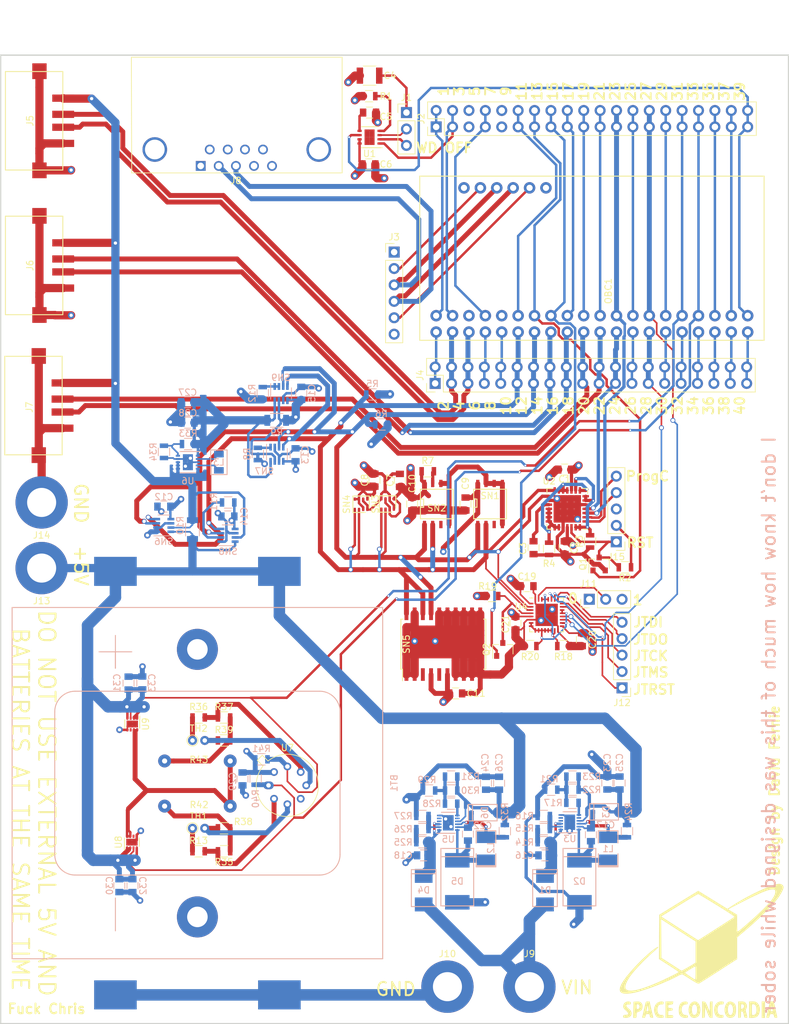
<source format=kicad_pcb>
(kicad_pcb (version 4) (host pcbnew 4.0.6)
  (layers (0 Front signal) (1 GND mixed) (2 3V3 mixed) (31 Back signal) (34 B.Paste user hide) (35 F.Paste user hide) (36 B.SilkS user) (37 F.SilkS user) (38 B.Mask user hide) (39 F.Mask user hide) (44 Edge.Cuts user))
  (net 0 "")
  (net 1 +BATT)
  (net 2 GND)
  (net 3 +3V3)
  (net 4 "Net-(C3-Pad1)")
  (net 5 "Net-(C4-Pad1)")
  (net 6 "Net-(C5-Pad1)")
  (net 7 "Net-(C16-Pad1)")
  (net 8 "Net-(C17-Pad1)")
  (net 9 "Net-(C17-Pad2)")
  (net 10 "Net-(C18-Pad1)")
  (net 11 "Net-(C22-Pad1)")
  (net 12 "Net-(C22-Pad2)")
  (net 13 VDD)
  (net 14 /Power/VCCP)
  (net 15 "Net-(J1-Pad2)")
  (net 16 "Net-(J2-Pad1)")
  (net 17 /~RESET)
  (net 18 "Net-(J2-Pad7)")
  (net 19 "Net-(J2-Pad11)")
  (net 20 /~MCU_Reset)
  (net 21 "Net-(J2-Pad17)")
  (net 22 "Net-(J2-Pad19)")
  (net 23 "Net-(J2-Pad21)")
  (net 24 /Serial0_MOSI)
  (net 25 "Net-(J2-Pad25)")
  (net 26 /Serial1_MISO)
  (net 27 "Net-(J2-Pad29)")
  (net 28 Heater2)
  (net 29 Heater1)
  (net 30 "Net-(J2-Pad35)")
  (net 31 "Net-(J2-Pad37)")
  (net 32 /Watchdog_pet)
  (net 33 "Net-(J3-Pad2)")
  (net 34 "Net-(J3-Pad5)")
  (net 35 "Net-(J4-Pad1)")
  (net 36 "Net-(J4-Pad7)")
  (net 37 "Net-(J4-Pad10)")
  (net 38 SCL0)
  (net 39 SDA0)
  (net 40 /Serial0_MISO)
  (net 41 "Net-(J4-Pad25)")
  (net 42 /Serial1_MOSI)
  (net 43 "Net-(J4-Pad29)")
  (net 44 "Net-(J4-Pad31)")
  (net 45 "Net-(J4-Pad33)")
  (net 46 "Net-(J4-Pad35)")
  (net 47 "Net-(J4-Pad37)")
  (net 48 "Net-(J4-Pad39)")
  (net 49 "Net-(J8-Pad1)")
  (net 50 "Net-(J8-Pad4)")
  (net 51 "Net-(J8-Pad5)")
  (net 52 "Net-(J8-Pad6)")
  (net 53 "Net-(J8-Pad7)")
  (net 54 "Net-(J8-Pad8)")
  (net 55 "Net-(J8-Pad9)")
  (net 56 /M4_BOOT)
  (net 57 /JTRST)
  (net 58 /JTMS)
  (net 59 /JTCK)
  (net 60 /JTDO)
  (net 61 /JTDI)
  (net 62 "Net-(L1-Pad2)")
  (net 63 "Net-(L2-Pad2)")
  (net 64 "Net-(L3-Pad1)")
  (net 65 "Net-(L3-Pad2)")
  (net 66 /ProgD)
  (net 67 /ProgC)
  (net 68 "Net-(Q2-Pad3)")
  (net 69 "Net-(R1-Pad2)")
  (net 70 "Net-(R3-Pad2)")
  (net 71 "Net-(R4-Pad1)")
  (net 72 "Net-(R7-Pad2)")
  (net 73 "Net-(R8-Pad1)")
  (net 74 VCC)
  (net 75 "Net-(R11-Pad1)")
  (net 76 "Net-(R12-Pad1)")
  (net 77 "Net-(R13-Pad2)")
  (net 78 "Net-(R14-Pad2)")
  (net 79 "Net-(R15-Pad2)")
  (net 80 "Net-(R17-Pad1)")
  (net 81 "Net-(R17-Pad2)")
  (net 82 "Net-(R18-Pad1)")
  (net 83 "Net-(R20-Pad1)")
  (net 84 "Net-(R25-Pad2)")
  (net 85 "Net-(R26-Pad2)")
  (net 86 "Net-(R28-Pad1)")
  (net 87 "Net-(R28-Pad2)")
  (net 88 "Net-(R33-Pad2)")
  (net 89 "Net-(R36-Pad2)")
  (net 90 "Net-(R38-Pad1)")
  (net 91 "Net-(R39-Pad1)")
  (net 92 "Net-(R42-Pad1)")
  (net 93 "Net-(SN1-Pad3)")
  (net 94 "Net-(SN2-Pad3)")
  (net 95 "Net-(SN5-Pad3)")
  (net 96 "Net-(SN5-Pad5)")
  (net 97 "Net-(U3-Pad4)")
  (net 98 "Net-(U3-Pad5)")
  (net 99 "Net-(U3-Pad8)")
  (net 100 "Net-(U5-Pad4)")
  (net 101 "Net-(U5-Pad5)")
  (net 102 "Net-(U5-Pad8)")
  (net 103 "Net-(U8-Pad6)")
  (net 104 "Net-(U9-Pad6)")
  (net 105 /DB_TX)
  (net 106 /DB_RX)
  (net 107 /USBA_D-)
  (net 108 /USBA_D+)
  (net 109 /USBB_D+)
  (net 110 /USBB_D-)
  (net 111 /USBC_D-)
  (net 112 /USBC_D+)
  (net 113 /PIC_RST)
  (net 114 /Arm_RST)
  (module USB_A_Board (layer Front) (at 14.710891 22.86 270)
    (fp_text reference J5 (at 0 -2.54 270) (layer F.SilkS))
    (fp_text value USB_A)
    (pad 1 smd rect (at -3.5 -7.68 270) (size 1.12 3.39) (layers Front F.Paste F.Mask) (net 74 VCC))
    (pad 2 smd rect (at -1 -7.68 270) (size 1.12 3.39) (layers Front F.Paste F.Mask) (net 107 /USBA_D-))
    (pad 3 smd rect (at 1 -7.68 270) (size 1.12 3.39) (layers Front F.Paste F.Mask) (net 108 /USBA_D+))
    (pad 4 smd rect (at 3.5 -7.68 270) (size 1.12 3.39) (layers Front F.Paste F.Mask) (net 2 GND))
    (pad 5 smd rect (at 7.67 -4 270) (size 2.44 2.22) (layers Front F.Paste F.Mask) (net 2 GND))
    (pad 5 smd rect (at -7.67 -4 270) (size 2.44 2.22) (layers Front F.Paste F.Mask) (net 2 GND))
    (pad "" np_thru_hole circle (at -4.06 0 270) (size 1.1 1.1) (drill 1.1) (layers *.Cu *.Mask))
    (pad "" np_thru_hole circle (at 4.06 0 270) (size 1.1 1.1) (drill 1.1) (layers *.Cu *.Mask))
  )
  (module USB_A_Board (layer Front) (at 14.710891 45.243479 270)
    (fp_text reference J6 (at 0 -2.54 270) (layer F.SilkS))
    (fp_text value USB_A)
    (pad 1 smd rect (at -3.5 -7.68 270) (size 1.12 3.39) (layers Front F.Paste F.Mask) (net 74 VCC))
    (pad 2 smd rect (at -1 -7.68 270) (size 1.12 3.39) (layers Front F.Paste F.Mask) (net 110 /USBB_D-))
    (pad 3 smd rect (at 1 -7.68 270) (size 1.12 3.39) (layers Front F.Paste F.Mask) (net 109 /USBB_D+))
    (pad 4 smd rect (at 3.5 -7.68 270) (size 1.12 3.39) (layers Front F.Paste F.Mask) (net 2 GND))
    (pad 5 smd rect (at 7.67 -4 270) (size 2.44 2.22) (layers Front F.Paste F.Mask) (net 2 GND))
    (pad 5 smd rect (at -7.67 -4 270) (size 2.44 2.22) (layers Front F.Paste F.Mask) (net 2 GND))
    (pad "" np_thru_hole circle (at -4.06 0 270) (size 1.1 1.1) (drill 1.1) (layers *.Cu *.Mask))
    (pad "" np_thru_hole circle (at 4.06 0 270) (size 1.1 1.1) (drill 1.1) (layers *.Cu *.Mask))
  )
  (module USB_A_Board (layer Front) (at 14.605 66.925 270)
    (fp_text reference J7 (at 0.25 -2.54 270) (layer F.SilkS))
    (fp_text value USB_A)
    (pad 1 smd rect (at -3.5 -7.68 270) (size 1.12 3.39) (layers Front F.Paste F.Mask) (net 74 VCC))
    (pad 2 smd rect (at -1 -7.68 270) (size 1.12 3.39) (layers Front F.Paste F.Mask) (net 111 /USBC_D-))
    (pad 3 smd rect (at 1 -7.68 270) (size 1.12 3.39) (layers Front F.Paste F.Mask) (net 112 /USBC_D+))
    (pad 4 smd rect (at 3.5 -7.68 270) (size 1.12 3.39) (layers Front F.Paste F.Mask) (net 2 GND))
    (pad 5 smd rect (at 7.67 -4 270) (size 2.44 2.22) (layers Front F.Paste F.Mask) (net 2 GND))
    (pad 5 smd rect (at -7.67 -4 270) (size 2.44 2.22) (layers Front F.Paste F.Mask) (net 2 GND))
    (pad "" np_thru_hole circle (at -4.06 0 270) (size 1.1 1.1) (drill 1.1) (layers *.Cu *.Mask))
    (pad "" np_thru_hole circle (at 4.06 0 270) (size 1.1 1.1) (drill 1.1) (layers *.Cu *.Mask))
  )
  (module Housings_DFN_QFN:DFN-8-1EP_3x3mm_Pitch0.65mm (layer Front) (at 69.85 25.4 180)
    (fp_text reference U1 (at 0 -2.55 180) (layer F.SilkS))
    (fp_text value MAX16056)
    (pad 1 smd rect (at -1.55 -0.975 180) (size 0.65 0.35) (layers Front F.Paste F.Mask) (net 17 /~RESET))
    (pad 2 smd rect (at -1.55 -0.325 180) (size 0.65 0.35) (layers Front F.Paste F.Mask) (net 2 GND))
    (pad 3 smd rect (at -1.55 0.325 180) (size 0.65 0.35) (layers Front F.Paste F.Mask) (net 15 "Net-(J1-Pad2)"))
    (pad 4 smd rect (at -1.55 0.975 180) (size 0.65 0.35) (layers Front F.Paste F.Mask) (net 69 "Net-(R1-Pad2)"))
    (pad 5 smd rect (at 1.55 0.975 180) (size 0.65 0.35) (layers Front F.Paste F.Mask) (net 6 "Net-(C5-Pad1)"))
    (pad 6 smd rect (at 1.55 0.325 180) (size 0.65 0.35) (layers Front F.Paste F.Mask) (net 32 /Watchdog_pet))
    (pad 7 smd rect (at 1.55 -0.325 180) (size 0.65 0.35) (layers Front F.Paste F.Mask) (net 3 +3V3))
    (pad 8 smd rect (at 1.55 -0.975 180) (size 0.65 0.35) (layers Front F.Paste F.Mask) (net 3 +3V3))
    (pad 9 smd rect (at 0.3875 0.6 180) (size 0.775 1.2) (layers Front F.Paste F.Mask))
    (pad 9 smd rect (at 0.3875 -0.6 180) (size 0.775 1.2) (layers Front F.Paste F.Mask))
    (pad 9 smd rect (at -0.3875 0.6 180) (size 0.775 1.2) (layers Front F.Paste F.Mask))
    (pad 9 smd rect (at -0.3875 -0.6 180) (size 0.775 1.2) (layers Front F.Paste F.Mask))
  )
  (module Pin_Headers:Pin_Header_Straight_1x06_Pitch2.54mm (layer Front) (at 73.66 43.18)
    (fp_text reference J3 (at 0 -2.33) (layer F.SilkS))
    (fp_text value CONN_01X06)
    (pad 1 thru_hole rect (at 0 0) (size 1.7 1.7) (drill 1) (layers *.Cu *.Mask) (net 3 +3V3))
    (pad 2 thru_hole oval (at 0 2.54) (size 1.7 1.7) (drill 1) (layers *.Cu *.Mask) (net 33 "Net-(J3-Pad2)"))
    (pad 3 thru_hole oval (at 0 5.08) (size 1.7 1.7) (drill 1) (layers *.Cu *.Mask) (net 105 /DB_TX))
    (pad 4 thru_hole oval (at 0 7.62) (size 1.7 1.7) (drill 1) (layers *.Cu *.Mask) (net 106 /DB_RX))
    (pad 5 thru_hole oval (at 0 10.16) (size 1.7 1.7) (drill 1) (layers *.Cu *.Mask) (net 34 "Net-(J3-Pad5)"))
    (pad 6 thru_hole oval (at 0 12.7) (size 1.7 1.7) (drill 1) (layers *.Cu *.Mask) (net 2 GND))
  )
  (module aleksandr_footprints:Battery_Bracket_Small (layer Back) (at 43.18 125.349 270)
    (fp_text reference BT1 (at 0 -30.48 270) (layer B.SilkS) (effects (justify mirror)))
    (fp_text value Battery)
    (pad 1 smd rect (at -32.766 12.7 270) (size 4.5 6.6) (layers Back B.Paste B.Mask) (net 1 +BATT))
    (pad 1 smd rect (at -32.766 -12.7 270) (size 4.5 6.6) (layers Back B.Paste B.Mask) (net 1 +BATT))
    (pad 2 smd rect (at 32.766 12.7 270) (size 4.5 6.6) (layers Back B.Paste B.Mask) (net 2 GND))
    (pad 2 smd rect (at 32.766 -12.7 270) (size 4.5 6.6) (layers Back B.Paste B.Mask) (net 2 GND))
    (pad "" np_thru_hole circle (at -20.701 0 270) (size 6.35 6.35) (drill 3.175) (layers *.Cu *.Mask))
    (pad "" np_thru_hole circle (at 20.701 0 270) (size 6.35 6.35) (drill 3.175) (layers *.Cu *.Mask))
  )
  (module Capacitors_SMD:C_0805 (layer Front) (at 100.076 76.835 180)
    (fp_text reference C1 (at 0 -1.5 180) (layer F.SilkS))
    (fp_text value 0.1uF)
    (pad 1 smd rect (at -1 0 180) (size 1 1.25) (layers Front F.Paste F.Mask) (net 3 +3V3))
    (pad 2 smd rect (at 1 0 180) (size 1 1.25) (layers Front F.Paste F.Mask) (net 2 GND))
  )
  (module Capacitors_SMD:C_0805 (layer Front) (at 100.076 88.916 270)
    (fp_text reference C2 (at 0 -1.5 270) (layer F.SilkS))
    (fp_text value 0.1uF)
    (pad 1 smd rect (at -1 0 270) (size 1 1.25) (layers Front F.Paste F.Mask) (net 3 +3V3))
    (pad 2 smd rect (at 1 0 270) (size 1 1.25) (layers Front F.Paste F.Mask) (net 2 GND))
  )
  (module Capacitors_SMD:C_0805 (layer Front) (at 95.25 88.916 270)
    (fp_text reference C3 (at 0.127 1.651 270) (layer F.SilkS))
    (fp_text value 10uF)
    (pad 1 smd rect (at -1 0 270) (size 1 1.25) (layers Front F.Paste F.Mask) (net 4 "Net-(C3-Pad1)"))
    (pad 2 smd rect (at 1 0 270) (size 1 1.25) (layers Front F.Paste F.Mask) (net 2 GND))
  )
  (module Capacitors_SMD:C_1210 (layer Front) (at 69.85 15.875 180)
    (fp_text reference C4 (at -3.175 0 180) (layer F.SilkS))
    (fp_text value 18uF)
    (pad 1 smd rect (at -1.5 0 180) (size 1 2.5) (layers Front F.Paste F.Mask) (net 5 "Net-(C4-Pad1)"))
    (pad 2 smd rect (at 1.5 0 180) (size 1 2.5) (layers Front F.Paste F.Mask) (net 2 GND))
  )
  (module Capacitors_SMD:C_0805 (layer Front) (at 69.85 21.59)
    (fp_text reference C5 (at 2.54 0.635) (layer F.SilkS))
    (fp_text value 0.2uF)
    (pad 1 smd rect (at -1 0) (size 1 1.25) (layers Front F.Paste F.Mask) (net 6 "Net-(C5-Pad1)"))
    (pad 2 smd rect (at 1 0) (size 1 1.25) (layers Front F.Paste F.Mask) (net 2 GND))
  )
  (module Capacitors_SMD:C_0805 (layer Front) (at 69.739 29.591)
    (fp_text reference C6 (at 2.651 0) (layer F.SilkS))
    (fp_text value 0.1uF)
    (pad 1 smd rect (at -1 0) (size 1 1.25) (layers Front F.Paste F.Mask) (net 3 +3V3))
    (pad 2 smd rect (at 1 0) (size 1 1.25) (layers Front F.Paste F.Mask) (net 2 GND))
  )
  (module Capacitors_SMD:C_0805 (layer Front) (at 74.549 78.502 90)
    (fp_text reference C7 (at 0 -1.5 90) (layer F.SilkS))
    (fp_text value 0.1uF)
    (pad 1 smd rect (at -1 0 90) (size 1 1.25) (layers Front F.Paste F.Mask) (net 3 +3V3))
    (pad 2 smd rect (at 1 0 90) (size 1 1.25) (layers Front F.Paste F.Mask) (net 2 GND))
  )
  (module Capacitors_SMD:C_0805 (layer Front) (at 70.612 78.47 90)
    (fp_text reference C8 (at 0 -1.5 90) (layer F.SilkS))
    (fp_text value 0.1uF)
    (pad 1 smd rect (at -1 0 90) (size 1 1.25) (layers Front F.Paste F.Mask) (net 3 +3V3))
    (pad 2 smd rect (at 1 0 90) (size 1 1.25) (layers Front F.Paste F.Mask) (net 2 GND))
  )
  (module Capacitors_SMD:C_0805 (layer Front) (at 84.709 82.156252 270)
    (fp_text reference C9 (at -3.175 0 270) (layer F.SilkS))
    (fp_text value 0.1uF)
    (pad 1 smd rect (at -1 0 270) (size 1 1.25) (layers Front F.Paste F.Mask) (net 3 +3V3))
    (pad 2 smd rect (at 1 0 270) (size 1 1.25) (layers Front F.Paste F.Mask) (net 2 GND))
  )
  (module Capacitors_SMD:C_0805 (layer Front) (at 76.454 82.156252 270)
    (fp_text reference C10 (at -3.175 0 270) (layer F.SilkS))
    (fp_text value 0.1uF)
    (pad 1 smd rect (at -1 0 270) (size 1 1.25) (layers Front F.Paste F.Mask) (net 3 +3V3))
    (pad 2 smd rect (at 1 0 270) (size 1 1.25) (layers Front F.Paste F.Mask) (net 2 GND))
  )
  (module Capacitors_SMD:C_0805 (layer Front) (at 83.185 111.46599)
    (fp_text reference C11 (at 3.175 0) (layer F.SilkS))
    (fp_text value 0.1uF)
    (pad 1 smd rect (at -1 0) (size 1 1.25) (layers Front F.Paste F.Mask) (net 3 +3V3))
    (pad 2 smd rect (at 1 0) (size 1 1.25) (layers Front F.Paste F.Mask) (net 2 GND))
  )
  (module Capacitors_SMD:C_0805 (layer Back) (at 37.989 82.556108 180)
    (fp_text reference C12 (at 0 1.5 180) (layer B.SilkS) (effects (justify mirror)))
    (fp_text value 0.1uF)
    (pad 1 smd rect (at -1 0 180) (size 1 1.25) (layers Back B.Paste B.Mask) (net 3 +3V3))
    (pad 2 smd rect (at 1 0 180) (size 1 1.25) (layers Back B.Paste B.Mask) (net 2 GND))
  )
  (module Capacitors_SMD:C_0805 (layer Back) (at 58.381388 74.54182 90)
    (fp_text reference C13 (at 0 1.5 90) (layer B.SilkS) (effects (justify mirror)))
    (fp_text value 0.1uF)
    (pad 1 smd rect (at -1 0 90) (size 1 1.25) (layers Back B.Paste B.Mask) (net 3 +3V3))
    (pad 2 smd rect (at 1 0 90) (size 1 1.25) (layers Back B.Paste B.Mask) (net 2 GND))
  )
  (module Capacitors_SMD:C_0805 (layer Back) (at 47.895 84.080108 180)
    (fp_text reference C14 (at -2.524 0 450) (layer B.SilkS) (effects (justify mirror)))
    (fp_text value 0.1uF)
    (pad 1 smd rect (at -1 0 180) (size 1 1.25) (layers Back B.Paste B.Mask) (net 3 +3V3))
    (pad 2 smd rect (at 1 0 180) (size 1 1.25) (layers Back B.Paste B.Mask) (net 2 GND))
  )
  (module Capacitors_SMD:C_0805 (layer Back) (at 59.270388 65.03282 90)
    (fp_text reference C15 (at 0 1.651 90) (layer B.SilkS) (effects (justify mirror)))
    (fp_text value 0.1uF)
    (pad 1 smd rect (at -1 0 90) (size 1 1.25) (layers Back B.Paste B.Mask) (net 3 +3V3))
    (pad 2 smd rect (at 1 0 90) (size 1 1.25) (layers Back B.Paste B.Mask) (net 2 GND))
  )
  (module Capacitors_SMD:C_0805 (layer Back) (at 97.012 136.525 180)
    (fp_text reference C16 (at 3.159 0 180) (layer B.SilkS) (effects (justify mirror)))
    (fp_text value 10uF)
    (pad 1 smd rect (at -1 0 180) (size 1 1.25) (layers Back B.Paste B.Mask) (net 7 "Net-(C16-Pad1)"))
    (pad 2 smd rect (at 1 0 180) (size 1 1.25) (layers Back B.Paste B.Mask) (net 2 GND))
  )
  (module Capacitors_SMD:C_0805 (layer Back) (at 104.14 133.334 270)
    (fp_text reference C17 (at -1.508 -2.286 540) (layer B.SilkS) (effects (justify mirror)))
    (fp_text value 1uF)
    (pad 1 smd rect (at -1 0 270) (size 1 1.25) (layers Back B.Paste B.Mask) (net 8 "Net-(C17-Pad1)"))
    (pad 2 smd rect (at 1 0 270) (size 1 1.25) (layers Back B.Paste B.Mask) (net 9 "Net-(C17-Pad2)"))
  )
  (module Capacitors_SMD:C_0805 (layer Back) (at 78.216 136.525 180)
    (fp_text reference C18 (at 3.159 0 180) (layer B.SilkS) (effects (justify mirror)))
    (fp_text value 10uF)
    (pad 1 smd rect (at -1 0 180) (size 1 1.25) (layers Back B.Paste B.Mask) (net 10 "Net-(C18-Pad1)"))
    (pad 2 smd rect (at 1 0 180) (size 1 1.25) (layers Back B.Paste B.Mask) (net 2 GND))
  )
  (module Capacitors_SMD:C_0805 (layer Front) (at 94.234 94.869)
    (fp_text reference C19 (at 0 -1.5) (layer F.SilkS))
    (fp_text value 0.1uF)
    (pad 1 smd rect (at -1 0) (size 1 1.25) (layers Front F.Paste F.Mask) (net 3 +3V3))
    (pad 2 smd rect (at 1 0) (size 1 1.25) (layers Front F.Paste F.Mask) (net 2 GND))
  )
  (module Capacitors_SMD:C_0805 (layer Front) (at 102.743 103.14 270)
    (fp_text reference C20 (at -0.016 -1.651 270) (layer F.SilkS))
    (fp_text value 0.1uF)
    (pad 1 smd rect (at -1 0 270) (size 1 1.25) (layers Front F.Paste F.Mask) (net 3 +3V3))
    (pad 2 smd rect (at 1 0 270) (size 1 1.25) (layers Front F.Paste F.Mask) (net 2 GND))
  )
  (module Capacitors_SMD:C_0805 (layer Front) (at 92.456 100.6 270)
    (fp_text reference C21 (at 0.111 1.524 270) (layer F.SilkS))
    (fp_text value 0.1uF)
    (pad 1 smd rect (at -1 0 270) (size 1 1.25) (layers Front F.Paste F.Mask) (net 3 +3V3))
    (pad 2 smd rect (at 1 0 270) (size 1 1.25) (layers Front F.Paste F.Mask) (net 2 GND))
  )
  (module Capacitors_SMD:C_0805 (layer Back) (at 85.09 133.239 270)
    (fp_text reference C22 (at -1.286 -2.286 540) (layer B.SilkS) (effects (justify mirror)))
    (fp_text value 1uF)
    (pad 1 smd rect (at -1 0 270) (size 1 1.25) (layers Back B.Paste B.Mask) (net 11 "Net-(C22-Pad1)"))
    (pad 2 smd rect (at 1 0 270) (size 1 1.25) (layers Back B.Paste B.Mask) (net 12 "Net-(C22-Pad2)"))
  )
  (module Capacitors_SMD:C_0805 (layer Back) (at 106.68 125.333 90)
    (fp_text reference C23 (at 3.159 0 90) (layer B.SilkS) (effects (justify mirror)))
    (fp_text value 10uF)
    (pad 1 smd rect (at -1 0 90) (size 1 1.25) (layers Back B.Paste B.Mask) (net 1 +BATT))
    (pad 2 smd rect (at 1 0 90) (size 1 1.25) (layers Back B.Paste B.Mask) (net 2 GND))
  )
  (module Capacitors_SMD:C_0805 (layer Back) (at 87.884 125.365 90)
    (fp_text reference C24 (at 3.191 -0.127 90) (layer B.SilkS) (effects (justify mirror)))
    (fp_text value 10uF)
    (pad 1 smd rect (at -1 0 90) (size 1 1.25) (layers Back B.Paste B.Mask) (net 1 +BATT))
    (pad 2 smd rect (at 1 0 90) (size 1 1.25) (layers Back B.Paste B.Mask) (net 2 GND))
  )
  (module Capacitors_SMD:C_0805 (layer Back) (at 108.585 125.333 90)
    (fp_text reference C25 (at 3.159 0 90) (layer B.SilkS) (effects (justify mirror)))
    (fp_text value 100uF)
    (pad 1 smd rect (at -1 0 90) (size 1 1.25) (layers Back B.Paste B.Mask) (net 1 +BATT))
    (pad 2 smd rect (at 1 0 90) (size 1 1.25) (layers Back B.Paste B.Mask) (net 2 GND))
  )
  (module Capacitors_SMD:C_0805 (layer Back) (at 89.916 125.365 90)
    (fp_text reference C26 (at 3.191 0 90) (layer B.SilkS) (effects (justify mirror)))
    (fp_text value 100uF)
    (pad 1 smd rect (at -1 0 90) (size 1 1.25) (layers Back B.Paste B.Mask) (net 1 +BATT))
    (pad 2 smd rect (at 1 0 90) (size 1 1.25) (layers Back B.Paste B.Mask) (net 2 GND))
  )
  (module Capacitors_SMD:C_0805 (layer Back) (at 41.664833 66.404513 180)
    (fp_text reference C27 (at 0 1.5 180) (layer B.SilkS) (effects (justify mirror)))
    (fp_text value 22uF)
    (pad 1 smd rect (at -1 0 180) (size 1 1.25) (layers Back B.Paste B.Mask) (net 13 VDD))
    (pad 2 smd rect (at 1 0 180) (size 1 1.25) (layers Back B.Paste B.Mask) (net 2 GND))
  )
  (module Capacitors_SMD:C_0805 (layer Back) (at 41.696833 69.579513 180)
    (fp_text reference C28 (at 0 1.5 180) (layer B.SilkS) (effects (justify mirror)))
    (fp_text value 22uF)
    (pad 1 smd rect (at -1 0 180) (size 1 1.25) (layers Back B.Paste B.Mask) (net 13 VDD))
    (pad 2 smd rect (at 1 0 180) (size 1 1.25) (layers Back B.Paste B.Mask) (net 2 GND))
  )
  (module Capacitors_SMD:C_0805 (layer Back) (at 50.165 124.698 90)
    (fp_text reference C29 (at -0.397 -1.524 270) (layer B.SilkS) (effects (justify mirror)))
    (fp_text value 0.1uF)
    (pad 1 smd rect (at -1 0 90) (size 1 1.25) (layers Back B.Paste B.Mask) (net 2 GND))
    (pad 2 smd rect (at 1 0 90) (size 1 1.25) (layers Back B.Paste B.Mask) (net 3 +3V3))
  )
  (module Capacitors_SMD:C_0805 (layer Back) (at 31.089296 141.208 270)
    (fp_text reference C30 (at 0 1.5 270) (layer B.SilkS) (effects (justify mirror)))
    (fp_text value 0.1uF)
    (pad 1 smd rect (at -1 0 270) (size 1 1.25) (layers Back B.Paste B.Mask) (net 1 +BATT))
    (pad 2 smd rect (at 1 0 270) (size 1 1.25) (layers Back B.Paste B.Mask) (net 2 GND))
  )
  (module Capacitors_SMD:C_0805 (layer Back) (at 32.512 109.871 90)
    (fp_text reference C31 (at 0.016 -1.778 90) (layer B.SilkS) (effects (justify mirror)))
    (fp_text value 0.1uF)
    (pad 1 smd rect (at -1 0 90) (size 1 1.25) (layers Back B.Paste B.Mask) (net 1 +BATT))
    (pad 2 smd rect (at 1 0 90) (size 1 1.25) (layers Back B.Paste B.Mask) (net 2 GND))
  )
  (module Capacitors_SMD:C_0805 (layer Back) (at 33.121296 141.208 270)
    (fp_text reference C32 (at 0 -1.651 270) (layer B.SilkS) (effects (justify mirror)))
    (fp_text value 1uF)
    (pad 1 smd rect (at -1 0 270) (size 1 1.25) (layers Back B.Paste B.Mask) (net 1 +BATT))
    (pad 2 smd rect (at 1 0 270) (size 1 1.25) (layers Back B.Paste B.Mask) (net 2 GND))
  )
  (module Capacitors_SMD:C_0805 (layer Back) (at 34.653 109.844999 90)
    (fp_text reference C33 (at 0 1.5 90) (layer B.SilkS) (effects (justify mirror)))
    (fp_text value 1uF)
    (pad 1 smd rect (at -1 0 90) (size 1 1.25) (layers Back B.Paste B.Mask) (net 1 +BATT))
    (pad 2 smd rect (at 1 0 90) (size 1 1.25) (layers Back B.Paste B.Mask) (net 2 GND))
  )
  (module aleksandr_footprints:DO-214AA (layer Back) (at 97.028 141.91 270)
    (fp_text reference D1 (at 0 -0.005 540) (layer B.SilkS) (effects (justify mirror)))
    (fp_text value MBRS140)
    (pad 1 smd rect (at -2.21 0 270) (size 2.159 2.743) (layers Back B.Paste B.Mask) (net 7 "Net-(C16-Pad1)"))
    (pad 2 smd rect (at 2.21 0 270) (size 2.159 2.743) (layers Back B.Paste B.Mask) (net 14 /Power/VCCP))
  )
  (module aleksandr_footprints:SMC (layer Back) (at 102.362 140.537 270)
    (fp_text reference D2 (at 0 0 540) (layer B.SilkS) (effects (justify mirror)))
    (fp_text value MBRS340)
    (pad 1 smd rect (at -3.25 0 270) (size 2.25 3.79) (layers Back B.Paste B.Mask) (net 9 "Net-(C17-Pad2)"))
    (pad 2 smd rect (at 3.25 0 270) (size 2.25 3.79) (layers Back B.Paste B.Mask) (net 2 GND))
  )
  (module aleksandr_footprints:SOD-323FL (layer Back) (at 106.494 129.794)
    (fp_text reference D3 (at 0 0 270) (layer B.SilkS) (effects (justify mirror)))
    (fp_text value D)
    (pad 1 smd rect (at -2.1 0) (size 0.8 0.6) (layers Back B.Paste B.Mask) (net 8 "Net-(C17-Pad1)"))
    (pad 2 smd rect (at 2.1 0) (size 0.8 0.6) (layers Back B.Paste B.Mask) (net 1 +BATT))
  )
  (module aleksandr_footprints:DO-214AA (layer Back) (at 78.232 141.91 270)
    (fp_text reference D4 (at 0 0 540) (layer B.SilkS) (effects (justify mirror)))
    (fp_text value MBRS140)
    (pad 1 smd rect (at -2.21 0 270) (size 2.159 2.743) (layers Back B.Paste B.Mask) (net 10 "Net-(C18-Pad1)"))
    (pad 2 smd rect (at 2.21 0 270) (size 2.159 2.743) (layers Back B.Paste B.Mask) (net 14 /Power/VCCP))
  )
  (module aleksandr_footprints:SMC (layer Back) (at 83.439 140.537 270)
    (fp_text reference D5 (at 0 0 540) (layer B.SilkS) (effects (justify mirror)))
    (fp_text value MBRS340)
    (pad 1 smd rect (at -3.25 0 270) (size 2.25 3.79) (layers Back B.Paste B.Mask) (net 12 "Net-(C22-Pad2)"))
    (pad 2 smd rect (at 3.25 0 270) (size 2.25 3.79) (layers Back B.Paste B.Mask) (net 2 GND))
  )
  (module aleksandr_footprints:SOD-323FL (layer Back) (at 87.698 129.921)
    (fp_text reference D6 (at 0 0 270) (layer B.SilkS) (effects (justify mirror)))
    (fp_text value D)
    (pad 1 smd rect (at -2.1 0) (size 0.8 0.6) (layers Back B.Paste B.Mask) (net 11 "Net-(C22-Pad1)"))
    (pad 2 smd rect (at 2.1 0) (size 0.8 0.6) (layers Back B.Paste B.Mask) (net 1 +BATT))
  )
  (module Pin_Headers:Pin_Header_Straight_1x03_Pitch2.54mm (layer Front) (at 75.565 21.59)
    (fp_text reference J1 (at 0 -2.33) (layer F.SilkS))
    (fp_text value CONN_01X03_MALE)
    (pad 1 thru_hole rect (at 0 0) (size 1.7 1.7) (drill 1) (layers *.Cu *.Mask) (net 5 "Net-(C4-Pad1)"))
    (pad 2 thru_hole oval (at 0 2.54) (size 1.7 1.7) (drill 1) (layers *.Cu *.Mask) (net 15 "Net-(J1-Pad2)"))
    (pad 3 thru_hole oval (at 0 5.08) (size 1.7 1.7) (drill 1) (layers *.Cu *.Mask) (net 2 GND))
  )
  (module Pin_Headers:Pin_Header_Straight_2x20_Pitch2.54mm (layer Front) (at 80.16616 23.806452 90)
    (fp_text reference J2 (at 1.27 -2.33 90) (layer F.SilkS))
    (fp_text value CONN_02X20)
    (pad 1 thru_hole rect (at 0 0 90) (size 1.7 1.7) (drill 1) (layers *.Cu *.Mask) (net 16 "Net-(J2-Pad1)"))
    (pad 2 thru_hole oval (at 2.54 0 90) (size 1.7 1.7) (drill 1) (layers *.Cu *.Mask) (net 16 "Net-(J2-Pad1)"))
    (pad 3 thru_hole oval (at 0 2.54 90) (size 1.7 1.7) (drill 1) (layers *.Cu *.Mask) (net 17 /~RESET))
    (pad 4 thru_hole oval (at 2.54 2.54 90) (size 1.7 1.7) (drill 1) (layers *.Cu *.Mask) (net 17 /~RESET))
    (pad 5 thru_hole oval (at 0 5.08 90) (size 1.7 1.7) (drill 1) (layers *.Cu *.Mask) (net 3 +3V3))
    (pad 6 thru_hole oval (at 2.54 5.08 90) (size 1.7 1.7) (drill 1) (layers *.Cu *.Mask) (net 3 +3V3))
    (pad 7 thru_hole oval (at 0 7.62 90) (size 1.7 1.7) (drill 1) (layers *.Cu *.Mask) (net 18 "Net-(J2-Pad7)"))
    (pad 8 thru_hole oval (at 2.54 7.62 90) (size 1.7 1.7) (drill 1) (layers *.Cu *.Mask) (net 18 "Net-(J2-Pad7)"))
    (pad 9 thru_hole oval (at 0 10.16 90) (size 1.7 1.7) (drill 1) (layers *.Cu *.Mask) (net 2 GND))
    (pad 10 thru_hole oval (at 2.54 10.16 90) (size 1.7 1.7) (drill 1) (layers *.Cu *.Mask) (net 2 GND))
    (pad 11 thru_hole oval (at 0 12.7 90) (size 1.7 1.7) (drill 1) (layers *.Cu *.Mask) (net 19 "Net-(J2-Pad11)"))
    (pad 12 thru_hole oval (at 2.54 12.7 90) (size 1.7 1.7) (drill 1) (layers *.Cu *.Mask) (net 19 "Net-(J2-Pad11)"))
    (pad 13 thru_hole oval (at 0 15.24 90) (size 1.7 1.7) (drill 1) (layers *.Cu *.Mask) (net 113 /PIC_RST))
    (pad 14 thru_hole oval (at 2.54 15.24 90) (size 1.7 1.7) (drill 1) (layers *.Cu *.Mask) (net 113 /PIC_RST))
    (pad 15 thru_hole oval (at 0 17.78 90) (size 1.7 1.7) (drill 1) (layers *.Cu *.Mask) (net 114 /Arm_RST))
    (pad 16 thru_hole oval (at 2.54 17.78 90) (size 1.7 1.7) (drill 1) (layers *.Cu *.Mask) (net 114 /Arm_RST))
    (pad 17 thru_hole oval (at 0 20.32 90) (size 1.7 1.7) (drill 1) (layers *.Cu *.Mask) (net 21 "Net-(J2-Pad17)"))
    (pad 18 thru_hole oval (at 2.54 20.32 90) (size 1.7 1.7) (drill 1) (layers *.Cu *.Mask) (net 21 "Net-(J2-Pad17)"))
    (pad 19 thru_hole oval (at 0 22.86 90) (size 1.7 1.7) (drill 1) (layers *.Cu *.Mask) (net 22 "Net-(J2-Pad19)"))
    (pad 20 thru_hole oval (at 2.54 22.86 90) (size 1.7 1.7) (drill 1) (layers *.Cu *.Mask) (net 22 "Net-(J2-Pad19)"))
    (pad 21 thru_hole oval (at 0 25.4 90) (size 1.7 1.7) (drill 1) (layers *.Cu *.Mask) (net 23 "Net-(J2-Pad21)"))
    (pad 22 thru_hole oval (at 2.54 25.4 90) (size 1.7 1.7) (drill 1) (layers *.Cu *.Mask) (net 23 "Net-(J2-Pad21)"))
    (pad 23 thru_hole oval (at 0 27.94 90) (size 1.7 1.7) (drill 1) (layers *.Cu *.Mask) (net 24 /Serial0_MOSI))
    (pad 24 thru_hole oval (at 2.54 27.94 90) (size 1.7 1.7) (drill 1) (layers *.Cu *.Mask) (net 24 /Serial0_MOSI))
    (pad 25 thru_hole oval (at 0 30.48 90) (size 1.7 1.7) (drill 1) (layers *.Cu *.Mask) (net 25 "Net-(J2-Pad25)"))
    (pad 26 thru_hole oval (at 2.54 30.48 90) (size 1.7 1.7) (drill 1) (layers *.Cu *.Mask) (net 25 "Net-(J2-Pad25)"))
    (pad 27 thru_hole oval (at 0 33.02 90) (size 1.7 1.7) (drill 1) (layers *.Cu *.Mask) (net 26 /Serial1_MISO))
    (pad 28 thru_hole oval (at 2.54 33.02 90) (size 1.7 1.7) (drill 1) (layers *.Cu *.Mask) (net 26 /Serial1_MISO))
    (pad 29 thru_hole oval (at 0 35.56 90) (size 1.7 1.7) (drill 1) (layers *.Cu *.Mask) (net 27 "Net-(J2-Pad29)"))
    (pad 30 thru_hole oval (at 2.54 35.56 90) (size 1.7 1.7) (drill 1) (layers *.Cu *.Mask) (net 27 "Net-(J2-Pad29)"))
    (pad 31 thru_hole oval (at 0 38.1 90) (size 1.7 1.7) (drill 1) (layers *.Cu *.Mask) (net 28 Heater2))
    (pad 32 thru_hole oval (at 2.54 38.1 90) (size 1.7 1.7) (drill 1) (layers *.Cu *.Mask) (net 28 Heater2))
    (pad 33 thru_hole oval (at 0 40.64 90) (size 1.7 1.7) (drill 1) (layers *.Cu *.Mask) (net 29 Heater1))
    (pad 34 thru_hole oval (at 2.54 40.64 90) (size 1.7 1.7) (drill 1) (layers *.Cu *.Mask) (net 29 Heater1))
    (pad 35 thru_hole oval (at 0 43.18 90) (size 1.7 1.7) (drill 1) (layers *.Cu *.Mask) (net 30 "Net-(J2-Pad35)"))
    (pad 36 thru_hole oval (at 2.54 43.18 90) (size 1.7 1.7) (drill 1) (layers *.Cu *.Mask) (net 30 "Net-(J2-Pad35)"))
    (pad 37 thru_hole oval (at 0 45.72 90) (size 1.7 1.7) (drill 1) (layers *.Cu *.Mask) (net 31 "Net-(J2-Pad37)"))
    (pad 38 thru_hole oval (at 2.54 45.72 90) (size 1.7 1.7) (drill 1) (layers *.Cu *.Mask) (net 31 "Net-(J2-Pad37)"))
    (pad 39 thru_hole oval (at 0 48.26 90) (size 1.7 1.7) (drill 1) (layers *.Cu *.Mask) (net 32 /Watchdog_pet))
    (pad 40 thru_hole oval (at 2.54 48.26 90) (size 1.7 1.7) (drill 1) (layers *.Cu *.Mask) (net 32 /Watchdog_pet))
  )
  (module Pin_Headers:Pin_Header_Straight_2x20_Pitch2.54mm (layer Front) (at 80.01 63.5 90)
    (fp_text reference J4 (at 1.27 -2.33 90) (layer F.SilkS))
    (fp_text value CONN_02X20)
    (pad 1 thru_hole rect (at 0 0 90) (size 1.7 1.7) (drill 1) (layers *.Cu *.Mask) (net 35 "Net-(J4-Pad1)"))
    (pad 2 thru_hole oval (at 2.54 0 90) (size 1.7 1.7) (drill 1) (layers *.Cu *.Mask) (net 35 "Net-(J4-Pad1)"))
    (pad 3 thru_hole oval (at 0 2.54 90) (size 1.7 1.7) (drill 1) (layers *.Cu *.Mask) (net 107 /USBA_D-))
    (pad 4 thru_hole oval (at 2.54 2.54 90) (size 1.7 1.7) (drill 1) (layers *.Cu *.Mask) (net 107 /USBA_D-))
    (pad 5 thru_hole oval (at 0 5.08 90) (size 1.7 1.7) (drill 1) (layers *.Cu *.Mask) (net 108 /USBA_D+))
    (pad 6 thru_hole oval (at 2.54 5.08 90) (size 1.7 1.7) (drill 1) (layers *.Cu *.Mask) (net 108 /USBA_D+))
    (pad 7 thru_hole oval (at 0 7.62 90) (size 1.7 1.7) (drill 1) (layers *.Cu *.Mask) (net 36 "Net-(J4-Pad7)"))
    (pad 8 thru_hole oval (at 2.54 7.62 90) (size 1.7 1.7) (drill 1) (layers *.Cu *.Mask) (net 36 "Net-(J4-Pad7)"))
    (pad 9 thru_hole oval (at 0 10.16 90) (size 1.7 1.7) (drill 1) (layers *.Cu *.Mask) (net 37 "Net-(J4-Pad10)"))
    (pad 10 thru_hole oval (at 2.54 10.16 90) (size 1.7 1.7) (drill 1) (layers *.Cu *.Mask) (net 37 "Net-(J4-Pad10)"))
    (pad 11 thru_hole oval (at 0 12.7 90) (size 1.7 1.7) (drill 1) (layers *.Cu *.Mask) (net 38 SCL0))
    (pad 12 thru_hole oval (at 2.54 12.7 90) (size 1.7 1.7) (drill 1) (layers *.Cu *.Mask) (net 38 SCL0))
    (pad 13 thru_hole oval (at 0 15.24 90) (size 1.7 1.7) (drill 1) (layers *.Cu *.Mask) (net 39 SDA0))
    (pad 14 thru_hole oval (at 2.54 15.24 90) (size 1.7 1.7) (drill 1) (layers *.Cu *.Mask) (net 39 SDA0))
    (pad 15 thru_hole oval (at 0 17.78 90) (size 1.7 1.7) (drill 1) (layers *.Cu *.Mask) (net 109 /USBB_D+))
    (pad 16 thru_hole oval (at 2.54 17.78 90) (size 1.7 1.7) (drill 1) (layers *.Cu *.Mask) (net 109 /USBB_D+))
    (pad 17 thru_hole oval (at 0 20.32 90) (size 1.7 1.7) (drill 1) (layers *.Cu *.Mask) (net 110 /USBB_D-))
    (pad 18 thru_hole oval (at 2.54 20.32 90) (size 1.7 1.7) (drill 1) (layers *.Cu *.Mask) (net 110 /USBB_D-))
    (pad 19 thru_hole oval (at 0 22.86 90) (size 1.7 1.7) (drill 1) (layers *.Cu *.Mask) (net 111 /USBC_D-))
    (pad 20 thru_hole oval (at 2.54 22.86 90) (size 1.7 1.7) (drill 1) (layers *.Cu *.Mask) (net 111 /USBC_D-))
    (pad 21 thru_hole oval (at 0 25.4 90) (size 1.7 1.7) (drill 1) (layers *.Cu *.Mask) (net 112 /USBC_D+))
    (pad 22 thru_hole oval (at 2.54 25.4 90) (size 1.7 1.7) (drill 1) (layers *.Cu *.Mask) (net 112 /USBC_D+))
    (pad 23 thru_hole oval (at 0 27.94 90) (size 1.7 1.7) (drill 1) (layers *.Cu *.Mask) (net 40 /Serial0_MISO))
    (pad 24 thru_hole oval (at 2.54 27.94 90) (size 1.7 1.7) (drill 1) (layers *.Cu *.Mask) (net 40 /Serial0_MISO))
    (pad 25 thru_hole oval (at 0 30.48 90) (size 1.7 1.7) (drill 1) (layers *.Cu *.Mask) (net 41 "Net-(J4-Pad25)"))
    (pad 26 thru_hole oval (at 2.54 30.48 90) (size 1.7 1.7) (drill 1) (layers *.Cu *.Mask) (net 41 "Net-(J4-Pad25)"))
    (pad 27 thru_hole oval (at 0 33.02 90) (size 1.7 1.7) (drill 1) (layers *.Cu *.Mask) (net 42 /Serial1_MOSI))
    (pad 28 thru_hole oval (at 2.54 33.02 90) (size 1.7 1.7) (drill 1) (layers *.Cu *.Mask) (net 42 /Serial1_MOSI))
    (pad 29 thru_hole oval (at 0 35.56 90) (size 1.7 1.7) (drill 1) (layers *.Cu *.Mask) (net 43 "Net-(J4-Pad29)"))
    (pad 30 thru_hole oval (at 2.54 35.56 90) (size 1.7 1.7) (drill 1) (layers *.Cu *.Mask) (net 43 "Net-(J4-Pad29)"))
    (pad 31 thru_hole oval (at 0 38.1 90) (size 1.7 1.7) (drill 1) (layers *.Cu *.Mask) (net 44 "Net-(J4-Pad31)"))
    (pad 32 thru_hole oval (at 2.54 38.1 90) (size 1.7 1.7) (drill 1) (layers *.Cu *.Mask) (net 44 "Net-(J4-Pad31)"))
    (pad 33 thru_hole oval (at 0 40.64 90) (size 1.7 1.7) (drill 1) (layers *.Cu *.Mask) (net 45 "Net-(J4-Pad33)"))
    (pad 34 thru_hole oval (at 2.54 40.64 90) (size 1.7 1.7) (drill 1) (layers *.Cu *.Mask) (net 45 "Net-(J4-Pad33)"))
    (pad 35 thru_hole oval (at 0 43.18 90) (size 1.7 1.7) (drill 1) (layers *.Cu *.Mask) (net 46 "Net-(J4-Pad35)"))
    (pad 36 thru_hole oval (at 2.54 43.18 90) (size 1.7 1.7) (drill 1) (layers *.Cu *.Mask) (net 46 "Net-(J4-Pad35)"))
    (pad 37 thru_hole oval (at 0 45.72 90) (size 1.7 1.7) (drill 1) (layers *.Cu *.Mask) (net 47 "Net-(J4-Pad37)"))
    (pad 38 thru_hole oval (at 2.54 45.72 90) (size 1.7 1.7) (drill 1) (layers *.Cu *.Mask) (net 47 "Net-(J4-Pad37)"))
    (pad 39 thru_hole oval (at 0 48.26 90) (size 1.7 1.7) (drill 1) (layers *.Cu *.Mask) (net 48 "Net-(J4-Pad39)"))
    (pad 40 thru_hole oval (at 2.54 48.26 90) (size 1.7 1.7) (drill 1) (layers *.Cu *.Mask) (net 48 "Net-(J4-Pad39)"))
  )
  (module Connect:DB9FC (layer Front) (at 43.69 29.845)
    (fp_text reference J8 (at 5.46 2.28) (layer F.SilkS))
    (fp_text value DB9_FEMALE)
    (pad "" thru_hole circle (at 18.29 -2.54) (size 3.81 3.81) (drill 3.05) (layers *.Cu *.Mask))
    (pad "" thru_hole circle (at -7.11 -2.54) (size 3.81 3.81) (drill 3.05) (layers *.Cu *.Mask))
    (pad 1 thru_hole rect (at 0 0) (size 1.52 1.52) (drill 1.02) (layers *.Cu *.Mask) (net 49 "Net-(J8-Pad1)"))
    (pad 2 thru_hole circle (at 2.79 0) (size 1.52 1.52) (drill 1.02) (layers *.Cu *.Mask) (net 105 /DB_TX))
    (pad 3 thru_hole circle (at 5.46 0) (size 1.52 1.52) (drill 1.02) (layers *.Cu *.Mask) (net 106 /DB_RX))
    (pad 4 thru_hole circle (at 8.26 0) (size 1.52 1.52) (drill 1.02) (layers *.Cu *.Mask) (net 50 "Net-(J8-Pad4)"))
    (pad 5 thru_hole circle (at 11.05 0) (size 1.52 1.52) (drill 1.02) (layers *.Cu *.Mask) (net 51 "Net-(J8-Pad5)"))
    (pad 6 thru_hole circle (at 1.4 -2.54) (size 1.52 1.52) (drill 1.02) (layers *.Cu *.Mask) (net 52 "Net-(J8-Pad6)"))
    (pad 7 thru_hole circle (at 4.19 -2.54) (size 1.52 1.52) (drill 1.02) (layers *.Cu *.Mask) (net 53 "Net-(J8-Pad7)"))
    (pad 8 thru_hole circle (at 6.86 -2.54) (size 1.52 1.52) (drill 1.02) (layers *.Cu *.Mask) (net 54 "Net-(J8-Pad8)"))
    (pad 9 thru_hole circle (at 9.65 -2.54) (size 1.52 1.52) (drill 1.02) (layers *.Cu *.Mask) (net 55 "Net-(J8-Pad9)"))
  )
  (module aleksandr_footprints:4.19Banana (layer Front) (at 94.615 156.845 180)
    (fp_text reference J9 (at 0 5.08 180) (layer F.SilkS))
    (fp_text value 4.19mmBananaJack)
    (pad 1 thru_hole circle (at 0 0 180) (size 8.1 8.1) (drill 4.5) (layers *.Cu *.Mask) (net 14 /Power/VCCP))
  )
  (module aleksandr_footprints:4.19Banana (layer Front) (at 81.915 156.845 180)
    (fp_text reference J10 (at 0 5.08 180) (layer F.SilkS))
    (fp_text value 4.19mmBananaJack)
    (pad 1 thru_hole circle (at 0 0 180) (size 8.1 8.1) (drill 4.5) (layers *.Cu *.Mask) (net 2 GND))
  )
  (module Pin_Headers:Pin_Header_Straight_1x03_Pitch2.54mm (layer Front) (at 103.886 96.901 90)
    (fp_text reference J11 (at 2.413 -0.127 180) (layer F.SilkS))
    (fp_text value CONN_01X03_MALE)
    (pad 1 thru_hole rect (at 0 0 90) (size 1.7 1.7) (drill 1) (layers *.Cu *.Mask) (net 2 GND))
    (pad 2 thru_hole oval (at 0 2.54 90) (size 1.7 1.7) (drill 1) (layers *.Cu *.Mask) (net 56 /M4_BOOT))
    (pad 3 thru_hole oval (at 0 5.08 90) (size 1.7 1.7) (drill 1) (layers *.Cu *.Mask) (net 3 +3V3))
  )
  (module Pin_Headers:Pin_Header_Straight_1x05_Pitch2.54mm (layer Front) (at 108.966 110.617 180)
    (fp_text reference J12 (at 0 -2.286 180) (layer F.SilkS))
    (fp_text value CONN_01X05)
    (pad 1 thru_hole rect (at 0 0 180) (size 1.7 1.7) (drill 1) (layers *.Cu *.Mask) (net 57 /JTRST))
    (pad 2 thru_hole oval (at 0 2.54 180) (size 1.7 1.7) (drill 1) (layers *.Cu *.Mask) (net 58 /JTMS))
    (pad 3 thru_hole oval (at 0 5.08 180) (size 1.7 1.7) (drill 1) (layers *.Cu *.Mask) (net 59 /JTCK))
    (pad 4 thru_hole oval (at 0 7.62 180) (size 1.7 1.7) (drill 1) (layers *.Cu *.Mask) (net 60 /JTDO))
    (pad 5 thru_hole oval (at 0 10.16 180) (size 1.7 1.7) (drill 1) (layers *.Cu *.Mask) (net 61 /JTDI))
  )
  (module aleksandr_footprints:4.19Banana (layer Front) (at 19.05 92.075)
    (fp_text reference J13 (at 0 5.08) (layer F.SilkS))
    (fp_text value 4.19mmBananaJack)
    (pad 1 thru_hole circle (at 0 0) (size 8.1 8.1) (drill 4.5) (layers *.Cu *.Mask) (net 1 +BATT))
  )
  (module aleksandr_footprints:4.19Banana (layer Front) (at 19.05 81.915)
    (fp_text reference J14 (at 0 5.08) (layer F.SilkS))
    (fp_text value 4.19mmBananaJack)
    (pad 1 thru_hole circle (at 0 0) (size 8.1 8.1) (drill 4.5) (layers *.Cu *.Mask) (net 2 GND))
  )
  (module SMD_Packages:SMD-1210_Pol (layer Back) (at 106.807 135.509 90)
    (fp_text reference L1 (at 0 0 360) (layer B.SilkS) (effects (justify mirror)))
    (fp_text value 6.8uH)
    (pad 1 smd rect (at -1.778 0 90) (size 1.778 2.794) (layers Back B.Paste B.Mask) (net 9 "Net-(C17-Pad2)"))
    (pad 2 smd rect (at 1.778 0 90) (size 1.778 2.794) (layers Back B.Paste B.Mask) (net 62 "Net-(L1-Pad2)"))
  )
  (module SMD_Packages:SMD-1210_Pol (layer Back) (at 87.884 135.509 90)
    (fp_text reference L2 (at 0.127 0.762 90) (layer B.SilkS) (effects (justify mirror)))
    (fp_text value 6.8uH)
    (pad 1 smd rect (at -1.778 0 90) (size 1.778 2.794) (layers Back B.Paste B.Mask) (net 12 "Net-(C22-Pad2)"))
    (pad 2 smd rect (at 1.778 0 90) (size 1.778 2.794) (layers Back B.Paste B.Mask) (net 63 "Net-(L2-Pad2)"))
  )
  (module aleksandr_footprints:SMD-1008 (layer Back) (at 46.506833 75.695513 90)
    (fp_text reference L3 (at 0 0 360) (layer B.SilkS) (effects (justify mirror)))
    (fp_text value 1.5uH)
    (pad 1 smd rect (at -1.25 0 90) (size 1 1.5) (layers Back B.Paste B.Mask) (net 64 "Net-(L3-Pad1)"))
    (pad 2 smd rect (at 1.25 0 90) (size 1 1.5) (layers Back B.Paste B.Mask) (net 65 "Net-(L3-Pad2)"))
  )
  (module aleksandr_footprints:Arietta_G25 (layer Front) (at 128.42616 55.556452 90)
    (fp_text reference OBC1 (at 6.35 -21.59 90) (layer F.SilkS))
    (fp_text value Arietta_G25)
    (pad 1 thru_hole circle (at 2.54 -48.26 90) (size 1.778 1.778) (drill 0.9652) (layers *.Cu *.Mask) (net 16 "Net-(J2-Pad1)"))
    (pad 2 thru_hole circle (at 0 -48.26 90) (size 1.778 1.778) (drill 0.9652) (layers *.Cu *.Mask) (net 35 "Net-(J4-Pad1)"))
    (pad 3 thru_hole circle (at 2.54 -45.72 90) (size 1.778 1.778) (drill 0.9652) (layers *.Cu *.Mask) (net 17 /~RESET))
    (pad 4 thru_hole circle (at 0 -45.72 90) (size 1.778 1.778) (drill 0.9652) (layers *.Cu *.Mask) (net 107 /USBA_D-))
    (pad 5 thru_hole circle (at 2.54 -43.18 90) (size 1.778 1.778) (drill 0.9652) (layers *.Cu *.Mask) (net 3 +3V3))
    (pad 6 thru_hole circle (at 0 -43.18 90) (size 1.778 1.778) (drill 0.9652) (layers *.Cu *.Mask) (net 108 /USBA_D+))
    (pad 7 thru_hole circle (at 2.54 -40.64 90) (size 1.778 1.778) (drill 0.9652) (layers *.Cu *.Mask) (net 18 "Net-(J2-Pad7)"))
    (pad 8 thru_hole circle (at 0 -40.64 90) (size 1.778 1.778) (drill 0.9652) (layers *.Cu *.Mask) (net 36 "Net-(J4-Pad7)"))
    (pad 9 thru_hole circle (at 2.54 -38.1 90) (size 1.778 1.778) (drill 0.9652) (layers *.Cu *.Mask) (net 2 GND))
    (pad 10 thru_hole circle (at 0 -38.1 90) (size 1.778 1.778) (drill 0.9652) (layers *.Cu *.Mask) (net 37 "Net-(J4-Pad10)"))
    (pad 11 thru_hole circle (at 2.54 -35.56 90) (size 1.778 1.778) (drill 0.9652) (layers *.Cu *.Mask) (net 19 "Net-(J2-Pad11)"))
    (pad 12 thru_hole circle (at 0 -35.56 90) (size 1.778 1.778) (drill 0.9652) (layers *.Cu *.Mask) (net 38 SCL0))
    (pad 13 thru_hole circle (at 2.54 -33.02 90) (size 1.778 1.778) (drill 0.9652) (layers *.Cu *.Mask) (net 113 /PIC_RST))
    (pad 14 thru_hole circle (at 0 -33.02 90) (size 1.778 1.778) (drill 0.9652) (layers *.Cu *.Mask) (net 39 SDA0))
    (pad 15 thru_hole circle (at 2.54 -30.48 90) (size 1.778 1.778) (drill 0.9652) (layers *.Cu *.Mask) (net 114 /Arm_RST))
    (pad 16 thru_hole circle (at 0 -30.48 90) (size 1.778 1.778) (drill 0.9652) (layers *.Cu *.Mask) (net 109 /USBB_D+))
    (pad 17 thru_hole circle (at 2.54 -27.94 90) (size 1.778 1.778) (drill 0.9652) (layers *.Cu *.Mask) (net 21 "Net-(J2-Pad17)"))
    (pad 18 thru_hole circle (at 0 -27.94 90) (size 1.778 1.778) (drill 0.9652) (layers *.Cu *.Mask) (net 110 /USBB_D-))
    (pad 19 thru_hole circle (at 2.54 -25.4 90) (size 1.778 1.778) (drill 0.9652) (layers *.Cu *.Mask) (net 22 "Net-(J2-Pad19)"))
    (pad 20 thru_hole circle (at 0 -25.4 90) (size 1.778 1.778) (drill 0.9652) (layers *.Cu *.Mask) (net 111 /USBC_D-))
    (pad 21 thru_hole circle (at 2.54 -22.86 90) (size 1.778 1.778) (drill 0.9652) (layers *.Cu *.Mask) (net 23 "Net-(J2-Pad21)"))
    (pad 22 thru_hole circle (at 0 -22.86 90) (size 1.778 1.778) (drill 0.9652) (layers *.Cu *.Mask) (net 112 /USBC_D+))
    (pad 23 thru_hole circle (at 2.54 -20.32 90) (size 1.778 1.778) (drill 0.9652) (layers *.Cu *.Mask) (net 24 /Serial0_MOSI))
    (pad 24 thru_hole circle (at 0 -20.32 90) (size 1.778 1.778) (drill 0.9652) (layers *.Cu *.Mask) (net 40 /Serial0_MISO))
    (pad 25 thru_hole circle (at 2.54 -17.78 90) (size 1.778 1.778) (drill 0.9652) (layers *.Cu *.Mask) (net 25 "Net-(J2-Pad25)"))
    (pad 26 thru_hole circle (at 0 -17.78 90) (size 1.778 1.778) (drill 0.9652) (layers *.Cu *.Mask) (net 41 "Net-(J4-Pad25)"))
    (pad 27 thru_hole circle (at 2.54 -15.24 90) (size 1.778 1.778) (drill 0.9652) (layers *.Cu *.Mask) (net 26 /Serial1_MISO))
    (pad 28 thru_hole circle (at 0 -15.24 90) (size 1.778 1.778) (drill 0.9652) (layers *.Cu *.Mask) (net 42 /Serial1_MOSI))
    (pad 29 thru_hole circle (at 2.54 -12.7 90) (size 1.778 1.778) (drill 0.9652) (layers *.Cu *.Mask) (net 27 "Net-(J2-Pad29)"))
    (pad 30 thru_hole circle (at 0 -12.7 90) (size 1.778 1.778) (drill 0.9652) (layers *.Cu *.Mask) (net 43 "Net-(J4-Pad29)"))
    (pad 31 thru_hole circle (at 2.54 -10.16 90) (size 1.778 1.778) (drill 0.9652) (layers *.Cu *.Mask) (net 28 Heater2))
    (pad 32 thru_hole circle (at 0 -10.16 90) (size 1.778 1.778) (drill 0.9652) (layers *.Cu *.Mask) (net 44 "Net-(J4-Pad31)"))
    (pad 33 thru_hole circle (at 2.54 -7.62 90) (size 1.778 1.778) (drill 0.9652) (layers *.Cu *.Mask) (net 29 Heater1))
    (pad 34 thru_hole circle (at 0 -7.62 90) (size 1.778 1.778) (drill 0.9652) (layers *.Cu *.Mask) (net 45 "Net-(J4-Pad33)"))
    (pad 35 thru_hole circle (at 2.54 -5.08 90) (size 1.778 1.778) (drill 0.9652) (layers *.Cu *.Mask) (net 30 "Net-(J2-Pad35)"))
    (pad 36 thru_hole circle (at 0 -5.08 90) (size 1.778 1.778) (drill 0.9652) (layers *.Cu *.Mask) (net 46 "Net-(J4-Pad35)"))
    (pad 37 thru_hole circle (at 2.54 -2.54 90) (size 1.778 1.778) (drill 0.9652) (layers *.Cu *.Mask) (net 31 "Net-(J2-Pad37)"))
    (pad 38 thru_hole circle (at 0 -2.54 90) (size 1.778 1.778) (drill 0.9652) (layers *.Cu *.Mask) (net 47 "Net-(J4-Pad37)"))
    (pad 39 thru_hole circle (at 2.54 0 90) (size 1.778 1.778) (drill 0.9652) (layers *.Cu *.Mask) (net 32 /Watchdog_pet))
    (pad 40 thru_hole circle (at 0 0 90) (size 1.778 1.778) (drill 0.9652) (layers *.Cu *.Mask) (net 48 "Net-(J4-Pad39)"))
    (pad DP1 thru_hole circle (at 22.32 -43.95 90) (size 1.778 1.778) (drill 0.9652) (layers *.Cu *.Mask) (net 3 +3V3))
    (pad DP2 thru_hole circle (at 22.32 -41.41 90) (size 1.778 1.778) (drill 0.9652) (layers *.Cu *.Mask) (net 33 "Net-(J3-Pad2)"))
    (pad DP3 thru_hole circle (at 22.32 -38.87 90) (size 1.778 1.778) (drill 0.9652) (layers *.Cu *.Mask) (net 105 /DB_TX))
    (pad DP4 thru_hole circle (at 22.32 -36.33 90) (size 1.778 1.778) (drill 0.9652) (layers *.Cu *.Mask) (net 106 /DB_RX))
    (pad DP5 thru_hole circle (at 22.32 -33.79 90) (size 1.778 1.778) (drill 0.9652) (layers *.Cu *.Mask) (net 34 "Net-(J3-Pad5)"))
    (pad DP6 thru_hole circle (at 22.32 -31.25 90) (size 1.778 1.778) (drill 0.9652) (layers *.Cu *.Mask) (net 2 GND))
    (pad "" np_thru_hole circle (at 21.92 -48.83 90) (size 2.15 2.15) (drill 2.15) (layers *.Cu *.Mask))
    (pad "" np_thru_hole circle (at 21.92 0.57 90) (size 2.15 2.15) (drill 2.15) (layers *.Cu *.Mask))
  )
  (module TO_SOT_Packages_SMD:SOT-23 (layer Front) (at 105.41 91.44 90)
    (fp_text reference Q1 (at 0 -2.5 90) (layer F.SilkS))
    (fp_text value 2N7002)
    (pad 1 smd rect (at -1 -0.95 90) (size 0.9 0.8) (layers Front F.Paste F.Mask) (net 113 /PIC_RST))
    (pad 2 smd rect (at -1 0.95 90) (size 0.9 0.8) (layers Front F.Paste F.Mask) (net 2 GND))
    (pad 3 smd rect (at 1 0 90) (size 0.9 0.8) (layers Front F.Paste F.Mask) (net 20 /~MCU_Reset))
  )
  (module TO_SOT_Packages_SMD:SOT-23 (layer Front) (at 90.49 104.664 90)
    (fp_text reference Q2 (at 0 -2.5 90) (layer F.SilkS))
    (fp_text value 2N7002)
    (pad 1 smd rect (at -1 -0.95 90) (size 0.9 0.8) (layers Front F.Paste F.Mask) (net 114 /Arm_RST))
    (pad 2 smd rect (at -1 0.95 90) (size 0.9 0.8) (layers Front F.Paste F.Mask) (net 2 GND))
    (pad 3 smd rect (at 1 0 90) (size 0.9 0.8) (layers Front F.Paste F.Mask) (net 68 "Net-(Q2-Pad3)"))
  )
  (module Resistors_SMD:R_0805 (layer Front) (at 69.784 19.05)
    (fp_text reference R1 (at 2.606 0) (layer F.SilkS))
    (fp_text value 1M)
    (pad 1 smd rect (at -0.95 0) (size 0.7 1.3) (layers Front F.Paste F.Mask) (net 3 +3V3))
    (pad 2 smd rect (at 0.95 0) (size 0.7 1.3) (layers Front F.Paste F.Mask) (net 69 "Net-(R1-Pad2)"))
  )
  (module Resistors_SMD:R_0805 (layer Front) (at 109.408 91.948 180)
    (fp_text reference R2 (at 0 -1.65 180) (layer F.SilkS))
    (fp_text value 4k7)
    (pad 1 smd rect (at -0.95 0 180) (size 0.7 1.3) (layers Front F.Paste F.Mask) (net 3 +3V3))
    (pad 2 smd rect (at 0.95 0 180) (size 0.7 1.3) (layers Front F.Paste F.Mask) (net 20 /~MCU_Reset))
  )
  (module Resistors_SMD:R_0805 (layer Front) (at 104.013 87.945 90)
    (fp_text reference R3 (at 0 -1.65 90) (layer F.SilkS))
    (fp_text value 4k7)
    (pad 1 smd rect (at -0.95 0 90) (size 0.7 1.3) (layers Front F.Paste F.Mask) (net 2 GND))
    (pad 2 smd rect (at 0.95 0 90) (size 0.7 1.3) (layers Front F.Paste F.Mask) (net 70 "Net-(R3-Pad2)"))
  )
  (module Resistors_SMD:R_0805 (layer Front) (at 97.663 89.093 270)
    (fp_text reference R4 (at 2.286 0 360) (layer F.SilkS))
    (fp_text value 4k7)
    (pad 1 smd rect (at -0.95 0 270) (size 0.7 1.3) (layers Front F.Paste F.Mask) (net 71 "Net-(R4-Pad1)"))
    (pad 2 smd rect (at 0.95 0 270) (size 0.7 1.3) (layers Front F.Paste F.Mask) (net 2 GND))
  )
  (module Resistors_SMD:R_0805 (layer Back) (at 70.292 65.209538 180)
    (fp_text reference R5 (at 0 1.65 180) (layer B.SilkS) (effects (justify mirror)))
    (fp_text value 4k7)
    (pad 1 smd rect (at -0.95 0 180) (size 0.7 1.3) (layers Back B.Paste B.Mask) (net 3 +3V3))
    (pad 2 smd rect (at 0.95 0 180) (size 0.7 1.3) (layers Back B.Paste B.Mask) (net 38 SCL0))
  )
  (module Resistors_SMD:R_0805 (layer Back) (at 71.689 69.85 180)
    (fp_text reference R6 (at 0 1.65 180) (layer B.SilkS) (effects (justify mirror)))
    (fp_text value 4k7)
    (pad 1 smd rect (at -0.95 0 180) (size 0.7 1.3) (layers Back B.Paste B.Mask) (net 3 +3V3))
    (pad 2 smd rect (at 0.95 0 180) (size 0.7 1.3) (layers Back B.Paste B.Mask) (net 39 SDA0))
  )
  (module Resistors_SMD:R_0805 (layer Front) (at 78.867 77.089)
    (fp_text reference R7 (at 0 -1.65) (layer F.SilkS))
    (fp_text value 4k7)
    (pad 1 smd rect (at -0.95 0) (size 0.7 1.3) (layers Front F.Paste F.Mask) (net 3 +3V3))
    (pad 2 smd rect (at 0.95 0) (size 0.7 1.3) (layers Front F.Paste F.Mask) (net 72 "Net-(R7-Pad2)"))
  )
  (module Resistors_SMD:R_0805 (layer Back) (at 52.539388 74.41482 270)
    (fp_text reference R8 (at 0 1.65 270) (layer B.SilkS) (effects (justify mirror)))
    (fp_text value 4k7)
    (pad 1 smd rect (at -0.95 0 270) (size 0.7 1.3) (layers Back B.Paste B.Mask) (net 73 "Net-(R8-Pad1)"))
    (pad 2 smd rect (at 0.95 0 270) (size 0.7 1.3) (layers Back B.Paste B.Mask) (net 3 +3V3))
  )
  (module Resistors_SMD:R_1206 (layer Back) (at 55.460388 69.20782)
    (fp_text reference R9 (at 0 1.85) (layer B.SilkS) (effects (justify mirror)))
    (fp_text value 20m)
    (pad 1 smd rect (at -1.45 0) (size 0.9 1.7) (layers Back B.Paste B.Mask) (net 13 VDD))
    (pad 2 smd rect (at 1.45 0) (size 0.9 1.7) (layers Back B.Paste B.Mask) (net 3 +3V3))
  )
  (module Resistors_SMD:R_1206 (layer Back) (at 42.418 86.112108 90)
    (fp_text reference R10 (at 0.635 -1.905 90) (layer B.SilkS) (effects (justify mirror)))
    (fp_text value 20m)
    (pad 1 smd rect (at -1.45 0 90) (size 0.9 1.7) (layers Back B.Paste B.Mask) (net 1 +BATT))
    (pad 2 smd rect (at 1.45 0 90) (size 0.9 1.7) (layers Back B.Paste B.Mask) (net 74 VCC))
  )
  (module Resistors_SMD:R_0805 (layer Back) (at 47.945 81.921108)
    (fp_text reference R11 (at -2.225 -0.127 270) (layer B.SilkS) (effects (justify mirror)))
    (fp_text value 4k7)
    (pad 1 smd rect (at -0.95 0) (size 0.7 1.3) (layers Back B.Paste B.Mask) (net 75 "Net-(R11-Pad1)"))
    (pad 2 smd rect (at 0.95 0) (size 0.7 1.3) (layers Back B.Paste B.Mask) (net 3 +3V3))
  )
  (module Resistors_SMD:R_0805 (layer Back) (at 53.301388 65.01682 270)
    (fp_text reference R12 (at 0 1.65 270) (layer B.SilkS) (effects (justify mirror)))
    (fp_text value 4k7)
    (pad 1 smd rect (at -0.95 0 270) (size 0.7 1.3) (layers Back B.Paste B.Mask) (net 76 "Net-(R12-Pad1)"))
    (pad 2 smd rect (at 0.95 0 270) (size 0.7 1.3) (layers Back B.Paste B.Mask) (net 3 +3V3))
  )
  (module Resistors_SMD:R_0805 (layer Front) (at 43.368 135.89)
    (fp_text reference R13 (at 0 -1.65) (layer F.SilkS))
    (fp_text value 21k)
    (pad 1 smd rect (at -0.95 0) (size 0.7 1.3) (layers Front F.Paste F.Mask) (net 3 +3V3))
    (pad 2 smd rect (at 0.95 0) (size 0.7 1.3) (layers Front F.Paste F.Mask) (net 77 "Net-(R13-Pad2)"))
  )
  (module Resistors_SMD:R_0805 (layer Back) (at 96.84 134.493 180)
    (fp_text reference R14 (at 2.987 0 360) (layer B.SilkS) (effects (justify mirror)))
    (fp_text value 100k)
    (pad 1 smd rect (at -0.95 0 180) (size 0.7 1.3) (layers Back B.Paste B.Mask) (net 7 "Net-(C16-Pad1)"))
    (pad 2 smd rect (at 0.95 0 180) (size 0.7 1.3) (layers Back B.Paste B.Mask) (net 78 "Net-(R14-Pad2)"))
  )
  (module Resistors_SMD:R_0805 (layer Back) (at 96.835 132.461)
    (fp_text reference R15 (at -2.982 -0.127 180) (layer B.SilkS) (effects (justify mirror)))
    (fp_text value 100k)
    (pad 1 smd rect (at -0.95 0) (size 0.7 1.3) (layers Back B.Paste B.Mask) (net 78 "Net-(R14-Pad2)"))
    (pad 2 smd rect (at 0.95 0) (size 0.7 1.3) (layers Back B.Paste B.Mask) (net 79 "Net-(R15-Pad2)"))
  )
  (module Resistors_SMD:R_0805 (layer Back) (at 96.835 130.429 180)
    (fp_text reference R16 (at 2.982 0 180) (layer B.SilkS) (effects (justify mirror)))
    (fp_text value 100k)
    (pad 1 smd rect (at -0.95 0 180) (size 0.7 1.3) (layers Back B.Paste B.Mask) (net 79 "Net-(R15-Pad2)"))
    (pad 2 smd rect (at 0.95 0 180) (size 0.7 1.3) (layers Back B.Paste B.Mask) (net 2 GND))
  )
  (module Resistors_SMD:R_0805 (layer Back) (at 101.28 128.397)
    (fp_text reference R17 (at -2.982 0) (layer B.SilkS) (effects (justify mirror)))
    (fp_text value 179k)
    (pad 1 smd rect (at -0.95 0) (size 0.7 1.3) (layers Back B.Paste B.Mask) (net 80 "Net-(R17-Pad1)"))
    (pad 2 smd rect (at 0.95 0) (size 0.7 1.3) (layers Back B.Paste B.Mask) (net 81 "Net-(R17-Pad2)"))
  )
  (module Resistors_SMD:R_0805 (layer Front) (at 99.883 104.14)
    (fp_text reference R18 (at 0 1.651) (layer F.SilkS))
    (fp_text value 4k7)
    (pad 1 smd rect (at -0.95 0) (size 0.7 1.3) (layers Front F.Paste F.Mask) (net 82 "Net-(R18-Pad1)"))
    (pad 2 smd rect (at 0.95 0) (size 0.7 1.3) (layers Front F.Paste F.Mask) (net 2 GND))
  )
  (module Resistors_SMD:R_0805 (layer Front) (at 88.834 96.393 180)
    (fp_text reference R19 (at 0.696 1.524 180) (layer F.SilkS))
    (fp_text value 4k7)
    (pad 1 smd rect (at -0.95 0 180) (size 0.7 1.3) (layers Front F.Paste F.Mask) (net 68 "Net-(Q2-Pad3)"))
    (pad 2 smd rect (at 0.95 0 180) (size 0.7 1.3) (layers Front F.Paste F.Mask) (net 3 +3V3))
  )
  (module Resistors_SMD:R_0805 (layer Front) (at 94.742 104.14 180)
    (fp_text reference R20 (at 0 -1.651 180) (layer F.SilkS))
    (fp_text value 4k7)
    (pad 1 smd rect (at -0.95 0 180) (size 0.7 1.3) (layers Front F.Paste F.Mask) (net 83 "Net-(R20-Pad1)"))
    (pad 2 smd rect (at 0.95 0 180) (size 0.7 1.3) (layers Front F.Paste F.Mask) (net 2 GND))
  )
  (module Resistors_SMD:R_0805 (layer Back) (at 97.983 126.365)
    (fp_text reference R21 (at -0.32 -1.651) (layer B.SilkS) (effects (justify mirror)))
    (fp_text value 330k)
    (pad 1 smd rect (at -0.95 0) (size 0.7 1.3) (layers Back B.Paste B.Mask) (net 2 GND))
    (pad 2 smd rect (at 0.95 0) (size 0.7 1.3) (layers Back B.Paste B.Mask) (net 80 "Net-(R17-Pad1)"))
  )
  (module Resistors_SMD:R_0805 (layer Back) (at 101.285 126.365 180)
    (fp_text reference R22 (at -2.982 0 180) (layer B.SilkS) (effects (justify mirror)))
    (fp_text value 180k)
    (pad 1 smd rect (at -0.95 0 180) (size 0.7 1.3) (layers Back B.Paste B.Mask) (net 1 +BATT))
    (pad 2 smd rect (at 0.95 0 180) (size 0.7 1.3) (layers Back B.Paste B.Mask) (net 80 "Net-(R17-Pad1)"))
  )
  (module Resistors_SMD:R_0805 (layer Back) (at 101.285 124.333 180)
    (fp_text reference R23 (at -2.982 0 180) (layer B.SilkS) (effects (justify mirror)))
    (fp_text value 180k)
    (pad 1 smd rect (at -0.95 0 180) (size 0.7 1.3) (layers Back B.Paste B.Mask) (net 1 +BATT))
    (pad 2 smd rect (at 0.95 0 180) (size 0.7 1.3) (layers Back B.Paste B.Mask) (net 80 "Net-(R17-Pad1)"))
  )
  (module Resistors_SMD:R_0805 (layer Back) (at 109.728 132.781 270)
    (fp_text reference R24 (at -2.987 -0.254 270) (layer B.SilkS) (effects (justify mirror)))
    (fp_text value 50m)
    (pad 1 smd rect (at -0.95 0 270) (size 0.7 1.3) (layers Back B.Paste B.Mask) (net 1 +BATT))
    (pad 2 smd rect (at 0.95 0 270) (size 0.7 1.3) (layers Back B.Paste B.Mask) (net 62 "Net-(L1-Pad2)"))
  )
  (module Resistors_SMD:R_0805 (layer Back) (at 78.044 134.493 180)
    (fp_text reference R25 (at 2.987 0 180) (layer B.SilkS) (effects (justify mirror)))
    (fp_text value 100k)
    (pad 1 smd rect (at -0.95 0 180) (size 0.7 1.3) (layers Back B.Paste B.Mask) (net 10 "Net-(C18-Pad1)"))
    (pad 2 smd rect (at 0.95 0 180) (size 0.7 1.3) (layers Back B.Paste B.Mask) (net 84 "Net-(R25-Pad2)"))
  )
  (module Resistors_SMD:R_0805 (layer Back) (at 78.039 132.461)
    (fp_text reference R26 (at -2.982 0) (layer B.SilkS) (effects (justify mirror)))
    (fp_text value 100k)
    (pad 1 smd rect (at -0.95 0) (size 0.7 1.3) (layers Back B.Paste B.Mask) (net 84 "Net-(R25-Pad2)"))
    (pad 2 smd rect (at 0.95 0) (size 0.7 1.3) (layers Back B.Paste B.Mask) (net 85 "Net-(R26-Pad2)"))
  )
  (module Resistors_SMD:R_0805 (layer Back) (at 78.039 130.429 180)
    (fp_text reference R27 (at 2.982 0 180) (layer B.SilkS) (effects (justify mirror)))
    (fp_text value 100k)
    (pad 1 smd rect (at -0.95 0 180) (size 0.7 1.3) (layers Back B.Paste B.Mask) (net 85 "Net-(R26-Pad2)"))
    (pad 2 smd rect (at 0.95 0 180) (size 0.7 1.3) (layers Back B.Paste B.Mask) (net 2 GND))
  )
  (module Resistors_SMD:R_0805 (layer Back) (at 82.484 128.524)
    (fp_text reference R28 (at -2.982 0) (layer B.SilkS) (effects (justify mirror)))
    (fp_text value 179k)
    (pad 1 smd rect (at -0.95 0) (size 0.7 1.3) (layers Back B.Paste B.Mask) (net 86 "Net-(R28-Pad1)"))
    (pad 2 smd rect (at 0.95 0) (size 0.7 1.3) (layers Back B.Paste B.Mask) (net 87 "Net-(R28-Pad2)"))
  )
  (module Resistors_SMD:R_0805 (layer Back) (at 79.06 126.492)
    (fp_text reference R29 (at -0.32 -1.651) (layer B.SilkS) (effects (justify mirror)))
    (fp_text value 330k)
    (pad 1 smd rect (at -0.95 0) (size 0.7 1.3) (layers Back B.Paste B.Mask) (net 2 GND))
    (pad 2 smd rect (at 0.95 0) (size 0.7 1.3) (layers Back B.Paste B.Mask) (net 86 "Net-(R28-Pad1)"))
  )
  (module Resistors_SMD:R_0805 (layer Back) (at 82.489 126.492 180)
    (fp_text reference R30 (at -2.982 0 180) (layer B.SilkS) (effects (justify mirror)))
    (fp_text value 180k)
    (pad 1 smd rect (at -0.95 0 180) (size 0.7 1.3) (layers Back B.Paste B.Mask) (net 1 +BATT))
    (pad 2 smd rect (at 0.95 0 180) (size 0.7 1.3) (layers Back B.Paste B.Mask) (net 86 "Net-(R28-Pad1)"))
  )
  (module Resistors_SMD:R_0805 (layer Back) (at 82.489 124.333 180)
    (fp_text reference R31 (at -2.982 0 180) (layer B.SilkS) (effects (justify mirror)))
    (fp_text value 180k)
    (pad 1 smd rect (at -0.95 0 180) (size 0.7 1.3) (layers Back B.Paste B.Mask) (net 1 +BATT))
    (pad 2 smd rect (at 0.95 0 180) (size 0.7 1.3) (layers Back B.Paste B.Mask) (net 86 "Net-(R28-Pad1)"))
  )
  (module Resistors_SMD:R_0805 (layer Back) (at 90.805 132.776 270)
    (fp_text reference R32 (at -2.982 0 270) (layer B.SilkS) (effects (justify mirror)))
    (fp_text value 50m)
    (pad 1 smd rect (at -0.95 0 270) (size 0.7 1.3) (layers Back B.Paste B.Mask) (net 1 +BATT))
    (pad 2 smd rect (at 0.95 0 270) (size 0.7 1.3) (layers Back B.Paste B.Mask) (net 63 "Net-(L2-Pad2)"))
  )
  (module Resistors_SMD:R_0805 (layer Back) (at 41.741833 72.881513 180)
    (fp_text reference R33 (at 0 1.65 180) (layer B.SilkS) (effects (justify mirror)))
    (fp_text value 1M)
    (pad 1 smd rect (at -0.95 0 180) (size 0.7 1.3) (layers Back B.Paste B.Mask) (net 13 VDD))
    (pad 2 smd rect (at 0.95 0 180) (size 0.7 1.3) (layers Back B.Paste B.Mask) (net 88 "Net-(R33-Pad2)"))
  )
  (module Resistors_SMD:R_0805 (layer Back) (at 37.997833 74.090513 270)
    (fp_text reference R34 (at 0 1.65 270) (layer B.SilkS) (effects (justify mirror)))
    (fp_text value 178k)
    (pad 1 smd rect (at -0.95 0 270) (size 0.7 1.3) (layers Back B.Paste B.Mask) (net 88 "Net-(R33-Pad2)"))
    (pad 2 smd rect (at 0.95 0 270) (size 0.7 1.3) (layers Back B.Paste B.Mask) (net 2 GND))
  )
  (module Resistors_SMD:R_0805 (layer Front) (at 47.31 135.89)
    (fp_text reference R35 (at 0 1.651) (layer F.SilkS))
    (fp_text value 21k)
    (pad 1 smd rect (at -0.95 0) (size 0.7 1.3) (layers Front F.Paste F.Mask) (net 77 "Net-(R13-Pad2)"))
    (pad 2 smd rect (at 0.95 0) (size 0.7 1.3) (layers Front F.Paste F.Mask) (net 2 GND))
  )
  (module Resistors_SMD:R_0805 (layer Front) (at 43.373 115.189)
    (fp_text reference R36 (at 0 -1.65) (layer F.SilkS))
    (fp_text value 21k)
    (pad 1 smd rect (at -0.95 0) (size 0.7 1.3) (layers Front F.Paste F.Mask) (net 3 +3V3))
    (pad 2 smd rect (at 0.95 0) (size 0.7 1.3) (layers Front F.Paste F.Mask) (net 89 "Net-(R36-Pad2)"))
  )
  (module Resistors_SMD:R_0805 (layer Front) (at 47.31 115.189)
    (fp_text reference R37 (at 0 -1.65) (layer F.SilkS))
    (fp_text value 21k)
    (pad 1 smd rect (at -0.95 0) (size 0.7 1.3) (layers Front F.Paste F.Mask) (net 89 "Net-(R36-Pad2)"))
    (pad 2 smd rect (at 0.95 0) (size 0.7 1.3) (layers Front F.Paste F.Mask) (net 2 GND))
  )
  (module Resistors_SMD:R_0805 (layer Front) (at 47.305 132.334)
    (fp_text reference R38 (at 2.987 -1.016) (layer F.SilkS))
    (fp_text value 21k)
    (pad 1 smd rect (at -0.95 0) (size 0.7 1.3) (layers Front F.Paste F.Mask) (net 90 "Net-(R38-Pad1)"))
    (pad 2 smd rect (at 0.95 0) (size 0.7 1.3) (layers Front F.Paste F.Mask) (net 2 GND))
  )
  (module Resistors_SMD:R_0805 (layer Front) (at 47.31 118.745)
    (fp_text reference R39 (at 0 -1.65) (layer F.SilkS))
    (fp_text value 21k)
    (pad 1 smd rect (at -0.95 0) (size 0.7 1.3) (layers Front F.Paste F.Mask) (net 91 "Net-(R39-Pad1)"))
    (pad 2 smd rect (at 0.95 0) (size 0.7 1.3) (layers Front F.Paste F.Mask) (net 2 GND))
  )
  (module Resistors_SMD:R_0805 (layer Back) (at 52.197 124.648 270)
    (fp_text reference R40 (at 3.114 0 270) (layer B.SilkS) (effects (justify mirror)))
    (fp_text value 4k7)
    (pad 1 smd rect (at -0.95 0 270) (size 0.7 1.3) (layers Back B.Paste B.Mask) (net 3 +3V3))
    (pad 2 smd rect (at 0.95 0 270) (size 0.7 1.3) (layers Back B.Paste B.Mask) (net 29 Heater1))
  )
  (module Resistors_SMD:R_0805 (layer Back) (at 53.086 121.666)
    (fp_text reference R41 (at 0 -1.651) (layer B.SilkS) (effects (justify mirror)))
    (fp_text value 4k7)
    (pad 1 smd rect (at -0.95 0) (size 0.7 1.3) (layers Back B.Paste B.Mask) (net 3 +3V3))
    (pad 2 smd rect (at 0.95 0) (size 0.7 1.3) (layers Back B.Paste B.Mask) (net 28 Heater2))
  )
  (module Wire_Connections_Bridges:WireConnection_0.80mmDrill (layer Front) (at 48.26 128.905 180)
    (fp_text reference R42 (at 4.820699 0.2032 180) (layer F.SilkS))
    (fp_text value HAP6948)
    (pad 1 thru_hole circle (at 0 0 180) (size 1.99898 1.99898) (drill 0.8001) (layers *.Cu *.Mask) (net 92 "Net-(R42-Pad1)"))
    (pad 2 thru_hole circle (at 10.16 0 180) (size 1.99898 1.99898) (drill 0.8001) (layers *.Cu *.Mask) (net 2 GND))
  )
  (module Wire_Connections_Bridges:WireConnection_0.80mmDrill (layer Front) (at 48.26 121.92 180)
    (fp_text reference R43 (at 4.8514 0.2032 180) (layer F.SilkS))
    (fp_text value HAP6948)
    (pad 1 thru_hole circle (at 0 0 180) (size 1.99898 1.99898) (drill 0.8001) (layers *.Cu *.Mask) (net 92 "Net-(R42-Pad1)"))
    (pad 2 thru_hole circle (at 10.16 0 180) (size 1.99898 1.99898) (drill 0.8001) (layers *.Cu *.Mask) (net 2 GND))
  )
  (module SMD_Packages:SOIC-8-N (layer Front) (at 88.519 82.156252)
    (fp_text reference SN1 (at 0 -1.27) (layer F.SilkS))
    (fp_text value DS1624)
    (pad 8 smd rect (at -1.905 -3.175) (size 0.508 1.143) (layers Front F.Paste F.Mask) (net 3 +3V3))
    (pad 7 smd rect (at -0.635 -3.175) (size 0.508 1.143) (layers Front F.Paste F.Mask) (net 2 GND))
    (pad 6 smd rect (at 0.635 -3.175) (size 0.508 1.143) (layers Front F.Paste F.Mask) (net 2 GND))
    (pad 5 smd rect (at 1.905 -3.175) (size 0.508 1.143) (layers Front F.Paste F.Mask) (net 2 GND))
    (pad 4 smd rect (at 1.905 3.175) (size 0.508 1.143) (layers Front F.Paste F.Mask) (net 2 GND))
    (pad 3 smd rect (at 0.635 3.175) (size 0.508 1.143) (layers Front F.Paste F.Mask) (net 93 "Net-(SN1-Pad3)"))
    (pad 2 smd rect (at -0.635 3.175) (size 0.508 1.143) (layers Front F.Paste F.Mask) (net 38 SCL0))
    (pad 1 smd rect (at -1.905 3.175) (size 0.508 1.143) (layers Front F.Paste F.Mask) (net 39 SDA0))
  )
  (module SMD_Packages:SOIC-8-N (layer Front) (at 80.264 82.156252)
    (fp_text reference SN2 (at 0 0.635) (layer F.SilkS))
    (fp_text value DS1624)
    (pad 8 smd rect (at -1.905 -3.175) (size 0.508 1.143) (layers Front F.Paste F.Mask) (net 3 +3V3))
    (pad 7 smd rect (at -0.635 -3.175) (size 0.508 1.143) (layers Front F.Paste F.Mask) (net 72 "Net-(R7-Pad2)"))
    (pad 6 smd rect (at 0.635 -3.175) (size 0.508 1.143) (layers Front F.Paste F.Mask) (net 2 GND))
    (pad 5 smd rect (at 1.905 -3.175) (size 0.508 1.143) (layers Front F.Paste F.Mask) (net 2 GND))
    (pad 4 smd rect (at 1.905 3.175) (size 0.508 1.143) (layers Front F.Paste F.Mask) (net 2 GND))
    (pad 3 smd rect (at 0.635 3.175) (size 0.508 1.143) (layers Front F.Paste F.Mask) (net 94 "Net-(SN2-Pad3)"))
    (pad 2 smd rect (at -0.635 3.175) (size 0.508 1.143) (layers Front F.Paste F.Mask) (net 38 SCL0))
    (pad 1 smd rect (at -1.905 3.175) (size 0.508 1.143) (layers Front F.Paste F.Mask) (net 39 SDA0))
  )
  (module aleksandr_footprints:BMP280 (layer Front) (at 72.644 82.156252 270)
    (fp_text reference SN3 (at 0 1.905 270) (layer F.SilkS))
    (fp_text value BMP280LGA)
    (pad 1 smd rect (at 0.8 -0.975 270) (size 0.5 0.35) (layers Front F.Paste F.Mask) (net 2 GND))
    (pad 2 smd rect (at 0.8 -0.325 270) (size 0.5 0.35) (layers Front F.Paste F.Mask) (net 3 +3V3))
    (pad 3 smd rect (at 0.8 0.325 270) (size 0.5 0.35) (layers Front F.Paste F.Mask) (net 39 SDA0))
    (pad 4 smd rect (at 0.8 0.975 270) (size 0.5 0.35) (layers Front F.Paste F.Mask) (net 38 SCL0))
    (pad 5 smd rect (at -0.8 0.975 270) (size 0.5 0.35) (layers Front F.Paste F.Mask) (net 2 GND))
    (pad 6 smd rect (at -0.8 0.325 270) (size 0.5 0.35) (layers Front F.Paste F.Mask) (net 3 +3V3))
    (pad 7 smd rect (at -0.8 -0.325 270) (size 0.5 0.35) (layers Front F.Paste F.Mask) (net 2 GND))
    (pad 8 smd rect (at -0.8 -0.975 270) (size 0.5 0.35) (layers Front F.Paste F.Mask) (net 3 +3V3))
  )
  (module aleksandr_footprints:BMP280 (layer Front) (at 68.539 82.197919 270)
    (fp_text reference SN4 (at 0 2.245 270) (layer F.SilkS))
    (fp_text value BMP280LGA)
    (pad 1 smd rect (at 0.8 -0.975 270) (size 0.5 0.35) (layers Front F.Paste F.Mask) (net 2 GND))
    (pad 2 smd rect (at 0.8 -0.325 270) (size 0.5 0.35) (layers Front F.Paste F.Mask) (net 3 +3V3))
    (pad 3 smd rect (at 0.8 0.325 270) (size 0.5 0.35) (layers Front F.Paste F.Mask) (net 39 SDA0))
    (pad 4 smd rect (at 0.8 0.975 270) (size 0.5 0.35) (layers Front F.Paste F.Mask) (net 38 SCL0))
    (pad 5 smd rect (at -0.8 0.975 270) (size 0.5 0.35) (layers Front F.Paste F.Mask) (net 3 +3V3))
    (pad 6 smd rect (at -0.8 0.325 270) (size 0.5 0.35) (layers Front F.Paste F.Mask) (net 3 +3V3))
    (pad 7 smd rect (at -0.8 -0.325 270) (size 0.5 0.35) (layers Front F.Paste F.Mask) (net 2 GND))
    (pad 8 smd rect (at -0.8 -0.975 270) (size 0.5 0.35) (layers Front F.Paste F.Mask) (net 3 +3V3))
  )
  (module Housings_SOIC:SOIC-20W_7.5x12.8mm_Pitch1.27mm (layer Front) (at 81.28 103.84599 90)
    (fp_text reference SN5 (at 0 -5.715 90) (layer F.SilkS))
    (fp_text value DS3232)
    (pad 1 smd rect (at -4.7 -5.715 90) (size 1.95 0.6) (layers Front F.Paste F.Mask) (net 2 GND))
    (pad 2 smd rect (at -4.7 -4.445 90) (size 1.95 0.6) (layers Front F.Paste F.Mask) (net 2 GND))
    (pad 3 smd rect (at -4.7 -3.175 90) (size 1.95 0.6) (layers Front F.Paste F.Mask) (net 95 "Net-(SN5-Pad3)"))
    (pad 4 smd rect (at -4.7 -1.905 90) (size 1.95 0.6) (layers Front F.Paste F.Mask) (net 3 +3V3))
    (pad 5 smd rect (at -4.7 -0.635 90) (size 1.95 0.6) (layers Front F.Paste F.Mask) (net 96 "Net-(SN5-Pad5)"))
    (pad 6 smd rect (at -4.7 0.635 90) (size 1.95 0.6) (layers Front F.Paste F.Mask) (net 3 +3V3))
    (pad 7 smd rect (at -4.7 1.905 90) (size 1.95 0.6) (layers Front F.Paste F.Mask) (net 2 GND))
    (pad 8 smd rect (at -4.7 3.175 90) (size 1.95 0.6) (layers Front F.Paste F.Mask) (net 2 GND))
    (pad 9 smd rect (at -4.7 4.445 90) (size 1.95 0.6) (layers Front F.Paste F.Mask) (net 2 GND))
    (pad 10 smd rect (at -4.7 5.715 90) (size 1.95 0.6) (layers Front F.Paste F.Mask) (net 2 GND))
    (pad 11 smd rect (at 4.7 5.715 90) (size 1.95 0.6) (layers Front F.Paste F.Mask) (net 2 GND))
    (pad 12 smd rect (at 4.7 4.445 90) (size 1.95 0.6) (layers Front F.Paste F.Mask) (net 2 GND))
    (pad 13 smd rect (at 4.7 3.175 90) (size 1.95 0.6) (layers Front F.Paste F.Mask) (net 2 GND))
    (pad 14 smd rect (at 4.7 1.905 90) (size 1.95 0.6) (layers Front F.Paste F.Mask) (net 2 GND))
    (pad 15 smd rect (at 4.7 0.635 90) (size 1.95 0.6) (layers Front F.Paste F.Mask) (net 2 GND))
    (pad 16 smd rect (at 4.7 -0.635 90) (size 1.95 0.6) (layers Front F.Paste F.Mask) (net 2 GND))
    (pad 17 smd rect (at 4.7 -1.905 90) (size 1.95 0.6) (layers Front F.Paste F.Mask) (net 39 SDA0))
    (pad 18 smd rect (at 4.7 -3.175 90) (size 1.95 0.6) (layers Front F.Paste F.Mask) (net 38 SCL0))
    (pad 19 smd rect (at 4.7 -4.445 90) (size 1.95 0.6) (layers Front F.Paste F.Mask) (net 2 GND))
    (pad 20 smd rect (at 4.7 -5.715 90) (size 1.95 0.6) (layers Front F.Paste F.Mask) (net 38 SCL0))
  )
  (module TO_SOT_Packages_SMD:SOT-23-8 (layer Back) (at 37.973 85.477108)
    (fp_text reference SN6 (at 0 2.5) (layer B.SilkS) (effects (justify mirror)))
    (fp_text value INA219)
    (pad 1 smd rect (at -1.1 0.98) (size 1.06 0.4) (layers Back B.Paste B.Mask) (net 2 GND))
    (pad 2 smd rect (at -1.1 0.33) (size 1.06 0.4) (layers Back B.Paste B.Mask) (net 2 GND))
    (pad 3 smd rect (at -1.1 -0.33) (size 1.06 0.4) (layers Back B.Paste B.Mask) (net 39 SDA0))
    (pad 4 smd rect (at -1.1 -0.98) (size 1.06 0.4) (layers Back B.Paste B.Mask) (net 38 SCL0))
    (pad 5 smd rect (at 1.1 -0.98) (size 1.06 0.4) (layers Back B.Paste B.Mask) (net 3 +3V3))
    (pad 6 smd rect (at 1.1 -0.33) (size 1.06 0.4) (layers Back B.Paste B.Mask) (net 2 GND))
    (pad 7 smd rect (at 1.1 0.33) (size 1.06 0.4) (layers Back B.Paste B.Mask) (net 74 VCC))
    (pad 8 smd rect (at 1.1 0.98) (size 1.06 0.4) (layers Back B.Paste B.Mask) (net 1 +BATT))
  )
  (module TO_SOT_Packages_SMD:SOT-23-8 (layer Back) (at 55.496388 74.45782 270)
    (fp_text reference SN7 (at 2.624 1.941 540) (layer B.SilkS) (effects (justify mirror)))
    (fp_text value INA219)
    (pad 1 smd rect (at -1.1 0.98 270) (size 1.06 0.4) (layers Back B.Paste B.Mask) (net 73 "Net-(R8-Pad1)"))
    (pad 2 smd rect (at -1.1 0.33 270) (size 1.06 0.4) (layers Back B.Paste B.Mask) (net 2 GND))
    (pad 3 smd rect (at -1.1 -0.33 270) (size 1.06 0.4) (layers Back B.Paste B.Mask) (net 39 SDA0))
    (pad 4 smd rect (at -1.1 -0.98 270) (size 1.06 0.4) (layers Back B.Paste B.Mask) (net 38 SCL0))
    (pad 5 smd rect (at 1.1 -0.98 270) (size 1.06 0.4) (layers Back B.Paste B.Mask) (net 3 +3V3))
    (pad 6 smd rect (at 1.1 -0.33 270) (size 1.06 0.4) (layers Back B.Paste B.Mask) (net 2 GND))
    (pad 7 smd rect (at 1.1 0.33 270) (size 1.06 0.4) (layers Back B.Paste B.Mask) (net 3 +3V3))
    (pad 8 smd rect (at 1.1 0.98 270) (size 1.06 0.4) (layers Back B.Paste B.Mask) (net 13 VDD))
  )
  (module TO_SOT_Packages_SMD:SOT-23-8 (layer Back) (at 47.922 87.001108)
    (fp_text reference SN8 (at 0 2.5) (layer B.SilkS) (effects (justify mirror)))
    (fp_text value INA219)
    (pad 1 smd rect (at -1.1 0.98) (size 1.06 0.4) (layers Back B.Paste B.Mask) (net 2 GND))
    (pad 2 smd rect (at -1.1 0.33) (size 1.06 0.4) (layers Back B.Paste B.Mask) (net 75 "Net-(R11-Pad1)"))
    (pad 3 smd rect (at -1.1 -0.33) (size 1.06 0.4) (layers Back B.Paste B.Mask) (net 39 SDA0))
    (pad 4 smd rect (at -1.1 -0.98) (size 1.06 0.4) (layers Back B.Paste B.Mask) (net 38 SCL0))
    (pad 5 smd rect (at 1.1 -0.98) (size 1.06 0.4) (layers Back B.Paste B.Mask) (net 3 +3V3))
    (pad 6 smd rect (at 1.1 -0.33) (size 1.06 0.4) (layers Back B.Paste B.Mask) (net 2 GND))
    (pad 7 smd rect (at 1.1 0.33) (size 1.06 0.4) (layers Back B.Paste B.Mask) (net 74 VCC))
    (pad 8 smd rect (at 1.1 0.98) (size 1.06 0.4) (layers Back B.Paste B.Mask) (net 1 +BATT))
  )
  (module TO_SOT_Packages_SMD:SOT-23-8 (layer Back) (at 56.141388 65.069867 270)
    (fp_text reference SN9 (at -2.466047 0.046 540) (layer B.SilkS) (effects (justify mirror)))
    (fp_text value INA219)
    (pad 1 smd rect (at -1.1 0.98 270) (size 1.06 0.4) (layers Back B.Paste B.Mask) (net 76 "Net-(R12-Pad1)"))
    (pad 2 smd rect (at -1.1 0.33 270) (size 1.06 0.4) (layers Back B.Paste B.Mask) (net 76 "Net-(R12-Pad1)"))
    (pad 3 smd rect (at -1.1 -0.33 270) (size 1.06 0.4) (layers Back B.Paste B.Mask) (net 39 SDA0))
    (pad 4 smd rect (at -1.1 -0.98 270) (size 1.06 0.4) (layers Back B.Paste B.Mask) (net 38 SCL0))
    (pad 5 smd rect (at 1.1 -0.98 270) (size 1.06 0.4) (layers Back B.Paste B.Mask) (net 3 +3V3))
    (pad 6 smd rect (at 1.1 -0.33 270) (size 1.06 0.4) (layers Back B.Paste B.Mask) (net 2 GND))
    (pad 7 smd rect (at 1.1 0.33 270) (size 1.06 0.4) (layers Back B.Paste B.Mask) (net 3 +3V3))
    (pad 8 smd rect (at 1.1 0.98 270) (size 1.06 0.4) (layers Back B.Paste B.Mask) (net 13 VDD))
  )
  (module Resistors_ThroughHole:R_Axial_DIN0204_L3.6mm_D1.6mm_P1.90mm_Vertical (layer Front) (at 42.418 132.334)
    (fp_text reference TH1 (at 0.95 -1.86) (layer F.SilkS))
    (fp_text value PT103J2)
    (pad 1 thru_hole circle (at 0 0) (size 1.4 1.4) (drill 0.7) (layers *.Cu *.Mask) (net 3 +3V3))
    (pad 2 thru_hole oval (at 1.9 0) (size 1.4 1.4) (drill 0.7) (layers *.Cu *.Mask) (net 90 "Net-(R38-Pad1)"))
  )
  (module Resistors_ThroughHole:R_Axial_DIN0204_L3.6mm_D1.6mm_P1.90mm_Vertical (layer Front) (at 42.418 118.745)
    (fp_text reference TH2 (at 0.95 -1.86) (layer F.SilkS))
    (fp_text value PT103J2)
    (pad 1 thru_hole circle (at 0 0) (size 1.4 1.4) (drill 0.7) (layers *.Cu *.Mask) (net 3 +3V3))
    (pad 2 thru_hole oval (at 1.9 0) (size 1.4 1.4) (drill 0.7) (layers *.Cu *.Mask) (net 91 "Net-(R39-Pad1)"))
  )
  (module Housings_DFN_QFN:QFN-28-1EP_6x6mm_Pitch0.65mm (layer Front) (at 100.48025 82.90775 180)
    (fp_text reference U2 (at 2.81725 4.29475 180) (layer F.SilkS))
    (fp_text value PIC24HJ128GP502-I/MM)
    (pad 1 smd rect (at -2.85 -1.95 180) (size 1 0.37) (layers Front F.Paste F.Mask) (net 66 /ProgD))
    (pad 2 smd rect (at -2.85 -1.3 180) (size 1 0.37) (layers Front F.Paste F.Mask) (net 67 /ProgC))
    (pad 3 smd rect (at -2.85 -0.65 180) (size 1 0.37) (layers Front F.Paste F.Mask) (net 24 /Serial0_MOSI))
    (pad 4 smd rect (at -2.85 0 180) (size 1 0.37) (layers Front F.Paste F.Mask) (net 40 /Serial0_MISO))
    (pad 5 smd rect (at -2.85 0.65 180) (size 1 0.37) (layers Front F.Paste F.Mask) (net 2 GND))
    (pad 6 smd rect (at -2.85 1.3 180) (size 1 0.37) (layers Front F.Paste F.Mask) (net 70 "Net-(R3-Pad2)"))
    (pad 7 smd rect (at -2.85 1.95 180) (size 1 0.37) (layers Front F.Paste F.Mask) (net 70 "Net-(R3-Pad2)"))
    (pad 8 smd rect (at -1.95 2.85 270) (size 1 0.37) (layers Front F.Paste F.Mask) (net 71 "Net-(R4-Pad1)"))
    (pad 9 smd rect (at -1.3 2.85 270) (size 1 0.37) (layers Front F.Paste F.Mask) (net 70 "Net-(R3-Pad2)"))
    (pad 10 smd rect (at -0.65 2.85 270) (size 1 0.37) (layers Front F.Paste F.Mask) (net 3 +3V3))
    (pad 11 smd rect (at 0 2.85 270) (size 1 0.37) (layers Front F.Paste F.Mask) (net 71 "Net-(R4-Pad1)"))
    (pad 12 smd rect (at 0.65 2.85 270) (size 1 0.37) (layers Front F.Paste F.Mask) (net 71 "Net-(R4-Pad1)"))
    (pad 13 smd rect (at 1.3 2.85 270) (size 1 0.37) (layers Front F.Paste F.Mask) (net 71 "Net-(R4-Pad1)"))
    (pad 14 smd rect (at 1.95 2.85 270) (size 1 0.37) (layers Front F.Paste F.Mask) (net 38 SCL0))
    (pad 15 smd rect (at 2.85 1.95 180) (size 1 0.37) (layers Front F.Paste F.Mask) (net 39 SDA0))
    (pad 16 smd rect (at 2.85 1.3 180) (size 1 0.37) (layers Front F.Paste F.Mask) (net 2 GND))
    (pad 17 smd rect (at 2.85 0.65 180) (size 1 0.37) (layers Front F.Paste F.Mask) (net 4 "Net-(C3-Pad1)"))
    (pad 18 smd rect (at 2.85 0 180) (size 1 0.37) (layers Front F.Paste F.Mask) (net 71 "Net-(R4-Pad1)"))
    (pad 19 smd rect (at 2.85 -0.65 180) (size 1 0.37) (layers Front F.Paste F.Mask) (net 71 "Net-(R4-Pad1)"))
    (pad 20 smd rect (at 2.85 -1.3 180) (size 1 0.37) (layers Front F.Paste F.Mask) (net 71 "Net-(R4-Pad1)"))
    (pad 21 smd rect (at 2.85 -1.95 180) (size 1 0.37) (layers Front F.Paste F.Mask) (net 71 "Net-(R4-Pad1)"))
    (pad 22 smd rect (at 1.95 -2.85 270) (size 1 0.37) (layers Front F.Paste F.Mask) (net 71 "Net-(R4-Pad1)"))
    (pad 23 smd rect (at 1.3 -2.85 270) (size 1 0.37) (layers Front F.Paste F.Mask) (net 71 "Net-(R4-Pad1)"))
    (pad 24 smd rect (at 0.65 -2.85 270) (size 1 0.37) (layers Front F.Paste F.Mask) (net 2 GND))
    (pad 25 smd rect (at 0 -2.85 270) (size 1 0.37) (layers Front F.Paste F.Mask) (net 3 +3V3))
    (pad 26 smd rect (at -0.65 -2.85 270) (size 1 0.37) (layers Front F.Paste F.Mask) (net 20 /~MCU_Reset))
    (pad 27 smd rect (at -1.3 -2.85 270) (size 1 0.37) (layers Front F.Paste F.Mask) (net 70 "Net-(R3-Pad2)"))
    (pad 28 smd rect (at -1.95 -2.85 270) (size 1 0.37) (layers Front F.Paste F.Mask) (net 70 "Net-(R3-Pad2)"))
    (pad 29 smd rect (at 1.59375 1.59375 180) (size 1.0625 1.0625) (layers Front F.Paste F.Mask) (net 2 GND))
    (pad 29 smd rect (at 1.59375 0.53125 180) (size 1.0625 1.0625) (layers Front F.Paste F.Mask) (net 2 GND))
    (pad 29 smd rect (at 1.59375 -0.53125 180) (size 1.0625 1.0625) (layers Front F.Paste F.Mask) (net 2 GND))
    (pad 29 smd rect (at 1.59375 -1.59375 180) (size 1.0625 1.0625) (layers Front F.Paste F.Mask) (net 2 GND))
    (pad 29 smd rect (at 0.53125 1.59375 180) (size 1.0625 1.0625) (layers Front F.Paste F.Mask) (net 2 GND))
    (pad 29 smd rect (at 0.53125 0.53125 180) (size 1.0625 1.0625) (layers Front F.Paste F.Mask) (net 2 GND))
    (pad 29 smd rect (at 0.53125 -0.53125 180) (size 1.0625 1.0625) (layers Front F.Paste F.Mask) (net 2 GND))
    (pad 29 smd rect (at 0.53125 -1.59375 180) (size 1.0625 1.0625) (layers Front F.Paste F.Mask) (net 2 GND))
    (pad 29 smd rect (at -0.53125 1.59375 180) (size 1.0625 1.0625) (layers Front F.Paste F.Mask) (net 2 GND))
    (pad 29 smd rect (at -0.53125 0.53125 180) (size 1.0625 1.0625) (layers Front F.Paste F.Mask) (net 2 GND))
    (pad 29 smd rect (at -0.53125 -0.53125 180) (size 1.0625 1.0625) (layers Front F.Paste F.Mask) (net 2 GND))
    (pad 29 smd rect (at -0.53125 -1.59375 180) (size 1.0625 1.0625) (layers Front F.Paste F.Mask) (net 2 GND))
    (pad 29 smd rect (at -1.59375 1.59375 180) (size 1.0625 1.0625) (layers Front F.Paste F.Mask) (net 2 GND))
    (pad 29 smd rect (at -1.59375 0.53125 180) (size 1.0625 1.0625) (layers Front F.Paste F.Mask) (net 2 GND))
    (pad 29 smd rect (at -1.59375 -0.53125 180) (size 1.0625 1.0625) (layers Front F.Paste F.Mask) (net 2 GND))
    (pad 29 smd rect (at -1.59375 -1.59375 180) (size 1.0625 1.0625) (layers Front F.Paste F.Mask) (net 2 GND))
  )
  (module Housings_DFN_QFN:DFN-12-1EP_3x3mm_Pitch0.45mm (layer Back) (at 100.872 131.405)
    (fp_text reference U3 (at 0 2.55) (layer B.SilkS) (effects (justify mirror)))
    (fp_text value LT3652)
    (pad 1 smd rect (at -1.4 1.125) (size 0.7 0.25) (layers Back B.Paste B.Mask) (net 7 "Net-(C16-Pad1)"))
    (pad 2 smd rect (at -1.4 0.675) (size 0.7 0.25) (layers Back B.Paste B.Mask) (net 79 "Net-(R15-Pad2)"))
    (pad 3 smd rect (at -1.4 0.225) (size 0.7 0.25) (layers Back B.Paste B.Mask) (net 7 "Net-(C16-Pad1)"))
    (pad 4 smd rect (at -1.4 -0.225) (size 0.7 0.25) (layers Back B.Paste B.Mask) (net 97 "Net-(U3-Pad4)"))
    (pad 5 smd rect (at -1.4 -0.675) (size 0.7 0.25) (layers Back B.Paste B.Mask) (net 98 "Net-(U3-Pad5)"))
    (pad 6 smd rect (at -1.4 -1.125) (size 0.7 0.25) (layers Back B.Paste B.Mask) (net 2 GND))
    (pad 7 smd rect (at 1.4 -1.125) (size 0.7 0.25) (layers Back B.Paste B.Mask) (net 81 "Net-(R17-Pad2)"))
    (pad 8 smd rect (at 1.4 -0.675) (size 0.7 0.25) (layers Back B.Paste B.Mask) (net 99 "Net-(U3-Pad8)"))
    (pad 9 smd rect (at 1.4 -0.225) (size 0.7 0.25) (layers Back B.Paste B.Mask) (net 1 +BATT))
    (pad 10 smd rect (at 1.4 0.225) (size 0.7 0.25) (layers Back B.Paste B.Mask) (net 62 "Net-(L1-Pad2)"))
    (pad 11 smd rect (at 1.4 0.675) (size 0.7 0.25) (layers Back B.Paste B.Mask) (net 8 "Net-(C17-Pad1)"))
    (pad 12 smd rect (at 1.4 1.125) (size 0.7 0.25) (layers Back B.Paste B.Mask) (net 9 "Net-(C17-Pad2)"))
    (pad 13 smd rect (at 0.415 -0.595) (size 0.83 1.19) (layers Back B.Paste B.Mask) (net 2 GND))
    (pad 13 smd rect (at 0.415 0.595) (size 0.83 1.19) (layers Back B.Paste B.Mask) (net 2 GND))
    (pad 13 smd rect (at -0.415 -0.595) (size 0.83 1.19) (layers Back B.Paste B.Mask) (net 2 GND))
    (pad 13 smd rect (at -0.415 0.595) (size 0.83 1.19) (layers Back B.Paste B.Mask) (net 2 GND))
  )
  (module Housings_DFN_QFN:QFN-32-1EP_5x5mm_Pitch0.5mm (layer Front) (at 97.282 99.314)
    (fp_text reference U4 (at -3.937 -1.27) (layer F.SilkS))
    (fp_text value STM32F302K8U6)
    (pad 1 smd rect (at -2.4 -1.75) (size 0.7 0.25) (layers Front F.Paste F.Mask) (net 3 +3V3))
    (pad 2 smd rect (at -2.4 -1.25) (size 0.7 0.25) (layers Front F.Paste F.Mask) (net 39 SDA0))
    (pad 3 smd rect (at -2.4 -0.75) (size 0.7 0.25) (layers Front F.Paste F.Mask) (net 38 SCL0))
    (pad 4 smd rect (at -2.4 -0.25) (size 0.7 0.25) (layers Front F.Paste F.Mask) (net 68 "Net-(Q2-Pad3)"))
    (pad 5 smd rect (at -2.4 0.25) (size 0.7 0.25) (layers Front F.Paste F.Mask) (net 3 +3V3))
    (pad 6 smd rect (at -2.4 0.75) (size 0.7 0.25) (layers Front F.Paste F.Mask) (net 2 GND))
    (pad 7 smd rect (at -2.4 1.25) (size 0.7 0.25) (layers Front F.Paste F.Mask) (net 83 "Net-(R20-Pad1)"))
    (pad 8 smd rect (at -2.4 1.75) (size 0.7 0.25) (layers Front F.Paste F.Mask) (net 83 "Net-(R20-Pad1)"))
    (pad 9 smd rect (at -1.75 2.4 90) (size 0.7 0.25) (layers Front F.Paste F.Mask) (net 83 "Net-(R20-Pad1)"))
    (pad 10 smd rect (at -1.25 2.4 90) (size 0.7 0.25) (layers Front F.Paste F.Mask) (net 83 "Net-(R20-Pad1)"))
    (pad 11 smd rect (at -0.75 2.4 90) (size 0.7 0.25) (layers Front F.Paste F.Mask) (net 83 "Net-(R20-Pad1)"))
    (pad 12 smd rect (at -0.25 2.4 90) (size 0.7 0.25) (layers Front F.Paste F.Mask) (net 83 "Net-(R20-Pad1)"))
    (pad 13 smd rect (at 0.25 2.4 90) (size 0.7 0.25) (layers Front F.Paste F.Mask) (net 83 "Net-(R20-Pad1)"))
    (pad 14 smd rect (at 0.75 2.4 90) (size 0.7 0.25) (layers Front F.Paste F.Mask) (net 83 "Net-(R20-Pad1)"))
    (pad 15 smd rect (at 1.25 2.4 90) (size 0.7 0.25) (layers Front F.Paste F.Mask) (net 82 "Net-(R18-Pad1)"))
    (pad 16 smd rect (at 1.75 2.4 90) (size 0.7 0.25) (layers Front F.Paste F.Mask) (net 2 GND))
    (pad 17 smd rect (at 2.4 1.75) (size 0.7 0.25) (layers Front F.Paste F.Mask) (net 3 +3V3))
    (pad 18 smd rect (at 2.4 1.25) (size 0.7 0.25) (layers Front F.Paste F.Mask) (net 83 "Net-(R20-Pad1)"))
    (pad 19 smd rect (at 2.4 0.75) (size 0.7 0.25) (layers Front F.Paste F.Mask) (net 26 /Serial1_MISO))
    (pad 20 smd rect (at 2.4 0.25) (size 0.7 0.25) (layers Front F.Paste F.Mask) (net 42 /Serial1_MOSI))
    (pad 21 smd rect (at 2.4 -0.25) (size 0.7 0.25) (layers Front F.Paste F.Mask) (net 83 "Net-(R20-Pad1)"))
    (pad 22 smd rect (at 2.4 -0.75) (size 0.7 0.25) (layers Front F.Paste F.Mask) (net 83 "Net-(R20-Pad1)"))
    (pad 23 smd rect (at 2.4 -1.25) (size 0.7 0.25) (layers Front F.Paste F.Mask) (net 58 /JTMS))
    (pad 24 smd rect (at 2.4 -1.75) (size 0.7 0.25) (layers Front F.Paste F.Mask) (net 59 /JTCK))
    (pad 25 smd rect (at 1.75 -2.4 90) (size 0.7 0.25) (layers Front F.Paste F.Mask) (net 61 /JTDI))
    (pad 26 smd rect (at 1.25 -2.4 90) (size 0.7 0.25) (layers Front F.Paste F.Mask) (net 60 /JTDO))
    (pad 27 smd rect (at 0.75 -2.4 90) (size 0.7 0.25) (layers Front F.Paste F.Mask) (net 57 /JTRST))
    (pad 28 smd rect (at 0.25 -2.4 90) (size 0.7 0.25) (layers Front F.Paste F.Mask) (net 82 "Net-(R18-Pad1)"))
    (pad 29 smd rect (at -0.25 -2.4 90) (size 0.7 0.25) (layers Front F.Paste F.Mask) (net 82 "Net-(R18-Pad1)"))
    (pad 30 smd rect (at -0.75 -2.4 90) (size 0.7 0.25) (layers Front F.Paste F.Mask) (net 82 "Net-(R18-Pad1)"))
    (pad 31 smd rect (at -1.25 -2.4 90) (size 0.7 0.25) (layers Front F.Paste F.Mask) (net 56 /M4_BOOT))
    (pad 32 smd rect (at -1.75 -2.4 90) (size 0.7 0.25) (layers Front F.Paste F.Mask) (net 2 GND))
    (pad 33 smd rect (at 0.8625 0.8625) (size 1.725 1.725) (layers Front F.Paste F.Mask) (net 2 GND))
    (pad 33 smd rect (at 0.8625 -0.8625) (size 1.725 1.725) (layers Front F.Paste F.Mask) (net 2 GND))
    (pad 33 smd rect (at -0.8625 0.8625) (size 1.725 1.725) (layers Front F.Paste F.Mask) (net 2 GND))
    (pad 33 smd rect (at -0.8625 -0.8625) (size 1.725 1.725) (layers Front F.Paste F.Mask) (net 2 GND))
  )
  (module Housings_DFN_QFN:DFN-12-1EP_3x3mm_Pitch0.45mm (layer Back) (at 82.042 131.485)
    (fp_text reference U5 (at 0 2.55) (layer B.SilkS) (effects (justify mirror)))
    (fp_text value LT3652)
    (pad 1 smd rect (at -1.4 1.125) (size 0.7 0.25) (layers Back B.Paste B.Mask) (net 10 "Net-(C18-Pad1)"))
    (pad 2 smd rect (at -1.4 0.675) (size 0.7 0.25) (layers Back B.Paste B.Mask) (net 85 "Net-(R26-Pad2)"))
    (pad 3 smd rect (at -1.4 0.225) (size 0.7 0.25) (layers Back B.Paste B.Mask) (net 10 "Net-(C18-Pad1)"))
    (pad 4 smd rect (at -1.4 -0.225) (size 0.7 0.25) (layers Back B.Paste B.Mask) (net 100 "Net-(U5-Pad4)"))
    (pad 5 smd rect (at -1.4 -0.675) (size 0.7 0.25) (layers Back B.Paste B.Mask) (net 101 "Net-(U5-Pad5)"))
    (pad 6 smd rect (at -1.4 -1.125) (size 0.7 0.25) (layers Back B.Paste B.Mask) (net 2 GND))
    (pad 7 smd rect (at 1.4 -1.125) (size 0.7 0.25) (layers Back B.Paste B.Mask) (net 87 "Net-(R28-Pad2)"))
    (pad 8 smd rect (at 1.4 -0.675) (size 0.7 0.25) (layers Back B.Paste B.Mask) (net 102 "Net-(U5-Pad8)"))
    (pad 9 smd rect (at 1.4 -0.225) (size 0.7 0.25) (layers Back B.Paste B.Mask) (net 1 +BATT))
    (pad 10 smd rect (at 1.4 0.225) (size 0.7 0.25) (layers Back B.Paste B.Mask) (net 63 "Net-(L2-Pad2)"))
    (pad 11 smd rect (at 1.4 0.675) (size 0.7 0.25) (layers Back B.Paste B.Mask) (net 11 "Net-(C22-Pad1)"))
    (pad 12 smd rect (at 1.4 1.125) (size 0.7 0.25) (layers Back B.Paste B.Mask) (net 12 "Net-(C22-Pad2)"))
    (pad 13 smd rect (at 0.415 -0.595) (size 0.83 1.19) (layers Back B.Paste B.Mask) (net 2 GND))
    (pad 13 smd rect (at 0.415 0.595) (size 0.83 1.19) (layers Back B.Paste B.Mask) (net 2 GND))
    (pad 13 smd rect (at -0.415 -0.595) (size 0.83 1.19) (layers Back B.Paste B.Mask) (net 2 GND))
    (pad 13 smd rect (at -0.415 0.595) (size 0.83 1.19) (layers Back B.Paste B.Mask) (net 2 GND))
  )
  (module Housings_DFN_QFN:DFN-10-1EP_3x3mm_Pitch0.5mm (layer Back) (at 41.706833 75.691513 180)
    (fp_text reference U6 (at 0 -2.905 180) (layer B.SilkS) (effects (justify mirror)))
    (fp_text value TPS63000)
    (pad 1 smd rect (at -1.55 1 180) (size 0.65 0.3) (layers Back B.Paste B.Mask) (net 13 VDD))
    (pad 2 smd rect (at -1.55 0.5 180) (size 0.65 0.3) (layers Back B.Paste B.Mask) (net 65 "Net-(L3-Pad2)"))
    (pad 3 smd rect (at -1.55 0 180) (size 0.65 0.3) (layers Back B.Paste B.Mask) (net 2 GND))
    (pad 4 smd rect (at -1.55 -0.5 180) (size 0.65 0.3) (layers Back B.Paste B.Mask) (net 64 "Net-(L3-Pad1)"))
    (pad 5 smd rect (at -1.55 -1 180) (size 0.65 0.3) (layers Back B.Paste B.Mask) (net 74 VCC))
    (pad 6 smd rect (at 1.55 -1 180) (size 0.65 0.3) (layers Back B.Paste B.Mask) (net 74 VCC))
    (pad 7 smd rect (at 1.55 -0.5 180) (size 0.65 0.3) (layers Back B.Paste B.Mask) (net 74 VCC))
    (pad 8 smd rect (at 1.55 0 180) (size 0.65 0.3) (layers Back B.Paste B.Mask) (net 74 VCC))
    (pad 9 smd rect (at 1.55 0.5 180) (size 0.65 0.3) (layers Back B.Paste B.Mask) (net 2 GND))
    (pad 10 smd rect (at 1.55 1 180) (size 0.65 0.3) (layers Back B.Paste B.Mask) (net 88 "Net-(R33-Pad2)"))
    (pad 11 smd rect (at 0.3875 -0.62 180) (size 0.775 1.24) (layers Back B.Paste B.Mask) (net 2 GND))
    (pad 11 smd rect (at 0.3875 0.62 180) (size 0.775 1.24) (layers Back B.Paste B.Mask) (net 2 GND))
    (pad 11 smd rect (at -0.3875 -0.62 180) (size 0.775 1.24) (layers Back B.Paste B.Mask) (net 2 GND))
    (pad 11 smd rect (at -0.3875 0.62 180) (size 0.775 1.24) (layers Back B.Paste B.Mask) (net 2 GND))
  )
  (module TO_SOT_Packages_THT:TO-99-8_Window (layer Front) (at 54.197248 125.697248)
    (fp_text reference U7 (at 2.92 -5.82) (layer F.SilkS))
    (fp_text value LM193)
    (pad 1 thru_hole oval (at 0 0) (size 1.6 1.2) (drill 0.7) (layers *.Cu *.Mask) (net 29 Heater1))
    (pad 2 thru_hole oval (at 0.855248 2.064752) (size 1.2 1.2) (drill 0.7) (layers *.Cu *.Mask) (net 77 "Net-(R13-Pad2)"))
    (pad 3 thru_hole oval (at 2.92 2.92) (size 1.2 1.2) (drill 0.7) (layers *.Cu *.Mask) (net 90 "Net-(R38-Pad1)"))
    (pad 4 thru_hole oval (at 4.984752 2.064752) (size 1.2 1.2) (drill 0.7) (layers *.Cu *.Mask) (net 2 GND))
    (pad 5 thru_hole oval (at 5.84 0) (size 1.2 1.2) (drill 0.7) (layers *.Cu *.Mask) (net 91 "Net-(R39-Pad1)"))
    (pad 6 thru_hole oval (at 4.984752 -2.064752) (size 1.2 1.2) (drill 0.7) (layers *.Cu *.Mask) (net 89 "Net-(R36-Pad2)"))
    (pad 7 thru_hole oval (at 2.92 -2.92) (size 1.2 1.2) (drill 0.7) (layers *.Cu *.Mask) (net 28 Heater2))
    (pad 8 thru_hole oval (at 0.855248 -2.064752) (size 1.2 1.2) (drill 0.7) (layers *.Cu *.Mask) (net 3 +3V3))
  )
  (module Housings_DFN_QFN:DFN-8-1EP_2x2mm_Pitch0.5mm (layer Front) (at 33.032 134.482 90)
    (fp_text reference U8 (at 0 -2.075 90) (layer F.SilkS))
    (fp_text value TPS22965-Q1)
    (pad 1 smd rect (at -0.9 -0.75 90) (size 0.5 0.3) (layers Front F.Paste F.Mask) (net 1 +BATT))
    (pad 2 smd rect (at -0.9 -0.25 90) (size 0.5 0.3) (layers Front F.Paste F.Mask) (net 1 +BATT))
    (pad 3 smd rect (at -0.9 0.25 90) (size 0.5 0.3) (layers Front F.Paste F.Mask) (net 29 Heater1))
    (pad 4 smd rect (at -0.9 0.75 90) (size 0.5 0.3) (layers Front F.Paste F.Mask) (net 1 +BATT))
    (pad 5 smd rect (at 0.9 0.75 90) (size 0.5 0.3) (layers Front F.Paste F.Mask) (net 2 GND))
    (pad 6 smd rect (at 0.9 0.25 90) (size 0.5 0.3) (layers Front F.Paste F.Mask) (net 103 "Net-(U8-Pad6)"))
    (pad 7 smd rect (at 0.9 -0.25 90) (size 0.5 0.3) (layers Front F.Paste F.Mask) (net 92 "Net-(R42-Pad1)"))
    (pad 8 smd rect (at 0.9 -0.75 90) (size 0.5 0.3) (layers Front F.Paste F.Mask) (net 92 "Net-(R42-Pad1)"))
    (pad 9 smd rect (at 0 0.44 90) (size 1.06 0.88) (layers Front F.Paste F.Mask) (net 2 GND))
    (pad 9 smd rect (at 0 -0.44 90) (size 1.06 0.88) (layers Front F.Paste F.Mask) (net 2 GND))
  )
  (module Housings_DFN_QFN:DFN-8-1EP_2x2mm_Pitch0.5mm (layer Front) (at 33.088 116.205 270)
    (fp_text reference U9 (at 0 -2.075 270) (layer F.SilkS))
    (fp_text value TPS22965-Q1)
    (pad 1 smd rect (at -0.9 -0.75 270) (size 0.5 0.3) (layers Front F.Paste F.Mask) (net 1 +BATT))
    (pad 2 smd rect (at -0.9 -0.25 270) (size 0.5 0.3) (layers Front F.Paste F.Mask) (net 1 +BATT))
    (pad 3 smd rect (at -0.9 0.25 270) (size 0.5 0.3) (layers Front F.Paste F.Mask) (net 28 Heater2))
    (pad 4 smd rect (at -0.9 0.75 270) (size 0.5 0.3) (layers Front F.Paste F.Mask) (net 1 +BATT))
    (pad 5 smd rect (at 0.9 0.75 270) (size 0.5 0.3) (layers Front F.Paste F.Mask) (net 2 GND))
    (pad 6 smd rect (at 0.9 0.25 270) (size 0.5 0.3) (layers Front F.Paste F.Mask) (net 104 "Net-(U9-Pad6)"))
    (pad 7 smd rect (at 0.9 -0.25 270) (size 0.5 0.3) (layers Front F.Paste F.Mask) (net 92 "Net-(R42-Pad1)"))
    (pad 8 smd rect (at 0.9 -0.75 270) (size 0.5 0.3) (layers Front F.Paste F.Mask) (net 92 "Net-(R42-Pad1)"))
    (pad 9 smd rect (at 0 0.44 270) (size 1.06 0.88) (layers Front F.Paste F.Mask) (net 2 GND))
    (pad 9 smd rect (at 0 -0.44 270) (size 1.06 0.88) (layers Front F.Paste F.Mask) (net 2 GND))
  )
  (module Pin_Headers:Pin_Header_Straight_1x05_Pitch2.54mm (layer Front) (at 108.077 88.011 180)
    (fp_text reference J15 (at 0 -2.33 180) (layer F.SilkS))
    (fp_text value CONN_01X05)
    (pad 1 thru_hole rect (at 0 0 180) (size 1.7 1.7) (drill 1) (layers *.Cu *.Mask) (net 20 /~MCU_Reset))
    (pad 2 thru_hole oval (at 0 2.54 180) (size 1.7 1.7) (drill 1) (layers *.Cu *.Mask) (net 3 +3V3))
    (pad 3 thru_hole oval (at 0 5.08 180) (size 1.7 1.7) (drill 1) (layers *.Cu *.Mask) (net 2 GND))
    (pad 4 thru_hole oval (at 0 7.62 180) (size 1.7 1.7) (drill 1) (layers *.Cu *.Mask) (net 66 /ProgD))
    (pad 5 thru_hole oval (at 0 10.16 180) (size 1.7 1.7) (drill 1) (layers *.Cu *.Mask) (net 67 /ProgC))
  )
  (module aleksandr_footprints:logo (layer Front) (at 121.285 151.765)
    (fp_text reference G*** hide)
    (fp_text value "" hide)
  )
  (gr_text "I don't know how much of this was designed while sober" (at 131.699 116.332 90) (layer B.SilkS) (effects (font (size 2.032 2.032) (thickness 0.3)) (justify mirror)))
  (gr_text GND (at 73.914 157.226) (layer F.SilkS) (effects (font (size 2.032 2.032) (thickness 0.3))))
  (gr_text VIN (at 101.981 156.972) (layer F.SilkS) (effects (font (size 2.032 2.032) (thickness 0.3))))
  (gr_text GND (at 25.146 82.042 270) (layer F.SilkS) (effects (font (size 2.032 2.032) (thickness 0.3))))
  (gr_text +5V (at 25.146 91.694 270) (layer F.SilkS) (effects (font (size 2.032 2.032) (thickness 0.3))))
  (gr_text JTDI (at 113.03 100.457) (layer F.SilkS) (effects (font (size 1.5 1.5) (thickness 0.3))))
  (gr_text JTDO (at 113.411 103.124) (layer F.SilkS) (effects (font (size 1.5 1.5) (thickness 0.3))))
  (gr_text JTCK (at 113.411 105.664) (layer F.SilkS) (effects (font (size 1.5 1.5) (thickness 0.3))))
  (gr_text JTMS (at 113.411 108.204) (layer F.SilkS) (effects (font (size 1.5 1.5) (thickness 0.3))))
  (gr_text JTRST (at 113.919 110.871) (layer F.SilkS) (effects (font (size 1.5 1.5) (thickness 0.3))))
  (gr_text "Fuck Chris" (at 19.812 160.274) (layer F.SilkS) (effects (font (size 1.5 1.5) (thickness 0.3))))
  (gr_text "Design by David Fernie" (at 132.588 126.492 90) (layer F.SilkS) (effects (font (size 1.5 1.5) (thickness 0.3))))
  (gr_line (start 12.7 12.7) (end 134.747 12.7) (layer Edge.Cuts) (width 0.2))
  (gr_line (start 134.747 162.56) (end 12.7 162.56) (layer Edge.Cuts) (width 0.2))
  (gr_line (start 134.747 12.7) (end 134.747 162.56) (layer Edge.Cuts) (width 0.2))
  (gr_text 1 (at 111.379 97.028) (layer F.SilkS) (effects (font (size 1.5 1.5) (thickness 0.3))))
  (gr_text "0\n" (at 101.346 96.774) (layer F.SilkS) (effects (font (size 1.5 1.5) (thickness 0.3))))
  (gr_text "ProgC\n" (at 112.903 77.851) (layer F.SilkS) (effects (font (size 1.5 1.5) (thickness 0.3))))
  (gr_text RST (at 111.76 88.138) (layer F.SilkS) (effects (font (size 1.5 1.5) (thickness 0.3))))
  (gr_text "2\n4\n6\n8\n10\n12\n14\n16\n18\n20\n22\n24\n26\n28\n30\n32\n34\n36\n38\n40" (at 104.267 66.929 90) (layer F.SilkS) (effects (font (size 1.5 1.5) (thickness 0.3))))
  (gr_text "1\n3\n5\n7\n9\n11\n13\n15\n17\n19\n21\n23\n25\n27\n29\n31\n33\n35\n37\n39" (at 104.267 18.288 90) (layer F.SilkS) (effects (font (size 1.5 1.5) (thickness 0.3))))
  (gr_text "WD OFF" (at 81.407 27.051) (layer F.SilkS) (effects (font (thickness 0.3))))
  (gr_text "DO NOT USE EXTERNAL 5V AND \nBATTERIES AT THE SAME TIME" (at 17.78 129.413 270) (layer F.SilkS) (effects (font (size 2.54 2.54) (thickness 0.3))))
  (gr_line (start 12.7 162.56) (end 12.7 12.7) (angle 90) (layer Edge.Cuts) (width 0.2))
  (segment (start 33.838 115.305) (end 33.838 114.625) (width 0.381) (layer Front) (net 1))
  (segment (start 33.838 114.625) (end 34.925 113.538) (width 0.381) (layer Front) (net 1))
  (segment (start 33.338 115.305) (end 33.338 115.125) (width 0.381) (layer Front) (net 1))
  (segment (start 33.338 115.125) (end 34.925 113.538) (width 0.381) (layer Front) (net 1))
  (segment (start 33.338 115.305) (end 33.838 115.305) (width 0.381) (layer Front) (net 1))
  (segment (start 32.338 115.305) (end 32.338 113.618) (width 0.381) (layer Front) (net 1))
  (segment (start 32.338 113.618) (end 32.258 113.538) (width 0.381) (layer Front) (net 1))
  (segment (start 31.089296 140.208) (end 33.121296 140.208) (width 0.762) (layer Back) (net 1))
  (segment (start 33.121296 140.208) (end 33.121296 138.946) (width 0.762) (layer Back) (net 1))
  (segment (start 33.121296 138.946) (end 32.512 138.336704) (width 0.762) (layer Back) (net 1))
  (segment (start 32.512 138.336704) (end 32.512 137.287) (width 0.762) (layer Back) (net 1))
  (segment (start 27.051 137.287) (end 29.718 137.287) (width 1.778) (layer Back) (net 1))
  (segment (start 29.718 137.287) (end 30.861 137.287) (width 1.778) (layer Back) (net 1))
  (segment (start 31.089296 140.208) (end 31.089296 138.658296) (width 0.762) (layer Back) (net 1))
  (segment (start 31.089296 138.658296) (end 29.718 137.287) (width 0.762) (layer Back) (net 1))
  (segment (start 32.512 110.871) (end 34.626999 110.871) (width 0.762) (layer Back) (net 1))
  (segment (start 34.626999 110.871) (end 34.653 110.844999) (width 0.762) (layer Back) (net 1))
  (segment (start 32.258 113.538) (end 33.528 113.538) (width 1.778) (layer Back) (net 1))
  (segment (start 33.528 113.538) (end 34.925 113.538) (width 1.778) (layer Back) (net 1))
  (segment (start 34.653 110.844999) (end 34.653 112.106999) (width 0.762) (layer Back) (net 1))
  (segment (start 34.653 112.106999) (end 33.528 113.231999) (width 0.762) (layer Back) (net 1))
  (segment (start 33.528 113.231999) (end 33.528 113.538) (width 0.762) (layer Back) (net 1))
  (segment (start 29.337 113.538) (end 31.242 113.538) (width 1.778) (layer Back) (net 1))
  (segment (start 31.242 113.538) (end 32.258 113.538) (width 1.778) (layer Back) (net 1))
  (segment (start 32.512 110.871) (end 32.512 112.268) (width 0.762) (layer Back) (net 1))
  (segment (start 32.512 112.268) (end 31.242 113.538) (width 0.762) (layer Back) (net 1))
  (via (at 34.925 113.538) (size 1.016) (drill 0.508) (layers Front Back) (net 1))
  (via (at 32.258 113.538) (size 1.016) (drill 0.508) (layers Front Back) (net 1))
  (segment (start 26.162 110.363) (end 29.337 113.538) (width 1.778) (layer Back) (net 1))
  (segment (start 26.162 109.22) (end 26.162 135.763) (width 1.778) (layer Back) (net 1))
  (segment (start 26.162 100.929) (end 26.162 109.22) (width 1.778) (layer Back) (net 1))
  (segment (start 26.162 109.22) (end 26.162 110.363) (width 1.778) (layer Back) (net 1))
  (segment (start 33.782 135.382) (end 33.782 137.033) (width 0.381) (layer Front) (net 1))
  (segment (start 33.782 137.033) (end 33.528 137.287) (width 0.381) (layer Front) (net 1))
  (segment (start 30.861 137.287) (end 32.512 137.287) (width 1.778) (layer Back) (net 1))
  (segment (start 32.512 135.636) (end 30.861 137.287) (width 0.762) (layer Front) (net 1))
  (via (at 30.861 137.287) (size 1.016) (drill 0.508) (layers Front Back) (net 1))
  (via (at 33.528 137.287) (size 1.016) (drill 0.508) (layers Front Back) (net 1))
  (segment (start 32.512 137.287) (end 33.528 137.287) (width 1.778) (layer Back) (net 1))
  (segment (start 32.512 135.636) (end 32.766 135.382) (width 0.381) (layer Front) (net 1))
  (segment (start 32.766 135.382) (end 32.782 135.382) (width 0.381) (layer Front) (net 1))
  (segment (start 32.282 135.406) (end 32.512 135.636) (width 0.381) (layer Front) (net 1))
  (segment (start 32.282 135.382) (end 32.282 135.406) (width 0.381) (layer Front) (net 1))
  (segment (start 26.162 136.398) (end 27.051 137.287) (width 1.778) (layer Back) (net 1))
  (segment (start 26.162 135.763) (end 26.162 136.398) (width 1.778) (layer Back) (net 1))
  (segment (start 30.48 92.583) (end 30.48 96.611) (width 1.778) (layer Back) (net 1))
  (segment (start 30.48 96.611) (end 26.162 100.929) (width 1.778) (layer Back) (net 1))
  (segment (start 106.299 115.316) (end 90.297 115.316) (width 1.778) (layer Back) (net 1))
  (segment (start 90.297 115.316) (end 71.755 115.316) (width 1.778) (layer Back) (net 1))
  (segment (start 93.091 118.11) (end 90.297 115.316) (width 1.778) (layer Back) (net 1))
  (segment (start 108.594 129.794) (end 110.772 129.794) (width 1.778) (layer Back) (net 1))
  (segment (start 110.772 129.794) (end 111.125 129.441) (width 1.778) (layer Back) (net 1))
  (segment (start 111.125 129.441) (end 111.125 120.142) (width 1.778) (layer Back) (net 1))
  (segment (start 71.755 115.316) (end 55.88 99.441) (width 1.778) (layer Back) (net 1))
  (segment (start 111.125 120.142) (end 106.299 115.316) (width 1.778) (layer Back) (net 1))
  (segment (start 55.88 99.441) (end 55.88 92.583) (width 1.778) (layer Back) (net 1))
  (segment (start 93.091 128.806) (end 93.091 118.11) (width 1.778) (layer Back) (net 1))
  (segment (start 89.798 129.921) (end 91.976 129.921) (width 1.778) (layer Back) (net 1))
  (segment (start 91.976 129.921) (end 93.091 128.806) (width 1.778) (layer Back) (net 1))
  (segment (start 89.916 126.365) (end 89.916 129.803) (width 0.762) (layer Back) (net 1))
  (segment (start 89.916 129.803) (end 89.798 129.921) (width 0.762) (layer Back) (net 1))
  (segment (start 87.884 126.365) (end 89.916 126.365) (width 0.762) (layer Back) (net 1))
  (segment (start 89.798 129.921) (end 88.89 129.921) (width 0.508) (layer Back) (net 1))
  (segment (start 88.89 129.921) (end 88.128 129.159) (width 0.508) (layer Back) (net 1))
  (segment (start 88.128 129.159) (end 85.852 129.159) (width 0.508) (layer Back) (net 1))
  (segment (start 85.852 129.159) (end 84.582 127.889) (width 0.508) (layer Back) (net 1))
  (segment (start 83.439 126.492) (end 83.439 126.792) (width 0.508) (layer Back) (net 1))
  (segment (start 83.439 126.792) (end 84.709 128.062) (width 0.508) (layer Back) (net 1))
  (segment (start 84.709 128.062) (end 84.709 129.159) (width 0.508) (layer Back) (net 1))
  (segment (start 83.439 124.333) (end 83.439 126.492) (width 0.508) (layer Back) (net 1))
  (segment (start 84.709 129.159) (end 84.709 130.475202) (width 0.254) (layer Back) (net 1))
  (segment (start 84.709 130.475202) (end 83.924202 131.26) (width 0.254) (layer Back) (net 1))
  (segment (start 83.924202 131.26) (end 83.442 131.26) (width 0.254) (layer Back) (net 1))
  (segment (start 90.805 131.826) (end 90.805 130.928) (width 0.762) (layer Back) (net 1))
  (segment (start 90.805 130.928) (end 89.798 129.921) (width 0.762) (layer Back) (net 1))
  (segment (start 108.585 126.333) (end 106.68 126.333) (width 0.762) (layer Back) (net 1))
  (segment (start 108.594 129.794) (end 108.594 126.342) (width 0.762) (layer Back) (net 1))
  (segment (start 108.594 126.342) (end 108.585 126.333) (width 0.762) (layer Back) (net 1))
  (segment (start 102.235 126.365) (end 103.093 126.365) (width 0.508) (layer Back) (net 1))
  (segment (start 103.093 126.365) (end 103.897198 127.169198) (width 0.508) (layer Back) (net 1))
  (segment (start 103.897198 127.169198) (end 103.897198 128.905) (width 0.508) (layer Back) (net 1))
  (segment (start 102.235 126.365) (end 102.235 124.333) (width 0.508) (layer Back) (net 1))
  (segment (start 106.299 128.905) (end 107.188 129.794) (width 0.508) (layer Back) (net 1))
  (segment (start 107.188 129.794) (end 108.594 129.794) (width 0.508) (layer Back) (net 1))
  (segment (start 103.897198 128.905) (end 106.299 128.905) (width 0.508) (layer Back) (net 1))
  (segment (start 103.505 130.302) (end 103.505 129.297198) (width 0.508) (layer Back) (net 1))
  (segment (start 103.505 129.297198) (end 103.897198 128.905) (width 0.508) (layer Back) (net 1))
  (segment (start 103.505 130.551) (end 103.505 130.302) (width 0.254) (layer Back) (net 1))
  (segment (start 102.272 131.18) (end 102.876 131.18) (width 0.254) (layer Back) (net 1))
  (segment (start 102.876 131.18) (end 103.505 130.551) (width 0.254) (layer Back) (net 1))
  (segment (start 109.728 131.831) (end 109.728 130.928) (width 0.762) (layer Back) (net 1))
  (segment (start 109.728 130.928) (end 108.594 129.794) (width 0.762) (layer Back) (net 1))
  (segment (start 30.48 92.583) (end 42.418 92.583) (width 1.27) (layer Back) (net 1))
  (segment (start 42.418 92.583) (end 55.88 92.583) (width 1.27) (layer Back) (net 1))
  (segment (start 42.418 87.562108) (end 42.418 89.282108) (width 1.27) (layer Back) (net 1))
  (segment (start 42.418 89.282108) (end 42.418 92.583) (width 1.27) (layer Back) (net 1))
  (segment (start 49.022 87.981108) (end 49.022 88.562108) (width 0.381) (layer Back) (net 1))
  (segment (start 49.022 88.562108) (end 48.297 89.287108) (width 0.381) (layer Back) (net 1))
  (segment (start 48.297 89.287108) (end 43.307 89.287108) (width 0.381) (layer Back) (net 1))
  (segment (start 43.307 89.287108) (end 42.418 88.398108) (width 0.381) (layer Back) (net 1))
  (segment (start 42.418 88.398108) (end 42.418 87.562108) (width 0.381) (layer Back) (net 1))
  (segment (start 39.073 86.457108) (end 42.017 86.457108) (width 0.254) (layer Back) (net 1))
  (segment (start 42.017 86.457108) (end 42.418 86.858108) (width 0.254) (layer Back) (net 1))
  (segment (start 42.418 86.858108) (end 42.418 87.562108) (width 0.254) (layer Back) (net 1))
  (segment (start 19.05 92.075) (end 29.972 92.075) (width 1.27) (layer Back) (net 1))
  (segment (start 29.972 92.075) (end 30.48 92.583) (width 1.27) (layer Back) (net 1))
  (segment (start 81.627 132.08) (end 81.627 130.89) (width 0.762) (layer Back) (net 2))
  (segment (start 82.457 132.08) (end 81.627 132.08) (width 0.762) (layer Back) (net 2))
  (segment (start 82.457 130.89) (end 82.457 132.08) (width 0.762) (layer Back) (net 2))
  (segment (start 81.627 130.89) (end 82.457 130.89) (width 0.762) (layer Back) (net 2))
  (segment (start 96.4195 98.4515) (end 98.1445 98.4515) (width 0.762) (layer Front) (net 2))
  (segment (start 98.1445 100.1765) (end 96.4195 100.1765) (width 0.762) (layer Front) (net 2))
  (segment (start 98.1445 98.4515) (end 98.1445 100.1765) (width 0.762) (layer Front) (net 2))
  (segment (start 96.4195 100.1765) (end 96.4195 98.4515) (width 0.762) (layer Front) (net 2))
  (segment (start 101.0115 83.439) (end 101.0115 84.5015) (width 0.762) (layer Front) (net 2))
  (segment (start 101.0115 82.3765) (end 101.0115 83.439) (width 0.762) (layer Front) (net 2))
  (segment (start 102.074 82.3765) (end 102.074 83.439) (width 0.762) (layer Front) (net 2))
  (segment (start 101.0115 81.314) (end 101.0115 82.3765) (width 0.762) (layer Front) (net 2))
  (segment (start 98.8865 81.314) (end 98.8865 82.3765) (width 0.762) (layer Front) (net 2))
  (segment (start 99.949 82.3765) (end 99.949 81.314) (width 0.762) (layer Front) (net 2))
  (segment (start 99.949 83.439) (end 99.949 82.3765) (width 0.762) (layer Front) (net 2))
  (segment (start 99.949 84.5015) (end 99.949 83.439) (width 0.762) (layer Front) (net 2))
  (segment (start 98.8865 84.5015) (end 98.8865 83.439) (width 0.762) (layer Front) (net 2))
  (segment (start 99.949 84.5015) (end 98.8865 84.5015) (width 0.762) (layer Front) (net 2))
  (segment (start 101.0115 84.5015) (end 99.949 84.5015) (width 0.762) (layer Front) (net 2))
  (segment (start 102.074 84.5015) (end 101.0115 84.5015) (width 0.762) (layer Front) (net 2))
  (segment (start 102.074 83.439) (end 102.074 84.5015) (width 0.762) (layer Front) (net 2))
  (segment (start 101.0115 83.439) (end 102.074 83.439) (width 0.762) (layer Front) (net 2))
  (segment (start 99.949 83.439) (end 101.0115 83.439) (width 0.762) (layer Front) (net 2))
  (segment (start 98.8865 83.439) (end 99.949 83.439) (width 0.762) (layer Front) (net 2))
  (segment (start 98.8865 82.3765) (end 98.8865 83.439) (width 0.762) (layer Front) (net 2))
  (segment (start 99.949 82.3765) (end 98.8865 82.3765) (width 0.762) (layer Front) (net 2))
  (segment (start 101.0115 82.3765) (end 99.949 82.3765) (width 0.762) (layer Front) (net 2))
  (segment (start 102.074 82.3765) (end 101.0115 82.3765) (width 0.762) (layer Front) (net 2))
  (segment (start 102.074 81.314) (end 102.074 82.3765) (width 0.762) (layer Front) (net 2))
  (segment (start 101.0115 81.314) (end 102.074 81.314) (width 0.762) (layer Front) (net 2))
  (segment (start 99.949 81.314) (end 101.0115 81.314) (width 0.762) (layer Front) (net 2))
  (segment (start 98.8865 81.314) (end 99.949 81.314) (width 0.762) (layer Front) (net 2))
  (segment (start 76.454 83.156252) (end 76.454 83.947) (width 1.27) (layer Front) (net 2))
  (segment (start 76.454 83.947) (end 75.692 84.709) (width 1.27) (layer Front) (net 2))
  (via (at 75.692 84.709) (size 1.016) (drill 0.508) (layers Front Back) (net 2))
  (segment (start 32.648 116.205) (end 33.528 116.205) (width 0.381) (layer Front) (net 2))
  (segment (start 32.592 134.482) (end 33.472 134.482) (width 0.381) (layer Front) (net 2))
  (via (at 23.622 52.959) (size 1.016) (drill 0.508) (layers Front Back) (net 2))
  (segment (start 21.136412 52.959) (end 23.622 52.959) (width 1.27) (layer Front) (net 2))
  (segment (start 18.710891 52.913479) (end 21.090891 52.913479) (width 1.27) (layer Front) (net 2))
  (segment (start 21.090891 52.913479) (end 21.136412 52.959) (width 1.27) (layer Front) (net 2))
  (segment (start 18.710891 30.53) (end 23.572 30.53) (width 1.27) (layer Front) (net 2))
  (via (at 23.622 30.48) (size 1.016) (drill 0.508) (layers Front Back) (net 2))
  (segment (start 23.572 30.53) (end 23.622 30.48) (width 1.27) (layer Front) (net 2))
  (segment (start 36.989 82.556108) (end 36.989 82.709) (width 0.381) (layer Back) (net 2))
  (segment (start 36.989 82.709) (end 37.592 83.312) (width 0.381) (layer Back) (net 2))
  (via (at 37.592 83.312) (size 1.016) (drill 0.508) (layers Front Back) (net 2))
  (segment (start 100.457 132) (end 100.457 132.334) (width 0.381) (layer Back) (net 2))
  (segment (start 100.457 132.334) (end 100.838 132.715) (width 0.381) (layer Back) (net 2))
  (via (at 100.838 132.715) (size 1.016) (drill 0.508) (layers Front Back) (net 2))
  (segment (start 101.287 130.81) (end 100.457 130.81) (width 0.381) (layer Back) (net 2))
  (segment (start 101.287 132) (end 101.287 130.81) (width 0.381) (layer Back) (net 2))
  (segment (start 100.457 132) (end 101.287 132) (width 0.381) (layer Back) (net 2))
  (segment (start 100.457 132) (end 100.457 130.81) (width 0.381) (layer Back) (net 2))
  (segment (start 39.073 85.147108) (end 38.162 85.147108) (width 0.381) (layer Back) (net 2))
  (segment (start 38.162 85.147108) (end 37.502 85.807108) (width 0.381) (layer Back) (net 2))
  (segment (start 37.502 85.807108) (end 36.873 85.807108) (width 0.381) (layer Back) (net 2))
  (segment (start 59.270388 64.03282) (end 61.74682 64.03282) (width 0.762) (layer Back) (net 2))
  (segment (start 61.74682 64.03282) (end 61.976 64.262) (width 0.762) (layer Back) (net 2))
  (via (at 61.976 64.262) (size 1.016) (drill 0.508) (layers Front Back) (net 2))
  (segment (start 46.895 84.080108) (end 46.869108 84.080108) (width 0.254) (layer Back) (net 2))
  (segment (start 46.869108 84.080108) (end 46.355 83.566) (width 0.254) (layer Back) (net 2))
  (via (at 46.355 83.566) (size 1.016) (drill 0.508) (layers Front Back) (net 2))
  (segment (start 43.256833 75.691513) (end 41.939333 75.691513) (width 0.254) (layer Back) (net 2))
  (segment (start 41.939333 75.691513) (end 41.319333 76.311513) (width 0.254) (layer Back) (net 2))
  (segment (start 58.381388 73.54182) (end 60.46082 73.54182) (width 0.508) (layer Back) (net 2))
  (segment (start 60.46082 73.54182) (end 60.96 74.041) (width 0.508) (layer Back) (net 2))
  (via (at 60.96 74.041) (size 1.016) (drill 0.508) (layers Front Back) (net 2))
  (segment (start 67.564 15.875) (end 66.548 16.891) (width 1.27) (layer Front) (net 2))
  (via (at 66.548 16.891) (size 1.016) (drill 0.508) (layers Front Back) (net 2))
  (segment (start 68.35 15.875) (end 67.564 15.875) (width 1.27) (layer Front) (net 2))
  (segment (start 70.85 21.59) (end 70.85 22.844) (width 1.27) (layer Front) (net 2))
  (segment (start 70.85 22.844) (end 71.12 23.114) (width 1.27) (layer Front) (net 2))
  (via (at 71.12 23.114) (size 1.016) (drill 0.508) (layers Front Back) (net 2))
  (segment (start 71.41758 31.75) (end 72.136 31.75) (width 1.27) (layer Front) (net 2))
  (segment (start 70.739 31.486) (end 71.003 31.75) (width 1.27) (layer Front) (net 2))
  (segment (start 71.003 31.75) (end 71.41758 31.75) (width 1.27) (layer Front) (net 2))
  (segment (start 70.739 29.591) (end 70.739 31.486) (width 1.27) (layer Front) (net 2))
  (via (at 72.136 31.75) (size 1.016) (drill 0.508) (layers Front Back) (net 2))
  (segment (start 106.68 124.333) (end 106.68 123.317) (width 1.27) (layer Back) (net 2))
  (segment (start 106.68 123.317) (end 104.267 120.904) (width 1.27) (layer Back) (net 2))
  (via (at 104.267 120.904) (size 1.016) (drill 0.508) (layers Front Back) (net 2))
  (segment (start 77.089 127.513) (end 75.941 127.513) (width 1.27) (layer Back) (net 2))
  (segment (start 75.941 127.513) (end 75.565 127.889) (width 1.27) (layer Back) (net 2))
  (via (at 75.565 127.889) (size 1.016) (drill 0.508) (layers Front Back) (net 2))
  (via (at 82.457 132.08) (size 0.762) (drill 0.508) (layers Front Back) (net 2))
  (via (at 81.627 130.89) (size 0.762) (drill 0.508) (layers Front Back) (net 2))
  (via (at 96.4195 100.1765) (size 1.016) (drill 0.508) (layers Front Back) (net 2))
  (via (at 98.1445 98.4515) (size 1.016) (drill 0.508) (layers Front Back) (net 2))
  (segment (start 102.743 104.14) (end 100.833 104.14) (width 1.27) (layer Front) (net 2))
  (segment (start 92.456 101.6) (end 92.456 102.804) (width 1.27) (layer Front) (net 2))
  (segment (start 92.456 102.804) (end 93.792 104.14) (width 1.27) (layer Front) (net 2))
  (segment (start 91.44 105.664) (end 91.44 107.384) (width 1.27) (layer Front) (net 2))
  (segment (start 91.44 107.384) (end 90.27801 108.54599) (width 1.27) (layer Front) (net 2))
  (segment (start 90.27801 108.54599) (end 88.565 108.54599) (width 1.27) (layer Front) (net 2))
  (segment (start 88.565 108.54599) (end 86.995 108.54599) (width 1.27) (layer Front) (net 2))
  (segment (start 93.792 104.14) (end 92.964 104.14) (width 1.27) (layer Front) (net 2))
  (segment (start 92.964 104.14) (end 91.44 105.664) (width 1.27) (layer Front) (net 2))
  (segment (start 80.01 103.378) (end 84.455 103.378) (width 1.27) (layer Front) (net 2))
  (segment (start 76.835 103.378) (end 80.01 103.378) (width 1.27) (layer Front) (net 2))
  (via (at 80.01 103.378) (size 1.016) (drill 0.508) (layers Front Back) (net 2))
  (via (at 76.835 103.378) (size 1.016) (drill 0.508) (layers Front Back) (net 2))
  (segment (start 76.835 99.14599) (end 76.835 100.965) (width 1.27) (layer Front) (net 2))
  (segment (start 76.835 100.965) (end 76.835 101.6) (width 1.27) (layer Front) (net 2))
  (segment (start 75.565 101.219) (end 76.581 101.219) (width 1.27) (layer Front) (net 2))
  (segment (start 76.581 101.219) (end 76.835 100.965) (width 1.27) (layer Front) (net 2))
  (segment (start 75.565 103.378) (end 75.565 101.219) (width 1.27) (layer Front) (net 2))
  (segment (start 75.565 105.41) (end 76.835 105.41) (width 1.27) (layer Front) (net 2))
  (segment (start 76.835 105.41) (end 78.74 105.41) (width 1.27) (layer Front) (net 2))
  (segment (start 76.835 106.30099) (end 76.835 105.41) (width 1.27) (layer Front) (net 2))
  (segment (start 76.835 108.54599) (end 76.835 106.30099) (width 1.27) (layer Front) (net 2))
  (segment (start 75.565 104.267) (end 75.565 103.378) (width 1.27) (layer Front) (net 2))
  (segment (start 75.565 105.41) (end 75.565 104.267) (width 1.27) (layer Front) (net 2))
  (segment (start 86.995 103.378) (end 86.995 104.267) (width 1.27) (layer Front) (net 2))
  (segment (start 86.995 104.267) (end 86.995 105.029) (width 1.27) (layer Front) (net 2))
  (segment (start 75.565 104.267) (end 86.995 104.267) (width 1.27) (layer Front) (net 2))
  (segment (start 76.835 102.489) (end 76.835 103.378) (width 1.27) (layer Front) (net 2))
  (segment (start 76.835 101.6) (end 76.835 102.489) (width 1.27) (layer Front) (net 2))
  (segment (start 86.995 101.727) (end 86.995 102.489) (width 1.27) (layer Front) (net 2))
  (segment (start 86.995 102.489) (end 86.995 103.378) (width 1.27) (layer Front) (net 2))
  (segment (start 76.835 102.489) (end 86.995 102.489) (width 1.27) (layer Front) (net 2))
  (segment (start 78.74 101.6) (end 80.518 101.6) (width 1.27) (layer Front) (net 2))
  (segment (start 80.645 99.14599) (end 80.645 101.39099) (width 1.27) (layer Front) (net 2))
  (segment (start 80.518 101.6) (end 81.28 101.6) (width 1.27) (layer Front) (net 2))
  (segment (start 80.645 101.39099) (end 80.518 101.51799) (width 1.27) (layer Front) (net 2))
  (segment (start 80.518 101.51799) (end 80.518 101.6) (width 1.27) (layer Front) (net 2))
  (segment (start 81.28 101.6) (end 81.915 101.6) (width 1.27) (layer Front) (net 2))
  (segment (start 81.915 101.6) (end 83.185 101.6) (width 1.27) (layer Front) (net 2))
  (segment (start 81.915 99.14599) (end 81.915 101.6) (width 1.27) (layer Front) (net 2))
  (segment (start 83.185 99.14599) (end 83.185 101.6) (width 1.27) (layer Front) (net 2))
  (segment (start 83.185 101.6) (end 84.455 101.6) (width 1.27) (layer Front) (net 2))
  (segment (start 81.28 105.41) (end 83.185 105.41) (width 1.27) (layer Front) (net 2))
  (segment (start 83.185 105.41) (end 84.328 105.41) (width 1.27) (layer Front) (net 2))
  (segment (start 83.185 108.54599) (end 83.185 106.30099) (width 1.27) (layer Front) (net 2))
  (segment (start 83.185 106.30099) (end 83.185 105.41) (width 1.27) (layer Front) (net 2))
  (segment (start 84.328 105.41) (end 85.725 105.41) (width 1.27) (layer Front) (net 2))
  (segment (start 85.725 105.41) (end 86.614 105.41) (width 1.27) (layer Front) (net 2))
  (segment (start 85.725 108.54599) (end 85.725 106.30099) (width 1.27) (layer Front) (net 2))
  (segment (start 85.725 106.30099) (end 85.725 105.41) (width 1.27) (layer Front) (net 2))
  (segment (start 84.455 101.6) (end 85.725 101.6) (width 1.27) (layer Front) (net 2))
  (segment (start 85.725 101.6) (end 86.868 101.6) (width 1.27) (layer Front) (net 2))
  (segment (start 85.725 99.14599) (end 85.725 101.6) (width 1.27) (layer Front) (net 2))
  (segment (start 86.995 105.029) (end 86.995 108.54599) (width 1.27) (layer Front) (net 2))
  (segment (start 86.614 105.41) (end 86.995 105.029) (width 1.27) (layer Front) (net 2))
  (segment (start 84.455 103.378) (end 86.995 103.378) (width 1.27) (layer Front) (net 2))
  (segment (start 86.995 99.14599) (end 86.995 101.727) (width 1.27) (layer Front) (net 2))
  (segment (start 86.868 101.6) (end 86.995 101.727) (width 1.27) (layer Front) (net 2))
  (segment (start 78.74 105.41) (end 81.28 105.41) (width 1.27) (layer Front) (net 2))
  (segment (start 81.28 101.6) (end 81.28 105.41) (width 1.27) (layer Front) (net 2))
  (segment (start 78.74 101.6) (end 78.74 105.41) (width 1.27) (layer Front) (net 2))
  (segment (start 76.835 101.6) (end 78.74 101.6) (width 1.27) (layer Front) (net 2))
  (segment (start 75.565 108.54599) (end 75.565 105.41) (width 1.27) (layer Front) (net 2))
  (segment (start 84.455 108.54599) (end 84.455 105.537) (width 1.27) (layer Front) (net 2))
  (segment (start 84.455 105.537) (end 84.455 103.378) (width 1.27) (layer Front) (net 2))
  (segment (start 84.328 105.41) (end 84.455 105.537) (width 1.27) (layer Front) (net 2))
  (segment (start 84.455 103.378) (end 84.455 101.6) (width 1.27) (layer Front) (net 2))
  (segment (start 84.455 101.6) (end 84.455 99.14599) (width 1.27) (layer Front) (net 2))
  (segment (start 75.565 103.378) (end 76.835 103.378) (width 1.27) (layer Front) (net 2))
  (segment (start 100.076 89.916) (end 100.076 90.17) (width 1.27) (layer Front) (net 2))
  (segment (start 100.076 90.17) (end 100.965 91.059) (width 1.27) (layer Front) (net 2))
  (via (at 100.965 91.059) (size 1.016) (drill 0.508) (layers Front Back) (net 2))
  (via (at 102.074 84.5015) (size 1.016) (drill 0.508) (layers Front Back) (net 2))
  (via (at 98.8865 81.314) (size 1.016) (drill 0.508) (layers Front Back) (net 2))
  (segment (start 99.076 76.835) (end 98.806 76.835) (width 1.27) (layer Front) (net 2))
  (segment (start 98.806 76.835) (end 97.663 77.978) (width 1.27) (layer Front) (net 2))
  (via (at 97.663 77.978) (size 1.016) (drill 0.508) (layers Front Back) (net 2))
  (segment (start 83.439 76.441252) (end 86.614 76.441252) (width 0.762) (layer Front) (net 2))
  (segment (start 84.709 83.156252) (end 81.124252 83.156252) (width 1.27) (layer Front) (net 2))
  (segment (start 81.124252 83.156252) (end 81.026 83.058) (width 1.27) (layer Front) (net 2))
  (segment (start 78.447252 83.058) (end 81.026 83.058) (width 1.27) (layer Front) (net 2))
  (segment (start 82.169 83.058) (end 81.026 83.058) (width 1.27) (layer Front) (net 2))
  (segment (start 82.169 85.331252) (end 82.169 83.058) (width 0.762) (layer Front) (net 2))
  (segment (start 82.169 83.058) (end 82.169 78.981252) (width 0.762) (layer Front) (net 2))
  (segment (start 76.454 83.156252) (end 78.349 83.156252) (width 1.27) (layer Front) (net 2))
  (segment (start 78.349 83.156252) (end 78.447252 83.058) (width 1.27) (layer Front) (net 2))
  (segment (start 70.612 77.47) (end 70.231 77.47) (width 1.27) (layer Front) (net 2))
  (segment (start 70.231 77.47) (end 68.961 76.2) (width 1.27) (layer Front) (net 2))
  (via (at 68.961 76.2) (size 1.016) (drill 0.508) (layers Front Back) (net 2))
  (via (at 42.094333 75.071513) (size 0.762) (drill 0.508) (layers Front Back) (net 2))
  (via (at 41.319333 76.311513) (size 0.762) (drill 0.508) (layers Front Back) (net 2))
  (segment (start 47.669501 87.785109) (end 47.669501 85.979) (width 0.381) (layer Back) (net 2))
  (segment (start 47.669501 85.979) (end 47.669501 84.854609) (width 0.381) (layer Back) (net 2))
  (segment (start 48.111 86.671108) (end 47.669501 86.229609) (width 0.381) (layer Back) (net 2))
  (segment (start 49.022 86.671108) (end 48.111 86.671108) (width 0.381) (layer Back) (net 2))
  (segment (start 47.669501 86.229609) (end 47.669501 85.979) (width 0.381) (layer Back) (net 2))
  (segment (start 46.822 87.981108) (end 47.473502 87.981108) (width 0.381) (layer Back) (net 2))
  (segment (start 47.473502 87.981108) (end 47.669501 87.785109) (width 0.381) (layer Back) (net 2))
  (segment (start 47.669501 84.854609) (end 46.895 84.080108) (width 0.381) (layer Back) (net 2))
  (segment (start 36.873 86.457108) (end 35.970892 86.457108) (width 0.762) (layer Back) (net 2))
  (segment (start 35.970892 86.457108) (end 35.433 86.995) (width 0.762) (layer Back) (net 2))
  (via (at 35.433 86.995) (size 1.016) (drill 0.508) (layers Front Back) (net 2))
  (segment (start 33.121296 142.208) (end 33.121296 142.341296) (width 0.762) (layer Back) (net 2))
  (segment (start 33.121296 142.341296) (end 34.29 143.51) (width 0.762) (layer Back) (net 2))
  (via (at 34.29 143.51) (size 1.016) (drill 0.508) (layers Front Back) (net 2))
  (segment (start 34.653 108.844999) (end 34.653 107.333) (width 0.762) (layer Back) (net 2))
  (via (at 34.671 107.315) (size 1.016) (drill 0.508) (layers Front Back) (net 2))
  (segment (start 34.653 107.333) (end 34.671 107.315) (width 0.762) (layer Back) (net 2))
  (segment (start 32.338 117.105) (end 31.126 117.105) (width 0.381) (layer Front) (net 2))
  (segment (start 31.126 117.105) (end 31.115 117.094) (width 0.381) (layer Front) (net 2))
  (via (at 31.115 117.094) (size 1.016) (drill 0.508) (layers Front Back) (net 2))
  (segment (start 50.165 125.698) (end 50.165 126.746) (width 0.762) (layer Back) (net 2))
  (segment (start 50.165 126.746) (end 50.673 127.254) (width 0.762) (layer Back) (net 2))
  (via (at 50.673 127.254) (size 1.016) (drill 0.508) (layers Front Back) (net 2))
  (segment (start 33.782 133.582) (end 33.782 133.35) (width 0.381) (layer Front) (net 2))
  (segment (start 33.782 133.35) (end 34.417 132.715) (width 0.381) (layer Front) (net 2))
  (via (at 34.417 132.715) (size 1.016) (drill 0.508) (layers Front Back) (net 2))
  (segment (start 102.362 143.787) (end 102.362 146.304) (width 1.27) (layer Back) (net 2))
  (segment (start 102.362 146.304) (end 101.473 147.193) (width 1.27) (layer Back) (net 2))
  (via (at 101.473 147.193) (size 1.016) (drill 0.508) (layers Front Back) (net 2))
  (segment (start 83.439 143.787) (end 87.734 143.787) (width 1.27) (layer Back) (net 2))
  (segment (start 87.734 143.787) (end 87.757 143.764) (width 1.27) (layer Back) (net 2))
  (via (at 87.757 143.764) (size 1.016) (drill 0.508) (layers Front Back) (net 2))
  (segment (start 77.216 136.525) (end 76.581 136.525) (width 0.762) (layer Back) (net 2))
  (segment (start 76.581 136.525) (end 75.438 137.668) (width 0.762) (layer Back) (net 2))
  (via (at 75.438 137.668) (size 1.016) (drill 0.508) (layers Front Back) (net 2))
  (segment (start 70.612 77.47) (end 71.745 77.47) (width 0.508) (layer Front) (net 2))
  (segment (start 71.745 77.47) (end 72.263 77.988) (width 0.508) (layer Front) (net 2))
  (segment (start 72.263 77.988) (end 72.263 78.655) (width 0.508) (layer Front) (net 2))
  (segment (start 69.514 82.997919) (end 70.027333 82.997919) (width 0.381) (layer Front) (net 2))
  (segment (start 70.027333 82.997919) (end 71.669 81.356252) (width 0.381) (layer Front) (net 2))
  (segment (start 72.009 80.251252) (end 72.263 80.251252) (width 0.381) (layer Front) (net 2))
  (segment (start 72.263 80.251252) (end 72.495 80.251252) (width 0.381) (layer Front) (net 2))
  (segment (start 74.549 77.502) (end 73.416 77.502) (width 0.508) (layer Front) (net 2))
  (segment (start 73.416 77.502) (end 72.263 78.655) (width 0.508) (layer Front) (net 2))
  (segment (start 72.263 78.655) (end 72.263 80.251252) (width 0.508) (layer Front) (net 2))
  (segment (start 31.089296 142.208) (end 33.121296 142.208) (width 0.762) (layer Back) (net 2))
  (segment (start 32.512 108.871) (end 34.626999 108.871) (width 0.762) (layer Back) (net 2))
  (segment (start 34.626999 108.871) (end 34.653 108.844999) (width 0.762) (layer Back) (net 2))
  (segment (start 32.338 117.105) (end 32.338 116.515) (width 0.254) (layer Front) (net 2))
  (segment (start 32.338 116.515) (end 32.648 116.205) (width 0.254) (layer Front) (net 2))
  (segment (start 33.782 133.582) (end 33.782 134.172) (width 0.381) (layer Front) (net 2))
  (segment (start 33.782 134.172) (end 33.472 134.482) (width 0.381) (layer Front) (net 2))
  (segment (start 48.26 118.745) (end 45.085 121.92) (width 0.762) (layer Front) (net 2))
  (segment (start 39.513492 121.92) (end 38.1 121.92) (width 0.762) (layer Front) (net 2))
  (segment (start 45.085 121.92) (end 39.513492 121.92) (width 0.762) (layer Front) (net 2))
  (segment (start 48.26 115.189) (end 48.26 118.745) (width 0.762) (layer Front) (net 2))
  (segment (start 48.255 132.334) (end 48.255 132.329) (width 0.762) (layer Front) (net 2))
  (segment (start 48.255 132.329) (end 46.355 130.429) (width 0.762) (layer Front) (net 2))
  (segment (start 46.355 130.429) (end 39.624 130.429) (width 0.762) (layer Front) (net 2))
  (segment (start 39.624 130.429) (end 38.1 128.905) (width 0.762) (layer Front) (net 2))
  (segment (start 48.26 135.89) (end 48.26 132.339) (width 0.762) (layer Front) (net 2))
  (segment (start 48.26 132.339) (end 48.255 132.334) (width 0.762) (layer Front) (net 2))
  (segment (start 94.107 136.017) (end 94.107 139.915802) (width 0.508) (layer Back) (net 2))
  (segment (start 94.107 139.915802) (end 96.304198 142.113) (width 0.508) (layer Back) (net 2))
  (segment (start 96.304198 142.113) (end 99.918 142.113) (width 0.508) (layer Back) (net 2))
  (segment (start 99.918 142.113) (end 101.592 143.787) (width 0.508) (layer Back) (net 2))
  (segment (start 101.592 143.787) (end 102.362 143.787) (width 0.508) (layer Back) (net 2))
  (segment (start 95.885 130.429) (end 95.027 130.429) (width 0.508) (layer Back) (net 2))
  (segment (start 94.107 131.349) (end 94.107 136.017) (width 0.508) (layer Back) (net 2))
  (segment (start 95.027 130.429) (end 94.107 131.349) (width 0.508) (layer Back) (net 2))
  (segment (start 94.107 136.017) (end 94.615 136.525) (width 0.508) (layer Back) (net 2))
  (segment (start 94.615 136.525) (end 96.012 136.525) (width 0.508) (layer Back) (net 2))
  (segment (start 55.88 158.115) (end 80.645 158.115) (width 1.778) (layer Back) (net 2))
  (segment (start 80.645 158.115) (end 81.915 156.845) (width 1.778) (layer Back) (net 2))
  (segment (start 30.48 158.115) (end 55.88 158.115) (width 1.778) (layer Back) (net 2))
  (segment (start 87.884 124.365) (end 86.497 124.365) (width 0.762) (layer Back) (net 2))
  (segment (start 78.11 125.08) (end 78.11 126.492) (width 0.762) (layer Back) (net 2))
  (segment (start 86.497 124.365) (end 84.814 122.682) (width 0.762) (layer Back) (net 2))
  (segment (start 84.814 122.682) (end 80.508 122.682) (width 0.762) (layer Back) (net 2))
  (segment (start 80.508 122.682) (end 78.11 125.08) (width 0.762) (layer Back) (net 2))
  (segment (start 89.916 124.365) (end 87.884 124.365) (width 0.762) (layer Back) (net 2))
  (segment (start 77.089 130.429) (end 77.089 127.513) (width 0.762) (layer Back) (net 2))
  (segment (start 77.089 127.513) (end 78.11 126.492) (width 0.762) (layer Back) (net 2))
  (segment (start 80.642 130.36) (end 81.097 130.36) (width 0.254) (layer Back) (net 2))
  (segment (start 81.097 130.36) (end 81.627 130.89) (width 0.254) (layer Back) (net 2))
  (segment (start 106.68 124.333) (end 105.293 124.333) (width 0.762) (layer Back) (net 2))
  (segment (start 96.901 125.933) (end 97.033 126.065) (width 0.762) (layer Back) (net 2))
  (segment (start 105.293 124.333) (end 103.769 122.809) (width 0.762) (layer Back) (net 2))
  (segment (start 103.769 122.809) (end 99.949 122.809) (width 0.762) (layer Back) (net 2))
  (segment (start 99.949 122.809) (end 96.901 125.857) (width 0.762) (layer Back) (net 2))
  (segment (start 96.901 125.857) (end 96.901 125.933) (width 0.762) (layer Back) (net 2))
  (segment (start 97.033 126.065) (end 97.033 126.365) (width 0.762) (layer Back) (net 2))
  (segment (start 108.585 124.333) (end 106.68 124.333) (width 0.762) (layer Back) (net 2))
  (segment (start 97.028 126.365) (end 95.885 127.508) (width 0.762) (layer Back) (net 2))
  (segment (start 95.885 127.508) (end 95.885 130.429) (width 0.762) (layer Back) (net 2))
  (segment (start 97.033 126.365) (end 97.028 126.365) (width 0.762) (layer Back) (net 2))
  (segment (start 99.472 130.28) (end 99.927 130.28) (width 0.254) (layer Back) (net 2))
  (segment (start 99.927 130.28) (end 100.457 130.81) (width 0.254) (layer Back) (net 2))
  (segment (start 95.234 95.869) (end 95.532 96.167) (width 0.254) (layer Front) (net 2))
  (segment (start 95.532 96.167) (end 95.532 96.914) (width 0.254) (layer Front) (net 2))
  (segment (start 95.234 94.869) (end 95.234 95.869) (width 0.254) (layer Front) (net 2))
  (segment (start 93.792 104.14) (end 93.792 101.092) (width 0.254) (layer Front) (net 2))
  (segment (start 93.792 101.092) (end 93.792 100.55) (width 0.254) (layer Front) (net 2))
  (segment (start 92.456 101.6) (end 93.335 101.6) (width 0.254) (layer Front) (net 2))
  (segment (start 93.335 101.6) (end 93.792 101.143) (width 0.254) (layer Front) (net 2))
  (segment (start 93.792 101.143) (end 93.792 101.092) (width 0.254) (layer Front) (net 2))
  (segment (start 100.833 104.14) (end 100.833 103.74) (width 0.254) (layer Front) (net 2))
  (segment (start 100.833 103.74) (end 99.032 101.939) (width 0.254) (layer Front) (net 2))
  (segment (start 99.032 101.939) (end 99.032 101.714) (width 0.254) (layer Front) (net 2))
  (segment (start 93.792 100.55) (end 94.278 100.064) (width 0.254) (layer Front) (net 2))
  (segment (start 94.278 100.064) (end 94.882 100.064) (width 0.254) (layer Front) (net 2))
  (segment (start 94.882 100.064) (end 96.307 100.064) (width 0.254) (layer Front) (net 2))
  (segment (start 96.307 100.064) (end 96.4195 100.1765) (width 0.254) (layer Front) (net 2))
  (segment (start 95.532 96.914) (end 95.532 97.564) (width 0.254) (layer Front) (net 2))
  (segment (start 95.532 97.564) (end 96.4195 98.4515) (width 0.254) (layer Front) (net 2))
  (segment (start 99.032 101.714) (end 99.032 101.064) (width 0.254) (layer Front) (net 2))
  (segment (start 99.032 101.064) (end 98.1445 100.1765) (width 0.254) (layer Front) (net 2))
  (segment (start 106.36 92.44) (end 105.401999 91.481999) (width 0.762) (layer Front) (net 2))
  (segment (start 105.401999 91.481999) (end 104.557999 91.481999) (width 0.762) (layer Front) (net 2))
  (segment (start 104.557999 91.481999) (end 102.992 89.916) (width 0.762) (layer Front) (net 2))
  (segment (start 100.076 89.916) (end 102.992 89.916) (width 0.508) (layer Front) (net 2))
  (segment (start 102.992 89.916) (end 104.013 88.895) (width 0.508) (layer Front) (net 2))
  (segment (start 97.663 90.043) (end 95.377 90.043) (width 0.508) (layer Front) (net 2))
  (segment (start 95.377 90.043) (end 95.25 89.916) (width 0.508) (layer Front) (net 2))
  (segment (start 97.663 90.043) (end 99.949 90.043) (width 0.508) (layer Front) (net 2))
  (segment (start 99.949 90.043) (end 100.076 89.916) (width 0.508) (layer Front) (net 2))
  (segment (start 99.83025 85.75775) (end 99.83025 86.350948) (width 0.508) (layer Front) (net 2))
  (segment (start 99.83025 86.350948) (end 98.943 87.238198) (width 0.508) (layer Front) (net 2))
  (segment (start 98.943 87.238198) (end 98.943 88.908) (width 0.508) (layer Front) (net 2))
  (segment (start 98.943 88.908) (end 99.951 89.916) (width 0.508) (layer Front) (net 2))
  (segment (start 99.951 89.916) (end 100.076 89.916) (width 0.508) (layer Front) (net 2))
  (segment (start 97.63025 81.60775) (end 98.59275 81.60775) (width 0.508) (layer Front) (net 2))
  (segment (start 98.59275 81.60775) (end 98.8865 81.314) (width 0.508) (layer Front) (net 2))
  (segment (start 103.33025 82.25775) (end 102.19275 82.25775) (width 0.508) (layer Front) (net 2))
  (segment (start 102.19275 82.25775) (end 102.074 82.3765) (width 0.508) (layer Front) (net 2))
  (segment (start 99.83025 85.75775) (end 99.83025 84.62025) (width 0.508) (layer Front) (net 2))
  (segment (start 99.83025 84.62025) (end 99.949 84.5015) (width 0.508) (layer Front) (net 2))
  (segment (start 55.826388 74.64682) (end 55.826388 75.55782) (width 0.381) (layer Back) (net 2))
  (segment (start 55.166388 73.98682) (end 55.826388 74.64682) (width 0.381) (layer Back) (net 2))
  (segment (start 55.166388 73.35782) (end 55.166388 73.98682) (width 0.381) (layer Back) (net 2))
  (segment (start 55.826388 75.55782) (end 55.826388 74.906318) (width 0.381) (layer Back) (net 2))
  (segment (start 55.826388 74.906318) (end 56.317886 74.41482) (width 0.381) (layer Back) (net 2))
  (segment (start 56.317886 74.41482) (end 57.383388 74.41482) (width 0.381) (layer Back) (net 2))
  (segment (start 57.383388 74.41482) (end 58.256388 73.54182) (width 0.381) (layer Back) (net 2))
  (segment (start 58.256388 73.54182) (end 58.381388 73.54182) (width 0.381) (layer Back) (net 2))
  (segment (start 56.471388 66.169867) (end 56.471388 65.518365) (width 0.381) (layer Back) (net 2))
  (segment (start 56.471388 65.518365) (end 56.972933 65.01682) (width 0.381) (layer Back) (net 2))
  (segment (start 56.972933 65.01682) (end 58.161388 65.01682) (width 0.381) (layer Back) (net 2))
  (segment (start 58.161388 65.01682) (end 59.145388 64.03282) (width 0.381) (layer Back) (net 2))
  (segment (start 59.145388 64.03282) (end 59.270388 64.03282) (width 0.381) (layer Back) (net 2))
  (segment (start 39.496999 68.961001) (end 38.989 69.469) (width 1.27) (layer Back) (net 2))
  (segment (start 40.58632 69.469) (end 39.70742 69.469) (width 1.27) (layer Back) (net 2))
  (via (at 38.989 69.469) (size 1.016) (drill 0.508) (layers Front Back) (net 2))
  (segment (start 40.696833 69.579513) (end 40.58632 69.469) (width 1.27) (layer Back) (net 2))
  (segment (start 40.664833 67.166513) (end 40.664833 67.793167) (width 1.27) (layer Back) (net 2))
  (segment (start 39.70742 69.469) (end 38.989 69.469) (width 1.27) (layer Back) (net 2))
  (segment (start 40.664833 67.793167) (end 39.496999 68.961001) (width 1.27) (layer Back) (net 2))
  (segment (start 36.873 86.457108) (end 36.873 85.855109) (width 0.762) (layer Back) (net 2))
  (segment (start 40.664833 67.166513) (end 40.664833 69.547513) (width 1.27) (layer Back) (net 2))
  (segment (start 40.664833 66.404513) (end 40.664833 67.166513) (width 1.27) (layer Back) (net 2))
  (segment (start 40.664833 69.547513) (end 40.696833 69.579513) (width 1.27) (layer Back) (net 2))
  (segment (start 37.997833 75.040513) (end 39.426833 75.040513) (width 0.254) (layer Back) (net 2))
  (segment (start 39.426833 75.040513) (end 39.577833 75.191513) (width 0.254) (layer Back) (net 2))
  (segment (start 39.577833 75.191513) (end 40.156833 75.191513) (width 0.254) (layer Back) (net 2))
  (segment (start 40.156833 75.191513) (end 41.073333 75.191513) (width 0.254) (layer Back) (net 2))
  (segment (start 41.073333 75.191513) (end 41.319333 75.437513) (width 0.254) (layer Back) (net 2))
  (segment (start 41.319333 75.437513) (end 41.319333 76.311513) (width 0.254) (layer Back) (net 2))
  (segment (start 41.319333 75.071513) (end 41.199333 75.191513) (width 0.254) (layer Back) (net 2))
  (segment (start 41.199333 75.191513) (end 40.156833 75.191513) (width 0.254) (layer Back) (net 2))
  (segment (start 41.319333 75.071513) (end 42.094333 75.071513) (width 0.254) (layer Back) (net 2))
  (segment (start 41.319333 76.311513) (end 41.319333 75.071513) (width 0.254) (layer Back) (net 2))
  (segment (start 42.094333 76.311513) (end 41.319333 76.311513) (width 0.254) (layer Back) (net 2))
  (segment (start 42.094333 75.071513) (end 42.094333 76.311513) (width 0.254) (layer Back) (net 2))
  (segment (start 19.05 81.915) (end 19.05 75.04) (width 1.27) (layer Front) (net 2))
  (segment (start 19.05 75.04) (end 18.605 74.595) (width 1.27) (layer Front) (net 2))
  (segment (start 18.605 59.255) (end 18.605 71.12) (width 1.27) (layer Front) (net 2))
  (segment (start 18.605 71.12) (end 18.605 74.595) (width 1.27) (layer Front) (net 2))
  (segment (start 22.285 70.425) (end 19.32 70.425) (width 1.27) (layer Front) (net 2))
  (segment (start 19.32 70.425) (end 18.625 71.12) (width 1.27) (layer Front) (net 2))
  (segment (start 18.625 71.12) (end 18.605 71.12) (width 1.27) (layer Front) (net 2))
  (segment (start 18.710891 37.573479) (end 18.710891 50.165) (width 1.27) (layer Front) (net 2))
  (segment (start 18.710891 50.165) (end 18.710891 52.913479) (width 1.27) (layer Front) (net 2))
  (segment (start 22.390891 48.743479) (end 19.425891 48.743479) (width 1.27) (layer Front) (net 2))
  (segment (start 19.425891 48.743479) (end 18.710891 49.458479) (width 1.27) (layer Front) (net 2))
  (segment (start 18.710891 49.458479) (end 18.710891 50.165) (width 1.27) (layer Front) (net 2))
  (segment (start 18.710891 17.68) (end 18.710891 27.94) (width 1.27) (layer Front) (net 2))
  (segment (start 18.710891 27.94) (end 18.710891 30.53) (width 1.27) (layer Front) (net 2))
  (segment (start 22.390891 26.36) (end 19.425891 26.36) (width 1.27) (layer Front) (net 2))
  (segment (start 19.425891 26.36) (end 18.710891 27.075) (width 1.27) (layer Front) (net 2))
  (segment (start 18.710891 27.075) (end 18.710891 27.94) (width 1.27) (layer Front) (net 2))
  (segment (start 18.710891 15.19) (end 18.710891 17.68) (width 1.27) (layer Front) (net 2))
  (segment (start 69.514 82.997919) (end 69.514 82.366919) (width 0.381) (layer Front) (net 2))
  (segment (start 69.514 82.366919) (end 68.864 81.716919) (width 0.381) (layer Front) (net 2))
  (segment (start 68.864 81.716919) (end 68.864 81.397919) (width 0.381) (layer Front) (net 2))
  (segment (start 72.495 80.251252) (end 72.969 80.725252) (width 0.381) (layer Front) (net 2))
  (segment (start 72.969 80.725252) (end 72.969 81.356252) (width 0.381) (layer Front) (net 2))
  (segment (start 71.669 80.591252) (end 72.009 80.251252) (width 0.381) (layer Front) (net 2))
  (segment (start 71.669 81.356252) (end 71.669 80.591252) (width 0.381) (layer Front) (net 2))
  (segment (start 73.619 82.956252) (end 73.619 82.325252) (width 0.381) (layer Front) (net 2))
  (segment (start 73.619 82.325252) (end 72.969 81.675252) (width 0.381) (layer Front) (net 2))
  (segment (start 72.969 81.675252) (end 72.969 81.356252) (width 0.381) (layer Front) (net 2))
  (segment (start 82.169 77.711252) (end 82.169 78.981252) (width 0.762) (layer Front) (net 2))
  (segment (start 83.439 76.441252) (end 82.169 77.711252) (width 0.762) (layer Front) (net 2))
  (segment (start 87.884 78.981252) (end 87.884 77.711252) (width 0.762) (layer Front) (net 2))
  (segment (start 87.884 77.711252) (end 86.614 76.441252) (width 0.762) (layer Front) (net 2))
  (segment (start 90.424 85.331252) (end 90.424 78.981252) (width 0.762) (layer Front) (net 2))
  (segment (start 89.154 78.981252) (end 87.884 78.981252) (width 0.762) (layer Front) (net 2))
  (segment (start 82.169 78.981252) (end 80.899 78.981252) (width 0.762) (layer Front) (net 2))
  (segment (start 90.424 78.981252) (end 89.154 78.981252) (width 0.762) (layer Front) (net 2))
  (segment (start 86.995 110.83099) (end 86.995 108.54599) (width 0.762) (layer Front) (net 2))
  (segment (start 86.36 111.46599) (end 86.995 110.83099) (width 0.762) (layer Front) (net 2))
  (segment (start 84.185 111.46599) (end 86.36 111.46599) (width 0.762) (layer Front) (net 2))
  (segment (start 80.645 99.14599) (end 81.915 99.14599) (width 0.762) (layer Front) (net 2))
  (segment (start 81.915 99.14599) (end 83.185 99.14599) (width 0.762) (layer Front) (net 2))
  (segment (start 83.185 99.14599) (end 84.455 99.14599) (width 0.762) (layer Front) (net 2))
  (segment (start 84.455 99.14599) (end 85.725 99.14599) (width 0.762) (layer Front) (net 2))
  (segment (start 86.995 99.14599) (end 85.725 99.14599) (width 0.762) (layer Front) (net 2))
  (segment (start 85.725 108.54599) (end 86.995 108.54599) (width 0.762) (layer Front) (net 2))
  (segment (start 84.455 108.54599) (end 85.725 108.54599) (width 0.762) (layer Front) (net 2))
  (segment (start 83.185 108.54599) (end 84.455 108.54599) (width 0.762) (layer Front) (net 2))
  (segment (start 75.565 108.54599) (end 76.835 108.54599) (width 0.762) (layer Front) (net 2))
  (segment (start 71.4 25.725) (end 74.62 25.725) (width 0.381) (layer Front) (net 2))
  (segment (start 74.62 25.725) (end 75.565 26.67) (width 0.381) (layer Front) (net 2))
  (segment (start 81.28 88.92535) (end 81.28 89.535) (width 0.762) (layer Front) (net 3))
  (segment (start 86.614 83.59135) (end 81.28 88.92535) (width 0.762) (layer Front) (net 3))
  (segment (start 86.614 80.251252) (end 86.614 83.59135) (width 0.762) (layer Front) (net 3))
  (via (at 81.28 89.535) (size 1.016) (drill 0.508) (layers Front Back) (net 3))
  (segment (start 58.381388 75.54182) (end 58.381388 76.796388) (width 0.508) (layer Back) (net 3))
  (segment (start 58.381388 76.796388) (end 58.42 76.835) (width 0.508) (layer Back) (net 3))
  (via (at 58.42 76.835) (size 1.016) (drill 0.508) (layers Front Back) (net 3))
  (segment (start 52.539388 75.36482) (end 53.01282 75.36482) (width 0.508) (layer Back) (net 3))
  (segment (start 53.01282 75.36482) (end 53.594 75.946) (width 0.508) (layer Back) (net 3))
  (via (at 53.594 75.946) (size 1.016) (drill 0.508) (layers Front Back) (net 3))
  (segment (start 54.698388 74.41482) (end 52.578 74.41482) (width 0.381) (layer Back) (net 3))
  (segment (start 52.578 74.41482) (end 51.650388 74.41482) (width 0.381) (layer Back) (net 3))
  (segment (start 52.539388 75.36482) (end 52.539388 74.50682) (width 0.508) (layer Back) (net 3))
  (segment (start 52.539388 74.50682) (end 52.578 74.468208) (width 0.508) (layer Back) (net 3))
  (segment (start 52.578 74.468208) (end 52.578 74.41482) (width 0.508) (layer Back) (net 3))
  (segment (start 68.834 19.05) (end 68.199 19.05) (width 1.27) (layer Front) (net 3))
  (segment (start 68.199 19.05) (end 67.564 19.685) (width 1.27) (layer Front) (net 3))
  (via (at 67.564 19.685) (size 1.016) (drill 0.508) (layers Front Back) (net 3))
  (segment (start 68.739 29.591) (end 68.739 30.194) (width 1.27) (layer Front) (net 3))
  (segment (start 68.739 30.194) (end 67.564 31.369) (width 1.27) (layer Front) (net 3))
  (via (at 67.564 31.369) (size 1.016) (drill 0.508) (layers Front Back) (net 3))
  (segment (start 93.234 94.869) (end 92.837 94.869) (width 1.27) (layer Front) (net 3))
  (segment (start 92.837 94.869) (end 91.694 93.726) (width 1.27) (layer Front) (net 3))
  (via (at 91.694 93.726) (size 1.016) (drill 0.508) (layers Front Back) (net 3))
  (segment (start 87.884 96.393) (end 86.487 96.393) (width 1.27) (layer Front) (net 3))
  (via (at 86.487 96.393) (size 1.016) (drill 0.508) (layers Front Back) (net 3))
  (segment (start 102.743 102.14) (end 103.239602 102.14) (width 1.27) (layer Front) (net 3))
  (segment (start 103.239602 102.14) (end 104.394 103.294398) (width 1.27) (layer Front) (net 3))
  (via (at 104.394 105.029) (size 1.016) (drill 0.508) (layers Front Back) (net 3))
  (segment (start 104.394 103.294398) (end 104.394 105.029) (width 1.27) (layer Front) (net 3))
  (segment (start 92.456 99.6) (end 92.456 99.568) (width 1.27) (layer Front) (net 3))
  (segment (start 92.456 99.568) (end 91.821 98.933) (width 1.27) (layer Front) (net 3))
  (via (at 91.821 98.933) (size 1.016) (drill 0.508) (layers Front Back) (net 3))
  (segment (start 82.185 111.46599) (end 82.185 111.871) (width 1.27) (layer Front) (net 3))
  (segment (start 82.185 111.871) (end 81.28 112.776) (width 1.27) (layer Front) (net 3))
  (via (at 81.28 112.776) (size 1.016) (drill 0.508) (layers Front Back) (net 3))
  (segment (start 100.076 87.916) (end 100.743 87.916) (width 1.27) (layer Front) (net 3))
  (segment (start 100.743 87.916) (end 101.346 88.519) (width 1.27) (layer Front) (net 3))
  (via (at 101.346 88.519) (size 1.016) (drill 0.508) (layers Front Back) (net 3))
  (segment (start 101.076 76.835) (end 101.6 76.835) (width 1.27) (layer Front) (net 3))
  (segment (start 101.6 76.835) (end 102.235 76.2) (width 1.27) (layer Front) (net 3))
  (via (at 102.235 76.2) (size 1.016) (drill 0.508) (layers Front Back) (net 3))
  (segment (start 86.614 80.251252) (end 86.614 80.518) (width 0.762) (layer Front) (net 3))
  (segment (start 75.819 80.521252) (end 76.454 81.156252) (width 1.27) (layer Front) (net 3))
  (segment (start 74.799748 79.502) (end 75.819 80.521252) (width 1.27) (layer Front) (net 3))
  (segment (start 75.819 80.521252) (end 76.2 80.140252) (width 1.27) (layer Front) (net 3))
  (segment (start 76.2 80.140252) (end 76.2 76.581) (width 1.27) (layer Front) (net 3))
  (via (at 76.2 76.581) (size 1.016) (drill 0.508) (layers Front Back) (net 3))
  (segment (start 74.549 79.502) (end 74.799748 79.502) (width 1.27) (layer Front) (net 3))
  (segment (start 70.612 79.47) (end 68.167 79.47) (width 1.27) (layer Front) (net 3))
  (segment (start 68.167 79.47) (end 67.564 78.867) (width 1.27) (layer Front) (net 3))
  (via (at 67.564 78.867) (size 1.016) (drill 0.508) (layers Front Back) (net 3))
  (segment (start 72.639 69.85) (end 72.639 70.363) (width 1.27) (layer Back) (net 3))
  (segment (start 72.639 70.363) (end 70.104 72.898) (width 1.27) (layer Back) (net 3))
  (via (at 70.104 72.898) (size 1.016) (drill 0.508) (layers Front Back) (net 3))
  (segment (start 71.242 65.209538) (end 72.966462 65.209538) (width 1.27) (layer Back) (net 3))
  (segment (start 72.966462 65.209538) (end 73.025 65.151) (width 1.27) (layer Back) (net 3))
  (via (at 73.025 65.151) (size 1.016) (drill 0.508) (layers Front Back) (net 3))
  (segment (start 53.301388 65.96682) (end 51.10782 65.96682) (width 1.27) (layer Back) (net 3))
  (segment (start 51.10782 65.96682) (end 49.911 64.77) (width 1.27) (layer Back) (net 3))
  (via (at 49.911 64.77) (size 1.016) (drill 0.508) (layers Front Back) (net 3))
  (segment (start 58.42 68.707) (end 58.42 66.883208) (width 1.27) (layer Back) (net 3))
  (segment (start 58.42 66.883208) (end 59.270388 66.03282) (width 1.27) (layer Back) (net 3))
  (segment (start 56.910388 69.20782) (end 57.91918 69.20782) (width 1.27) (layer Back) (net 3))
  (segment (start 57.91918 69.20782) (end 58.42 68.707) (width 1.27) (layer Back) (net 3))
  (via (at 58.42 68.707) (size 1.016) (drill 0.508) (layers Front Back) (net 3))
  (segment (start 48.895 84.080108) (end 48.993623 84.178731) (width 0.762) (layer Back) (net 3))
  (segment (start 48.993623 84.178731) (end 48.993623 84.222468) (width 0.762) (layer Back) (net 3))
  (via (at 48.485624 84.730467) (size 1.016) (drill 0.508) (layers Front Back) (net 3))
  (segment (start 48.993623 84.222468) (end 48.485624 84.730467) (width 0.762) (layer Back) (net 3))
  (segment (start 38.989 82.556108) (end 39.490892 82.556108) (width 0.762) (layer Back) (net 3))
  (segment (start 39.490892 82.556108) (end 40.64 81.407) (width 0.762) (layer Back) (net 3))
  (via (at 40.64 81.407) (size 1.016) (drill 0.508) (layers Front Back) (net 3))
  (segment (start 52.136 121.666) (end 52.07 121.666) (width 0.762) (layer Back) (net 3))
  (segment (start 52.07 121.666) (end 50.8 120.396) (width 0.762) (layer Back) (net 3))
  (via (at 50.8 120.396) (size 1.016) (drill 0.508) (layers Front Back) (net 3))
  (segment (start 102.743 102.14) (end 100.758 102.14) (width 0.254) (layer Front) (net 3))
  (segment (start 100.758 102.14) (end 99.682 101.064) (width 0.254) (layer Front) (net 3))
  (segment (start 77.917 77.089) (end 77.917 78.539252) (width 0.508) (layer Front) (net 3))
  (segment (start 77.917 78.539252) (end 78.359 78.981252) (width 0.508) (layer Front) (net 3))
  (segment (start 70.612 79.47) (end 70.612 80.478) (width 0.508) (layer Front) (net 3))
  (segment (start 70.612 80.478) (end 70.323081 80.766919) (width 0.508) (layer Front) (net 3))
  (segment (start 70.323081 80.766919) (end 69.514 80.766919) (width 0.508) (layer Front) (net 3))
  (segment (start 74.549 79.502) (end 74.549 80.426252) (width 0.508) (layer Front) (net 3))
  (segment (start 74.549 80.426252) (end 73.619 81.356252) (width 0.508) (layer Front) (net 3))
  (segment (start 50.165 123.698) (end 52.197 123.698) (width 0.762) (layer Back) (net 3))
  (segment (start 52.136 121.666) (end 52.136 123.637) (width 0.762) (layer Back) (net 3))
  (segment (start 52.136 123.637) (end 52.197 123.698) (width 0.762) (layer Back) (net 3))
  (segment (start 52.197 123.698) (end 54.986992 123.698) (width 0.762) (layer Back) (net 3))
  (segment (start 54.986992 123.698) (end 55.052496 123.632496) (width 0.762) (layer Back) (net 3))
  (segment (start 54.986992 123.698) (end 55.052496 123.632496) (width 0.762) (layer Front) (net 3))
  (segment (start 42.418 118.745) (end 42.418 115.194) (width 0.762) (layer Front) (net 3))
  (segment (start 42.418 115.194) (end 42.423 115.189) (width 0.762) (layer Front) (net 3))
  (segment (start 42.418 132.334) (end 42.418 135.89) (width 0.762) (layer Front) (net 3))
  (segment (start 108.077 85.471) (end 110.358 87.752) (width 0.381) (layer Front) (net 3))
  (segment (start 110.358 87.752) (end 110.358 91.948) (width 0.381) (layer Front) (net 3))
  (segment (start 93.234 94.869) (end 93.234 95.748) (width 0.254) (layer Front) (net 3))
  (segment (start 93.234 95.748) (end 93.218 95.764) (width 0.254) (layer Front) (net 3))
  (segment (start 93.218 95.764) (end 93.218 96.139) (width 0.254) (layer Front) (net 3))
  (segment (start 94.882 97.564) (end 94.643 97.564) (width 0.254) (layer Front) (net 3))
  (segment (start 94.643 97.564) (end 93.218 96.139) (width 0.254) (layer Front) (net 3))
  (segment (start 94.882 99.564) (end 92.492 99.564) (width 0.254) (layer Front) (net 3))
  (segment (start 92.492 99.564) (end 92.456 99.6) (width 0.254) (layer Front) (net 3))
  (segment (start 68.3 26.375) (end 68.3 29.152) (width 0.381) (layer Front) (net 3))
  (segment (start 68.3 29.152) (end 68.739 29.591) (width 0.381) (layer Front) (net 3))
  (segment (start 101.13025 80.05775) (end 101.13025 76.88925) (width 0.508) (layer Front) (net 3))
  (segment (start 101.13025 76.88925) (end 101.076 76.835) (width 0.508) (layer Front) (net 3))
  (segment (start 100.076 87.916) (end 100.48025 87.51175) (width 0.508) (layer Front) (net 3))
  (segment (start 100.48025 87.51175) (end 100.48025 85.75775) (width 0.508) (layer Front) (net 3))
  (segment (start 56.079388 69.73182) (end 56.079388 69.20782) (width 0.381) (layer Back) (net 3))
  (segment (start 53.682388 72.12882) (end 56.079388 69.73182) (width 0.381) (layer Back) (net 3))
  (segment (start 51.904388 72.12882) (end 53.682388 72.12882) (width 0.381) (layer Back) (net 3))
  (segment (start 51.571885 74.336317) (end 51.571885 72.461323) (width 0.381) (layer Back) (net 3))
  (segment (start 51.650388 74.41482) (end 51.571885 74.336317) (width 0.381) (layer Back) (net 3))
  (segment (start 55.166388 74.88282) (end 54.698388 74.41482) (width 0.381) (layer Back) (net 3))
  (segment (start 55.166388 75.55782) (end 55.166388 74.88282) (width 0.381) (layer Back) (net 3))
  (segment (start 51.571885 72.461323) (end 51.904388 72.12882) (width 0.381) (layer Back) (net 3))
  (segment (start 56.079388 69.20782) (end 56.910388 69.20782) (width 0.381) (layer Back) (net 3))
  (segment (start 56.476388 75.55782) (end 58.365388 75.55782) (width 0.381) (layer Back) (net 3))
  (segment (start 58.365388 75.55782) (end 58.381388 75.54182) (width 0.381) (layer Back) (net 3))
  (segment (start 59.270388 66.03282) (end 57.258435 66.03282) (width 0.381) (layer Back) (net 3))
  (segment (start 57.258435 66.03282) (end 57.121388 66.169867) (width 0.381) (layer Back) (net 3))
  (segment (start 55.811388 66.169867) (end 55.811388 68.93982) (width 0.381) (layer Back) (net 3))
  (segment (start 55.811388 68.93982) (end 56.079388 69.20782) (width 0.381) (layer Back) (net 3))
  (segment (start 48.895 84.080108) (end 48.895 81.921108) (width 0.381) (layer Back) (net 3))
  (segment (start 48.895 84.080108) (end 48.895 85.894108) (width 0.381) (layer Back) (net 3))
  (segment (start 48.895 85.894108) (end 49.022 86.021108) (width 0.381) (layer Back) (net 3))
  (segment (start 38.989 82.556108) (end 38.989 84.413108) (width 0.381) (layer Back) (net 3))
  (segment (start 38.989 84.413108) (end 39.073 84.497108) (width 0.381) (layer Back) (net 3))
  (segment (start 78.359 80.251252) (end 77.454 81.156252) (width 0.762) (layer Front) (net 3))
  (segment (start 77.454 81.156252) (end 76.454 81.156252) (width 0.762) (layer Front) (net 3))
  (segment (start 86.614 80.251252) (end 85.709 81.156252) (width 0.762) (layer Front) (net 3))
  (segment (start 85.709 81.156252) (end 84.709 81.156252) (width 0.762) (layer Front) (net 3))
  (segment (start 86.614 78.981252) (end 86.614 80.251252) (width 0.762) (layer Front) (net 3))
  (segment (start 69.514 81.397919) (end 69.514 80.766919) (width 0.381) (layer Front) (net 3))
  (segment (start 69.514 80.766919) (end 68.998333 80.251252) (width 0.381) (layer Front) (net 3))
  (segment (start 68.998333 80.251252) (end 68.729667 80.251252) (width 0.381) (layer Front) (net 3))
  (segment (start 68.729667 80.251252) (end 68.214 80.766919) (width 0.381) (layer Front) (net 3))
  (segment (start 68.214 80.766919) (end 68.214 81.397919) (width 0.381) (layer Front) (net 3))
  (segment (start 67.564 81.397919) (end 68.214 81.397919) (width 0.381) (layer Front) (net 3))
  (segment (start 68.864 82.997919) (end 68.864 82.678919) (width 0.381) (layer Front) (net 3))
  (segment (start 68.864 82.678919) (end 68.214 82.028919) (width 0.381) (layer Front) (net 3))
  (segment (start 68.214 82.028919) (end 68.214 81.397919) (width 0.381) (layer Front) (net 3))
  (segment (start 72.969 82.956252) (end 72.969 83.751252) (width 0.381) (layer Front) (net 3))
  (segment (start 72.969 83.751252) (end 73.279 84.061252) (width 0.381) (layer Front) (net 3))
  (segment (start 74.549 83.426252) (end 74.549 82.156252) (width 0.381) (layer Front) (net 3))
  (segment (start 73.279 84.061252) (end 73.914 84.061252) (width 0.381) (layer Front) (net 3))
  (segment (start 73.914 84.061252) (end 74.549 83.426252) (width 0.381) (layer Front) (net 3))
  (segment (start 74.549 82.156252) (end 73.749 81.356252) (width 0.381) (layer Front) (net 3))
  (segment (start 73.749 81.356252) (end 73.619 81.356252) (width 0.381) (layer Front) (net 3))
  (segment (start 72.319 81.987252) (end 72.319 81.356252) (width 0.381) (layer Front) (net 3))
  (segment (start 72.969 82.637252) (end 72.319 81.987252) (width 0.381) (layer Front) (net 3))
  (segment (start 72.969 82.956252) (end 72.969 82.637252) (width 0.381) (layer Front) (net 3))
  (segment (start 78.359 78.981252) (end 78.359 80.251252) (width 0.762) (layer Front) (net 3))
  (segment (start 78.359 80.251252) (end 78.994 80.886252) (width 0.762) (layer Front) (net 3))
  (segment (start 79.375 108.54599) (end 79.375 110.83099) (width 0.762) (layer Front) (net 3))
  (segment (start 79.375 110.83099) (end 80.01 111.46599) (width 0.762) (layer Front) (net 3))
  (segment (start 80.01 111.46599) (end 82.185 111.46599) (width 0.762) (layer Front) (net 3))
  (segment (start 81.915 108.54599) (end 81.915 111.19599) (width 0.762) (layer Front) (net 3))
  (segment (start 81.915 111.19599) (end 82.185 111.46599) (width 0.762) (layer Front) (net 3))
  (segment (start 68.3 25.725) (end 68.3 26.375) (width 0.381) (layer Front) (net 3))
  (segment (start 97.63025 82.25775) (end 96.909448 82.25775) (width 0.508) (layer Front) (net 4))
  (segment (start 96.909448 82.25775) (end 95.758 83.409198) (width 0.508) (layer Front) (net 4))
  (segment (start 95.758 83.409198) (end 95.758 86.4) (width 0.508) (layer Front) (net 4))
  (segment (start 95.758 86.4) (end 95.25 86.908) (width 0.508) (layer Front) (net 4))
  (segment (start 95.25 86.908) (end 95.25 87.916) (width 0.508) (layer Front) (net 4))
  (segment (start 75.565 21.59) (end 75.565 17.78) (width 0.381) (layer Front) (net 5))
  (segment (start 75.565 17.78) (end 73.66 15.875) (width 0.381) (layer Front) (net 5))
  (segment (start 73.66 15.875) (end 71.35 15.875) (width 0.381) (layer Front) (net 5))
  (segment (start 68.3 24.425) (end 68.3 22.14) (width 0.381) (layer Front) (net 6))
  (segment (start 68.3 22.14) (end 68.85 21.59) (width 0.381) (layer Front) (net 6))
  (segment (start 99.472 132.811) (end 98.679 133.604) (width 0.381) (layer Back) (net 7))
  (segment (start 98.679 133.604) (end 97.79 134.493) (width 0.381) (layer Back) (net 7))
  (segment (start 98.679 132.842) (end 98.679 133.604) (width 0.381) (layer Back) (net 7))
  (segment (start 98.679 131.572) (end 98.679 132.842) (width 0.381) (layer Front) (net 7))
  (via (at 98.679 132.842) (size 0.381) (drill 0.254) (layers Front Back) (net 7))
  (segment (start 99.472 131.63) (end 98.737 131.63) (width 0.381) (layer Back) (net 7))
  (segment (start 98.737 131.63) (end 98.679 131.572) (width 0.381) (layer Back) (net 7))
  (via (at 98.679 131.572) (size 0.381) (drill 0.254) (layers Front Back) (net 7))
  (segment (start 99.472 132.53) (end 99.472 132.811) (width 0.381) (layer Back) (net 7))
  (segment (start 97.028 139.7) (end 98.012 138.716) (width 1.778) (layer Back) (net 7))
  (segment (start 98.012 138.716) (end 98.012 136.525) (width 1.778) (layer Back) (net 7))
  (segment (start 98.012 136.525) (end 98.012 134.715) (width 1.778) (layer Back) (net 7))
  (segment (start 98.012 134.715) (end 97.79 134.493) (width 1.778) (layer Back) (net 7))
  (segment (start 98.044 136.557) (end 98.012 136.525) (width 1.778) (layer Back) (net 7))
  (segment (start 104.394 129.794) (end 104.394 132.08) (width 0.762) (layer Back) (net 8))
  (segment (start 104.394 132.08) (end 104.14 132.334) (width 0.762) (layer Back) (net 8))
  (segment (start 103.13 132.334) (end 104.14 132.334) (width 0.254) (layer Back) (net 8))
  (segment (start 102.272 132.08) (end 102.876 132.08) (width 0.254) (layer Back) (net 8))
  (segment (start 102.876 132.08) (end 103.13 132.334) (width 0.254) (layer Back) (net 8))
  (segment (start 104.14 134.334) (end 104.14 135.509) (width 0.762) (layer Back) (net 9))
  (segment (start 104.14 135.509) (end 102.362 137.287) (width 0.762) (layer Back) (net 9))
  (segment (start 102.362 137.287) (end 106.807 137.287) (width 0.762) (layer Back) (net 9))
  (segment (start 102.272 132.53) (end 102.272 137.197) (width 0.381) (layer Back) (net 9))
  (segment (start 102.272 137.197) (end 102.362 137.287) (width 0.381) (layer Back) (net 9))
  (segment (start 80.642 132.845) (end 80.01 133.477) (width 0.381) (layer Back) (net 10))
  (segment (start 80.01 133.477) (end 78.994 134.493) (width 0.381) (layer Back) (net 10))
  (segment (start 79.883 132.715) (end 79.883 133.35) (width 0.381) (layer Back) (net 10))
  (segment (start 79.883 133.35) (end 80.01 133.477) (width 0.381) (layer Back) (net 10))
  (segment (start 79.883 131.572) (end 79.883 132.715) (width 0.381) (layer Front) (net 10))
  (via (at 79.883 132.715) (size 0.381) (drill 0.254) (layers Front Back) (net 10))
  (segment (start 80.642 131.71) (end 80.021 131.71) (width 0.381) (layer Back) (net 10))
  (segment (start 80.021 131.71) (end 79.883 131.572) (width 0.381) (layer Back) (net 10))
  (via (at 79.883 131.572) (size 0.381) (drill 0.254) (layers Front Back) (net 10))
  (segment (start 80.642 132.61) (end 80.642 132.845) (width 0.381) (layer Back) (net 10))
  (segment (start 79.216 136.525) (end 79.216 134.715) (width 1.778) (layer Back) (net 10))
  (segment (start 79.216 134.715) (end 78.994 134.493) (width 1.778) (layer Back) (net 10))
  (segment (start 78.232 139.7) (end 79.216 138.716) (width 1.778) (layer Back) (net 10))
  (segment (start 79.216 138.716) (end 79.216 136.525) (width 1.778) (layer Back) (net 10))
  (segment (start 85.598 129.921) (end 85.598 131.731) (width 0.762) (layer Back) (net 11))
  (segment (start 85.598 131.731) (end 85.09 132.239) (width 0.762) (layer Back) (net 11))
  (segment (start 85.09 132.239) (end 85.011 132.16) (width 0.254) (layer Back) (net 11))
  (segment (start 85.011 132.16) (end 83.442 132.16) (width 0.254) (layer Back) (net 11))
  (segment (start 85.09 134.239) (end 85.09 135.636) (width 0.762) (layer Back) (net 12))
  (segment (start 85.09 135.636) (end 83.439 137.287) (width 0.762) (layer Back) (net 12))
  (segment (start 83.439 137.287) (end 87.884 137.287) (width 0.762) (layer Back) (net 12))
  (segment (start 83.442 132.61) (end 83.442 137.284) (width 0.381) (layer Back) (net 12))
  (segment (start 83.442 137.284) (end 83.439 137.287) (width 0.381) (layer Back) (net 12))
  (segment (start 42.664833 66.404513) (end 44.434833 66.404513) (width 1.27) (layer Back) (net 13))
  (segment (start 44.434833 66.404513) (end 47.23814 69.20782) (width 1.27) (layer Back) (net 13))
  (segment (start 47.23814 69.20782) (end 47.371 69.20782) (width 1.27) (layer Back) (net 13))
  (segment (start 54.010388 69.20782) (end 47.371 69.20782) (width 1.27) (layer Back) (net 13))
  (segment (start 47.371 69.20782) (end 43.068526 69.20782) (width 1.27) (layer Back) (net 13))
  (segment (start 42.691833 72.881513) (end 44.311833 72.881513) (width 1.27) (layer Back) (net 13))
  (segment (start 47.371 69.822346) (end 47.371 69.20782) (width 1.27) (layer Back) (net 13))
  (segment (start 44.311833 72.881513) (end 47.371 69.822346) (width 1.27) (layer Back) (net 13))
  (segment (start 43.068526 69.20782) (end 42.696833 69.579513) (width 1.27) (layer Back) (net 13))
  (segment (start 53.179388 69.20782) (end 54.010388 69.20782) (width 0.381) (layer Back) (net 13))
  (segment (start 51.063874 71.323334) (end 53.179388 69.20782) (width 0.381) (layer Back) (net 13))
  (segment (start 51.396388 77.97082) (end 51.063874 77.638305) (width 0.381) (layer Back) (net 13))
  (segment (start 51.063874 77.638305) (end 51.063874 71.323334) (width 0.381) (layer Back) (net 13))
  (segment (start 53.809388 77.97082) (end 51.396388 77.97082) (width 0.381) (layer Back) (net 13))
  (segment (start 54.516388 77.26382) (end 53.809388 77.97082) (width 0.381) (layer Back) (net 13))
  (segment (start 54.516388 75.55782) (end 54.516388 77.26382) (width 0.381) (layer Back) (net 13))
  (segment (start 55.161388 66.169867) (end 55.161388 68.88782) (width 0.381) (layer Back) (net 13))
  (segment (start 55.161388 68.88782) (end 54.841388 69.20782) (width 0.381) (layer Back) (net 13))
  (segment (start 54.841388 69.20782) (end 54.010388 69.20782) (width 0.381) (layer Back) (net 13))
  (segment (start 42.696833 69.579513) (end 42.696833 66.436513) (width 0.381) (layer Back) (net 13))
  (segment (start 42.696833 66.436513) (end 42.664833 66.404513) (width 0.381) (layer Back) (net 13))
  (segment (start 42.691833 72.881513) (end 42.691833 69.584513) (width 0.381) (layer Back) (net 13))
  (segment (start 42.691833 69.584513) (end 42.696833 69.579513) (width 0.381) (layer Back) (net 13))
  (segment (start 43.256833 74.691513) (end 43.256833 73.446513) (width 0.381) (layer Back) (net 13))
  (segment (start 43.256833 73.446513) (end 42.691833 72.881513) (width 0.381) (layer Back) (net 13))
  (segment (start 94.615 146.533) (end 94.615 148.745002) (width 1.778) (layer Back) (net 14))
  (segment (start 94.615 148.745002) (end 90.565001 152.795001) (width 1.778) (layer Back) (net 14))
  (segment (start 94.615 156.845) (end 94.615 146.533) (width 1.778) (layer Back) (net 14))
  (segment (start 94.615 146.533) (end 97.028 144.12) (width 1.778) (layer Back) (net 14))
  (segment (start 94.615 156.845) (end 90.565001 152.795001) (width 1.778) (layer Back) (net 14))
  (segment (start 90.565001 152.795001) (end 87.199001 152.795001) (width 1.778) (layer Back) (net 14))
  (segment (start 87.199001 152.795001) (end 78.524 144.12) (width 1.778) (layer Back) (net 14))
  (segment (start 78.524 144.12) (end 78.232 144.12) (width 1.778) (layer Back) (net 14))
  (segment (start 71.4 25.075) (end 74.62 25.075) (width 0.254) (layer Front) (net 15))
  (segment (start 74.62 25.075) (end 75.565 24.13) (width 0.254) (layer Front) (net 15))
  (segment (start 80.16616 21.266452) (end 80.16616 23.806452) (width 0.381) (layer Back) (net 16))
  (segment (start 80.16616 53.016452) (end 81.115661 52.066951) (width 0.381) (layer Back) (net 16))
  (segment (start 81.115661 52.066951) (end 81.115661 25.986953) (width 0.381) (layer Back) (net 16))
  (segment (start 81.115661 25.986953) (end 80.16616 25.037452) (width 0.381) (layer Back) (net 16))
  (segment (start 80.16616 25.037452) (end 80.16616 23.806452) (width 0.381) (layer Back) (net 16))
  (segment (start 71.4 26.375) (end 72.106 26.375) (width 0.381) (layer Front) (net 17))
  (segment (start 72.106 26.375) (end 74.306 28.575) (width 0.381) (layer Front) (net 17))
  (segment (start 79.375 28.575) (end 82.70616 25.24384) (width 0.381) (layer Front) (net 17))
  (segment (start 74.306 28.575) (end 79.375 28.575) (width 0.381) (layer Front) (net 17))
  (segment (start 82.70616 25.24384) (end 82.70616 23.806452) (width 0.381) (layer Front) (net 17))
  (segment (start 81.856161 24.656451) (end 82.70616 23.806452) (width 0.381) (layer Back) (net 17))
  (segment (start 81.817161 24.695451) (end 81.856161 24.656451) (width 0.381) (layer Back) (net 17))
  (segment (start 81.817161 52.127453) (end 81.817161 24.695451) (width 0.381) (layer Back) (net 17))
  (segment (start 82.70616 53.016452) (end 81.817161 52.127453) (width 0.381) (layer Back) (net 17))
  (segment (start 82.70616 23.806452) (end 82.70616 21.266452) (width 0.381) (layer Back) (net 17))
  (segment (start 87.78616 23.806452) (end 87.78616 21.266452) (width 0.381) (layer Back) (net 18))
  (segment (start 83.142659 28.449953) (end 86.936161 24.656451) (width 0.381) (layer Back) (net 18))
  (segment (start 86.936161 24.656451) (end 87.78616 23.806452) (width 0.381) (layer Back) (net 18))
  (segment (start 87.78616 53.016452) (end 83.142659 48.372951) (width 0.381) (layer Back) (net 18))
  (segment (start 83.142659 48.372951) (end 83.142659 28.449953) (width 0.381) (layer Back) (net 18))
  (segment (start 98.763661 29.703953) (end 93.716159 24.656451) (width 0.381) (layer Back) (net 19))
  (segment (start 92.86616 53.016452) (end 92.86616 40.688411) (width 0.381) (layer Back) (net 19))
  (segment (start 92.86616 40.688411) (end 98.763661 34.79091) (width 0.381) (layer Back) (net 19))
  (segment (start 93.716159 24.656451) (end 92.86616 23.806452) (width 0.381) (layer Back) (net 19))
  (segment (start 98.763661 34.79091) (end 98.763661 29.703953) (width 0.381) (layer Back) (net 19))
  (segment (start 92.86616 23.806452) (end 92.86616 21.266452) (width 0.381) (layer Back) (net 19))
  (segment (start 106.846 88.011) (end 108.077 88.011) (width 0.381) (layer Front) (net 20))
  (segment (start 108.458 91.948) (end 106.95 90.44) (width 0.381) (layer Front) (net 20))
  (segment (start 106.95 90.44) (end 105.41 90.44) (width 0.381) (layer Front) (net 20))
  (segment (start 105.41 90.44) (end 105.41 89.447) (width 0.381) (layer Front) (net 20))
  (segment (start 105.41 89.447) (end 106.846 88.011) (width 0.381) (layer Front) (net 20))
  (segment (start 101.13025 85.75775) (end 101.13025 86.63875) (width 0.381) (layer Front) (net 20))
  (segment (start 101.13025 86.63875) (end 102.5025 88.011) (width 0.381) (layer Front) (net 20))
  (segment (start 102.5025 88.011) (end 106.846 88.011) (width 0.381) (layer Front) (net 20))
  (segment (start 100.48616 23.806452) (end 100.48616 21.266452) (width 0.381) (layer Back) (net 21))
  (segment (start 100.48616 53.016452) (end 101.375159 52.127453) (width 0.381) (layer Back) (net 21))
  (segment (start 101.375159 52.127453) (end 101.375159 24.695451) (width 0.381) (layer Back) (net 21))
  (segment (start 101.375159 24.695451) (end 101.336159 24.656451) (width 0.381) (layer Back) (net 21))
  (segment (start 101.336159 24.656451) (end 100.48616 23.806452) (width 0.381) (layer Back) (net 21))
  (segment (start 103.02616 23.806452) (end 103.02616 21.266452) (width 0.381) (layer Back) (net 22))
  (segment (start 103.02616 53.016452) (end 103.02616 23.806452) (width 0.381) (layer Back) (net 22))
  (segment (start 105.56616 23.806452) (end 105.56616 53.016452) (width 0.381) (layer Back) (net 23))
  (segment (start 105.56616 21.266452) (end 105.56616 23.806452) (width 0.381) (layer Back) (net 23))
  (segment (start 105.029 83.566) (end 106.299 82.296) (width 0.508) (layer Back) (net 24))
  (segment (start 106.299 82.296) (end 106.299 66.972882) (width 0.508) (layer Back) (net 24))
  (segment (start 106.299 66.972882) (end 109.258999 64.012883) (width 0.508) (layer Back) (net 24))
  (segment (start 108.995159 53.905451) (end 108.10616 53.016452) (width 0.508) (layer Back) (net 24))
  (segment (start 109.258999 64.012883) (end 109.258999 56.283215) (width 0.508) (layer Back) (net 24))
  (segment (start 109.37616 56.166054) (end 109.37616 54.286452) (width 0.381) (layer Back) (net 24))
  (segment (start 109.37616 54.286452) (end 108.995159 53.905451) (width 0.508) (layer Back) (net 24))
  (segment (start 109.258999 56.283215) (end 109.37616 56.166054) (width 0.381) (layer Back) (net 24))
  (segment (start 105.02075 83.55775) (end 105.029 83.566) (width 0.508) (layer Front) (net 24))
  (via (at 105.029 83.566) (size 0.762) (drill 0.508) (layers Front Back) (net 24))
  (segment (start 103.33025 83.55775) (end 105.02075 83.55775) (width 0.508) (layer Front) (net 24))
  (segment (start 108.10616 23.806452) (end 108.10616 21.266452) (width 0.762) (layer Back) (net 24))
  (segment (start 108.10616 53.016452) (end 108.10616 23.806452) (width 0.762) (layer Back) (net 24))
  (segment (start 110.64616 23.806452) (end 110.64616 53.016452) (width 0.381) (layer Back) (net 25))
  (segment (start 110.64616 21.266452) (end 110.64616 23.806452) (width 0.381) (layer Back) (net 25))
  (segment (start 117.220999 69.595999) (end 116.84 69.215) (width 0.254) (layer Back) (net 26))
  (segment (start 117.51401 69.88901) (end 117.220999 69.595999) (width 0.254) (layer Back) (net 26))
  (segment (start 101.219 100.838) (end 104.482001 104.101001) (width 0.254) (layer Back) (net 26))
  (segment (start 109.495921 104.101001) (end 117.51401 96.082912) (width 0.254) (layer Back) (net 26))
  (segment (start 117.51401 96.082912) (end 117.51401 69.88901) (width 0.254) (layer Back) (net 26))
  (segment (start 104.482001 104.101001) (end 109.495921 104.101001) (width 0.254) (layer Back) (net 26))
  (segment (start 116.84 69.215) (end 116.84 58.361934) (width 0.254) (layer Front) (net 26))
  (segment (start 116.84 58.361934) (end 114.329161 55.851095) (width 0.254) (layer Front) (net 26))
  (segment (start 114.329161 55.851095) (end 114.329161 54.159453) (width 0.254) (layer Front) (net 26))
  (segment (start 114.329161 54.159453) (end 114.075159 53.905451) (width 0.254) (layer Front) (net 26))
  (segment (start 114.075159 53.905451) (end 113.18616 53.016452) (width 0.254) (layer Front) (net 26))
  (via (at 116.84 69.215) (size 0.762) (drill 0.508) (layers Front Back) (net 26))
  (segment (start 101.219 100.711) (end 101.219 100.838) (width 0.254) (layer Front) (net 26))
  (segment (start 100.584 100.076) (end 101.219 100.711) (width 0.254) (layer Front) (net 26))
  (via (at 101.219 100.838) (size 0.762) (drill 0.508) (layers Front Back) (net 26))
  (segment (start 100.33 100.076) (end 100.584 100.076) (width 0.254) (layer Front) (net 26))
  (segment (start 100.318 100.064) (end 100.33 100.076) (width 0.254) (layer Front) (net 26))
  (segment (start 99.682 100.064) (end 100.318 100.064) (width 0.254) (layer Front) (net 26))
  (segment (start 113.18616 23.806452) (end 113.18616 21.266452) (width 0.762) (layer Back) (net 26))
  (segment (start 113.18616 53.016452) (end 113.18616 23.806452) (width 0.762) (layer Back) (net 26))
  (segment (start 115.72616 23.806452) (end 115.72616 53.016452) (width 0.381) (layer Back) (net 27))
  (segment (start 115.72616 21.266452) (end 115.72616 23.806452) (width 0.381) (layer Back) (net 27))
  (segment (start 93.345 75.565) (end 93.789501 76.009501) (width 0.381) (layer Back) (net 28))
  (segment (start 82.042 76.708) (end 83.185 75.565) (width 0.381) (layer Back) (net 28))
  (segment (start 82.042 89.075258) (end 82.042 76.708) (width 0.381) (layer Back) (net 28))
  (segment (start 82.105501 89.138759) (end 82.042 89.075258) (width 0.381) (layer Back) (net 28))
  (segment (start 93.789501 76.009501) (end 93.98 76.2) (width 0.381) (layer Back) (net 28))
  (segment (start 82.105501 93.662499) (end 82.105501 89.138759) (width 0.381) (layer Back) (net 28))
  (segment (start 83.185 75.565) (end 93.345 75.565) (width 0.381) (layer Back) (net 28))
  (segment (start 80.137 95.631) (end 82.105501 93.662499) (width 0.381) (layer Back) (net 28))
  (segment (start 73.533 95.631) (end 80.137 95.631) (width 0.381) (layer Back) (net 28))
  (segment (start 72.771 96.393) (end 73.533 95.631) (width 0.381) (layer Back) (net 28))
  (segment (start 93.98 76.2) (end 95.504 76.2) (width 0.381) (layer Front) (net 28))
  (segment (start 95.504 76.2) (end 102.362 69.342) (width 0.381) (layer Front) (net 28))
  (segment (start 102.362 69.342) (end 109.839593 69.342) (width 0.381) (layer Front) (net 28))
  (segment (start 109.839593 69.342) (end 110.109 69.342) (width 0.381) (layer Front) (net 28))
  (segment (start 110.109 69.342) (end 111.455902 69.342) (width 0.381) (layer Back) (net 28))
  (segment (start 111.455902 69.342) (end 116.932661 63.865241) (width 0.381) (layer Back) (net 28))
  (segment (start 116.932661 63.865241) (end 116.932661 54.349951) (width 0.381) (layer Back) (net 28))
  (segment (start 116.932661 54.349951) (end 117.377161 53.905451) (width 0.381) (layer Back) (net 28))
  (segment (start 117.377161 53.905451) (end 118.26616 53.016452) (width 0.381) (layer Back) (net 28))
  (via (at 110.109 69.342) (size 0.381) (drill 0.254) (layers Front Back) (net 28))
  (via (at 93.98 76.2) (size 0.381) (drill 0.254) (layers Front Back) (net 28))
  (segment (start 51.435 112.141) (end 57.023 112.141) (width 0.381) (layer Front) (net 28))
  (segment (start 57.023 112.141) (end 72.771 96.393) (width 0.381) (layer Front) (net 28))
  (via (at 72.771 96.393) (size 0.381) (drill 0.254) (layers Front Back) (net 28))
  (segment (start 32.838 115.305) (end 32.838 114.228) (width 0.254) (layer Front) (net 28))
  (segment (start 34.925 112.141) (end 51.435 112.141) (width 0.254) (layer Front) (net 28))
  (segment (start 61.722 122.428) (end 61.722 125.984) (width 0.254) (layer Front) (net 28))
  (segment (start 32.838 114.228) (end 34.925 112.141) (width 0.254) (layer Front) (net 28))
  (segment (start 51.435 112.141) (end 61.722 122.428) (width 0.254) (layer Front) (net 28))
  (segment (start 61.722 125.984) (end 60.96 126.746) (width 0.254) (layer Front) (net 28))
  (segment (start 60.96 126.746) (end 58.801 126.746) (width 0.254) (layer Front) (net 28))
  (segment (start 58.801 126.746) (end 57.117248 125.062248) (width 0.254) (layer Front) (net 28))
  (segment (start 57.117248 125.062248) (end 57.117248 122.777248) (width 0.254) (layer Front) (net 28))
  (segment (start 54.036 121.666) (end 56.006 121.666) (width 0.762) (layer Back) (net 28))
  (segment (start 56.006 121.666) (end 57.117248 122.777248) (width 0.762) (layer Back) (net 28))
  (segment (start 118.26616 23.806452) (end 118.26616 21.266452) (width 0.381) (layer Back) (net 28))
  (segment (start 118.26616 53.016452) (end 118.26616 23.806452) (width 0.381) (layer Back) (net 28))
  (segment (start 58.166 130.683) (end 59.563 130.683) (width 0.381) (layer Front) (net 29))
  (segment (start 59.563 130.683) (end 65.405 124.841) (width 0.381) (layer Front) (net 29))
  (segment (start 65.405 124.841) (end 65.405 105.41) (width 0.381) (layer Front) (net 29))
  (segment (start 65.405 105.41) (end 74.041 96.774) (width 0.381) (layer Front) (net 29))
  (segment (start 110.236 70.739) (end 112.598902 70.739) (width 0.381) (layer Back) (net 29))
  (segment (start 119.472661 54.349951) (end 119.917161 53.905451) (width 0.381) (layer Back) (net 29))
  (segment (start 119.917161 53.905451) (end 120.80616 53.016452) (width 0.381) (layer Back) (net 29))
  (segment (start 112.598902 70.739) (end 119.472661 63.865241) (width 0.381) (layer Back) (net 29))
  (segment (start 119.472661 63.865241) (end 119.472661 54.349951) (width 0.381) (layer Back) (net 29))
  (segment (start 102.362 70.739) (end 110.236 70.739) (width 0.381) (layer Front) (net 29))
  (via (at 110.236 70.739) (size 0.381) (drill 0.254) (layers Front Back) (net 29))
  (segment (start 96.075499 77.025501) (end 102.362 70.739) (width 0.381) (layer Front) (net 29))
  (segment (start 93.281499 77.025501) (end 96.075499 77.025501) (width 0.381) (layer Front) (net 29))
  (segment (start 93.091 77.216) (end 93.281499 77.025501) (width 0.381) (layer Front) (net 29))
  (segment (start 84.582 77.216) (end 93.091 77.216) (width 0.381) (layer Back) (net 29))
  (via (at 93.091 77.216) (size 0.381) (drill 0.254) (layers Front Back) (net 29))
  (segment (start 83.185 78.613) (end 84.582 77.216) (width 0.381) (layer Back) (net 29))
  (segment (start 83.185 93.726) (end 83.185 78.613) (width 0.381) (layer Back) (net 29))
  (segment (start 79.946501 96.964499) (end 83.185 93.726) (width 0.381) (layer Back) (net 29))
  (segment (start 74.041 96.774) (end 74.231499 96.964499) (width 0.381) (layer Back) (net 29))
  (segment (start 74.231499 96.964499) (end 79.946501 96.964499) (width 0.381) (layer Back) (net 29))
  (via (at 74.041 96.774) (size 0.381) (drill 0.254) (layers Front Back) (net 29))
  (segment (start 33.282 135.382) (end 33.282 135.886) (width 0.254) (layer Front) (net 29))
  (segment (start 33.282 135.886) (end 32.385 136.783) (width 0.254) (layer Front) (net 29))
  (segment (start 32.385 136.783) (end 32.385 137.668) (width 0.254) (layer Front) (net 29))
  (segment (start 32.385 137.668) (end 33.528 138.811) (width 0.254) (layer Front) (net 29))
  (segment (start 33.528 138.811) (end 50.038 138.811) (width 0.254) (layer Front) (net 29))
  (segment (start 50.038 138.811) (end 58.166 130.683) (width 0.254) (layer Front) (net 29))
  (segment (start 58.166 130.683) (end 58.166 127.635) (width 0.254) (layer Front) (net 29))
  (segment (start 58.166 127.635) (end 56.228248 125.697248) (width 0.254) (layer Front) (net 29))
  (segment (start 56.228248 125.697248) (end 54.197248 125.697248) (width 0.254) (layer Front) (net 29))
  (segment (start 52.197 125.598) (end 54.098 125.598) (width 0.762) (layer Back) (net 29))
  (segment (start 54.098 125.598) (end 54.197248 125.697248) (width 0.762) (layer Back) (net 29))
  (segment (start 54.098 125.598) (end 54.197248 125.697248) (width 0.762) (layer Front) (net 29))
  (segment (start 120.80616 23.806452) (end 120.80616 21.266452) (width 0.381) (layer Back) (net 29))
  (segment (start 120.80616 53.016452) (end 120.80616 23.806452) (width 0.381) (layer Back) (net 29))
  (segment (start 123.34616 23.806452) (end 123.34616 21.266452) (width 0.381) (layer Back) (net 30))
  (segment (start 123.34616 53.016452) (end 123.34616 23.806452) (width 0.381) (layer Back) (net 30))
  (segment (start 125.88616 23.806452) (end 125.88616 53.016452) (width 0.381) (layer Back) (net 31))
  (segment (start 125.88616 21.266452) (end 125.88616 23.806452) (width 0.381) (layer Back) (net 31))
  (segment (start 128.42616 53.016452) (end 127.127 51.717292) (width 0.381) (layer Back) (net 32))
  (segment (start 127.127 51.717292) (end 127.127 25.105612) (width 0.381) (layer Back) (net 32))
  (segment (start 127.127 25.105612) (end 127.576161 24.656451) (width 0.381) (layer Back) (net 32))
  (segment (start 127.576161 24.656451) (end 128.42616 23.806452) (width 0.381) (layer Back) (net 32))
  (segment (start 66.675 25.4) (end 66.675 29.21) (width 0.381) (layer Back) (net 32))
  (segment (start 66.675 29.21) (end 67.945 30.48) (width 0.381) (layer Back) (net 32))
  (segment (start 77.47 19.685) (end 79.375 17.78) (width 0.381) (layer Back) (net 32))
  (segment (start 67.945 30.48) (end 76.835 30.48) (width 0.381) (layer Back) (net 32))
  (segment (start 79.375 17.78) (end 127 17.78) (width 0.381) (layer Back) (net 32))
  (segment (start 76.835 30.48) (end 77.47 29.845) (width 0.381) (layer Back) (net 32))
  (segment (start 77.47 29.845) (end 77.47 19.685) (width 0.381) (layer Back) (net 32))
  (segment (start 128.42616 19.20616) (end 128.42616 21.266452) (width 0.381) (layer Back) (net 32))
  (segment (start 127 17.78) (end 128.42616 19.20616) (width 0.381) (layer Back) (net 32))
  (segment (start 68.3 25.075) (end 67 25.075) (width 0.381) (layer Front) (net 32))
  (segment (start 67 25.075) (end 66.675 25.4) (width 0.381) (layer Front) (net 32))
  (via (at 66.675 25.4) (size 0.381) (drill 0.254) (layers Front Back) (net 32))
  (segment (start 128.42616 23.806452) (end 128.42616 21.266452) (width 0.381) (layer Back) (net 32))
  (segment (start 87.01616 33.236452) (end 74.532612 45.72) (width 0.381) (layer Front) (net 33))
  (segment (start 74.532612 45.72) (end 73.66 45.72) (width 0.381) (layer Front) (net 33))
  (segment (start 94.63616 33.236452) (end 74.532612 53.34) (width 0.381) (layer Front) (net 34))
  (segment (start 74.532612 53.34) (end 73.66 53.34) (width 0.381) (layer Front) (net 34))
  (segment (start 80.01 60.96) (end 80.01 63.5) (width 0.381) (layer Back) (net 35))
  (segment (start 80.16616 55.556452) (end 80.16616 60.80384) (width 0.381) (layer Back) (net 35))
  (segment (start 80.16616 60.80384) (end 80.01 60.96) (width 0.381) (layer Back) (net 35))
  (segment (start 87.63 60.96) (end 87.63 63.5) (width 0.381) (layer Back) (net 36))
  (segment (start 87.78616 55.556452) (end 87.78616 60.80384) (width 0.381) (layer Back) (net 36))
  (segment (start 87.78616 60.80384) (end 87.63 60.96) (width 0.381) (layer Back) (net 36))
  (segment (start 90.17 60.96) (end 90.17 63.5) (width 0.381) (layer Back) (net 37))
  (segment (start 90.32616 55.556452) (end 90.32616 60.80384) (width 0.381) (layer Back) (net 37))
  (segment (start 90.32616 60.80384) (end 90.17 60.96) (width 0.381) (layer Back) (net 37))
  (segment (start 79.629 92.316252) (end 78.994 92.316252) (width 0.762) (layer Front) (net 38))
  (segment (start 87.884 85.331252) (end 87.884 89.916) (width 0.762) (layer Front) (net 38))
  (segment (start 79.629 89.141252) (end 79.629 85.331252) (width 0.762) (layer Front) (net 38))
  (segment (start 79.629 89.141252) (end 79.629 92.316252) (width 0.762) (layer Back) (net 38))
  (via (at 79.629 92.316252) (size 0.762) (drill 0.508) (layers Front Back) (net 38))
  (segment (start 68.072 66.929) (end 68.072 66.779538) (width 0.762) (layer Back) (net 38))
  (segment (start 68.072 66.779538) (end 69.342 65.509538) (width 0.762) (layer Back) (net 38))
  (segment (start 69.342 65.509538) (end 69.342 65.209538) (width 0.762) (layer Back) (net 38))
  (segment (start 94.882 98.564) (end 94.278 98.564) (width 0.254) (layer Front) (net 38))
  (segment (start 94.278 98.564) (end 87.884 92.17) (width 0.254) (layer Front) (net 38))
  (segment (start 87.884 92.17) (end 87.884 90.411252) (width 0.254) (layer Front) (net 38))
  (segment (start 98.53025 80.05775) (end 95.96425 80.05775) (width 0.508) (layer Front) (net 38))
  (segment (start 93.726 82.296) (end 93.726 84.074) (width 0.508) (layer Front) (net 38))
  (segment (start 93.726 84.074) (end 87.884 89.916) (width 0.508) (layer Front) (net 38))
  (segment (start 95.96425 80.05775) (end 93.726 82.296) (width 0.508) (layer Front) (net 38))
  (segment (start 87.884 89.916) (end 87.884 90.411252) (width 0.762) (layer Front) (net 38))
  (segment (start 78.105 99.14599) (end 78.105 95.999252) (width 0.762) (layer Front) (net 38))
  (segment (start 78.105 95.999252) (end 75.565 93.459252) (width 0.762) (layer Front) (net 38))
  (segment (start 75.184 92.316252) (end 74.422 92.316252) (width 0.762) (layer Front) (net 38))
  (segment (start 74.422 92.316252) (end 71.374 92.316252) (width 0.762) (layer Front) (net 38))
  (segment (start 75.565 93.459252) (end 74.422 92.316252) (width 0.762) (layer Front) (net 38))
  (segment (start 75.565 99.14599) (end 75.565 93.459252) (width 0.762) (layer Front) (net 38))
  (segment (start 62.23 89.535) (end 62.23 73.309815) (width 0.762) (layer Front) (net 38))
  (segment (start 62.23 73.309815) (end 63.480872 72.058943) (width 0.762) (layer Front) (net 38))
  (segment (start 65.011252 92.316252) (end 62.23 89.535) (width 0.762) (layer Front) (net 38))
  (segment (start 66.929 92.316252) (end 65.011252 92.316252) (width 0.762) (layer Front) (net 38))
  (segment (start 65.405 69.596) (end 65.405 70.134815) (width 0.762) (layer Front) (net 38))
  (segment (start 57.96133 72.058943) (end 57.422515 72.058943) (width 0.762) (layer Front) (net 38))
  (segment (start 65.405 70.134815) (end 63.480872 72.058943) (width 0.762) (layer Front) (net 38))
  (segment (start 63.480872 72.058943) (end 57.96133 72.058943) (width 0.762) (layer Front) (net 38))
  (segment (start 91.948 66.929) (end 68.072 66.929) (width 0.762) (layer Back) (net 38))
  (segment (start 68.072 66.929) (end 65.405 69.596) (width 0.762) (layer Back) (net 38))
  (via (at 65.405 69.596) (size 0.762) (drill 0.508) (layers Front Back) (net 38))
  (segment (start 92.71 66.167) (end 91.948 66.929) (width 0.762) (layer Back) (net 38))
  (segment (start 92.71 64.702081) (end 92.71 66.167) (width 0.762) (layer Back) (net 38))
  (segment (start 92.71 63.5) (end 92.71 64.702081) (width 0.762) (layer Back) (net 38))
  (segment (start 57.658 62.357) (end 61.849 62.357) (width 0.762) (layer Back) (net 38))
  (segment (start 61.849 62.357) (end 63.373 63.881) (width 0.762) (layer Back) (net 38))
  (segment (start 63.373 63.881) (end 63.373 66.802) (width 0.762) (layer Back) (net 38))
  (segment (start 63.373 66.802) (end 58.116057 72.058943) (width 0.762) (layer Back) (net 38))
  (segment (start 58.116057 72.058943) (end 57.422515 72.058943) (width 0.762) (layer Back) (net 38))
  (segment (start 57.15 62.865) (end 57.658 62.357) (width 0.381) (layer Back) (net 38))
  (segment (start 57.15 63.611255) (end 57.15 62.865) (width 0.381) (layer Back) (net 38))
  (segment (start 57.121388 63.969867) (end 57.121388 63.639867) (width 0.381) (layer Back) (net 38))
  (segment (start 57.121388 63.639867) (end 57.15 63.611255) (width 0.381) (layer Back) (net 38))
  (segment (start 57.422515 72.058943) (end 48.464057 72.058943) (width 0.762) (layer Front) (net 38))
  (segment (start 48.464057 72.058943) (end 44.958 75.565) (width 0.762) (layer Front) (net 38))
  (segment (start 44.958 75.565) (end 44.958 85.09) (width 0.762) (layer Front) (net 38))
  (segment (start 46.863 86.995) (end 45.338999 85.470999) (width 0.762) (layer Front) (net 38))
  (segment (start 35.56 84.201) (end 39.751 88.392) (width 0.762) (layer Front) (net 38))
  (segment (start 45.338999 85.470999) (end 44.958 85.09) (width 0.381) (layer Back) (net 38))
  (segment (start 45.974 88.392) (end 46.863 87.503) (width 0.762) (layer Front) (net 38))
  (segment (start 46.822 86.021108) (end 45.889108 86.021108) (width 0.381) (layer Back) (net 38))
  (segment (start 46.863 87.503) (end 46.863 86.995) (width 0.762) (layer Front) (net 38))
  (segment (start 39.751 88.392) (end 45.974 88.392) (width 0.762) (layer Front) (net 38))
  (segment (start 45.889108 86.021108) (end 45.338999 85.470999) (width 0.381) (layer Back) (net 38))
  (segment (start 45.338999 85.470999) (end 44.958 85.09) (width 0.762) (layer Front) (net 38))
  (via (at 44.958 85.09) (size 0.762) (drill 0.508) (layers Front Back) (net 38))
  (segment (start 36.873 84.497108) (end 35.856108 84.497108) (width 0.381) (layer Back) (net 38))
  (segment (start 35.856108 84.497108) (end 35.56 84.201) (width 0.381) (layer Back) (net 38))
  (via (at 35.56 84.201) (size 0.762) (drill 0.508) (layers Front Back) (net 38))
  (segment (start 57.422515 72.081693) (end 57.422515 72.058943) (width 0.381) (layer Back) (net 38))
  (segment (start 56.476388 73.02782) (end 57.422515 72.081693) (width 0.381) (layer Back) (net 38))
  (via (at 57.422515 72.058943) (size 0.762) (drill 0.508) (layers Front Back) (net 38))
  (segment (start 56.476388 73.35782) (end 56.476388 73.02782) (width 0.381) (layer Back) (net 38))
  (segment (start 66.929 89.141252) (end 66.929 92.316252) (width 0.381) (layer Back) (net 38))
  (via (at 66.929 92.316252) (size 0.762) (drill 0.508) (layers Front Back) (net 38))
  (segment (start 67.564 82.997919) (end 67.564 88.506252) (width 0.381) (layer Front) (net 38))
  (segment (start 67.564 88.506252) (end 66.929 89.141252) (width 0.381) (layer Front) (net 38))
  (via (at 66.929 89.141252) (size 0.762) (drill 0.508) (layers Front Back) (net 38))
  (segment (start 71.374 92.316252) (end 68.834 92.316252) (width 0.762) (layer Front) (net 38))
  (segment (start 71.374 89.141252) (end 71.374 92.316252) (width 0.381) (layer Back) (net 38))
  (via (at 71.374 92.316252) (size 0.762) (drill 0.508) (layers Front Back) (net 38))
  (segment (start 71.669 82.956252) (end 71.669 88.846252) (width 0.381) (layer Front) (net 38))
  (segment (start 71.669 88.846252) (end 71.374 89.141252) (width 0.381) (layer Front) (net 38))
  (via (at 71.374 89.141252) (size 0.762) (drill 0.508) (layers Front Back) (net 38))
  (segment (start 68.834 92.316252) (end 66.929 92.316252) (width 0.762) (layer Front) (net 38))
  (segment (start 85.979 92.316252) (end 78.994 92.316252) (width 0.762) (layer Front) (net 38))
  (segment (start 78.994 92.316252) (end 75.184 92.316252) (width 0.762) (layer Front) (net 38))
  (via (at 79.629 89.141252) (size 0.762) (drill 0.508) (layers Front Back) (net 38))
  (segment (start 87.884 90.411252) (end 85.979 92.316252) (width 0.762) (layer Front) (net 38))
  (segment (start 92.71 60.96) (end 92.71 63.5) (width 0.762) (layer Back) (net 38))
  (segment (start 92.86616 55.556452) (end 92.86616 60.80384) (width 0.762) (layer Back) (net 38))
  (segment (start 92.86616 60.80384) (end 92.71 60.96) (width 0.762) (layer Back) (net 38))
  (segment (start 84.963001 90.792251) (end 77.469999 90.792251) (width 0.762) (layer Front) (net 39))
  (segment (start 85.344 90.411252) (end 84.963001 90.792251) (width 0.762) (layer Front) (net 39))
  (segment (start 77.469999 90.792251) (end 77.089 90.411252) (width 0.762) (layer Front) (net 39))
  (segment (start 69.85 68.326) (end 69.469 68.707) (width 0.762) (layer Back) (net 39))
  (segment (start 69.469 68.707) (end 67.183 70.993) (width 0.762) (layer Back) (net 39))
  (segment (start 70.739 69.85) (end 69.627 69.85) (width 0.762) (layer Back) (net 39))
  (segment (start 69.627 69.85) (end 69.469 69.692) (width 0.762) (layer Back) (net 39))
  (segment (start 69.469 69.692) (end 69.469 68.707) (width 0.762) (layer Back) (net 39))
  (segment (start 89.789 90.073815) (end 89.789 89.535) (width 0.254) (layer Front) (net 39))
  (segment (start 89.789 93.53617) (end 89.789 90.073815) (width 0.254) (layer Front) (net 39))
  (segment (start 94.31683 98.064) (end 89.789 93.53617) (width 0.254) (layer Front) (net 39))
  (segment (start 94.882 98.064) (end 94.31683 98.064) (width 0.254) (layer Front) (net 39))
  (segment (start 90.169999 89.154001) (end 89.789 89.535) (width 0.508) (layer Front) (net 39))
  (segment (start 94.614989 84.709011) (end 90.169999 89.154001) (width 0.508) (layer Front) (net 39))
  (segment (start 94.614989 82.965011) (end 94.614989 84.709011) (width 0.508) (layer Front) (net 39))
  (segment (start 97.63025 80.95775) (end 96.62225 80.95775) (width 0.508) (layer Front) (net 39))
  (segment (start 96.62225 80.95775) (end 94.614989 82.965011) (width 0.508) (layer Front) (net 39))
  (segment (start 89.789 89.535) (end 86.220252 89.535) (width 0.508) (layer Back) (net 39))
  (segment (start 86.220252 89.535) (end 85.344 90.411252) (width 0.508) (layer Back) (net 39))
  (via (at 85.344 90.411252) (size 0.762) (drill 0.508) (layers Front Back) (net 39))
  (via (at 89.789 89.535) (size 0.762) (drill 0.508) (layers Front Back) (net 39))
  (segment (start 75.214815 90.424) (end 74.676 90.424) (width 0.762) (layer Front) (net 39))
  (segment (start 77.076252 90.424) (end 75.214815 90.424) (width 0.762) (layer Front) (net 39))
  (segment (start 77.089 90.411252) (end 77.076252 90.424) (width 0.762) (layer Front) (net 39))
  (segment (start 71.386748 90.424) (end 74.137185 90.424) (width 0.762) (layer Front) (net 39))
  (segment (start 74.137185 90.424) (end 74.676 90.424) (width 0.762) (layer Front) (net 39))
  (segment (start 71.374 90.411252) (end 71.386748 90.424) (width 0.762) (layer Front) (net 39))
  (segment (start 77.724 93.472) (end 74.676 90.424) (width 0.762) (layer Back) (net 39))
  (via (at 74.676 90.424) (size 0.762) (drill 0.508) (layers Front Back) (net 39))
  (segment (start 79.375 95.123) (end 77.724 93.472) (width 0.762) (layer Front) (net 39))
  (via (at 77.724 93.472) (size 0.762) (drill 0.508) (layers Front Back) (net 39))
  (segment (start 79.375 97.40899) (end 79.375 95.123) (width 0.762) (layer Front) (net 39))
  (segment (start 79.375 99.14599) (end 79.375 97.40899) (width 0.762) (layer Front) (net 39))
  (via (at 67.183 70.993) (size 0.762) (drill 0.508) (layers Front Back) (net 39))
  (segment (start 67.564 90.411252) (end 66.154252 90.411252) (width 0.762) (layer Front) (net 39))
  (segment (start 66.154252 90.411252) (end 64.77 89.027) (width 0.762) (layer Front) (net 39))
  (segment (start 64.77 89.027) (end 64.77 73.406) (width 0.762) (layer Front) (net 39))
  (segment (start 64.77 73.406) (end 67.183 70.993) (width 0.762) (layer Front) (net 39))
  (segment (start 67.183 70.993) (end 61.341 70.993) (width 0.762) (layer Back) (net 39))
  (segment (start 94.107 68.326) (end 69.85 68.326) (width 0.762) (layer Back) (net 39))
  (segment (start 95.25 67.183) (end 94.107 68.326) (width 0.762) (layer Back) (net 39))
  (segment (start 95.25 63.5) (end 95.25 67.183) (width 0.762) (layer Back) (net 39))
  (segment (start 61.341 70.993) (end 57.245568 70.993) (width 0.762) (layer Front) (net 39))
  (segment (start 57.245568 70.993) (end 57.238388 70.98582) (width 0.762) (layer Front) (net 39))
  (segment (start 64.389 63.5) (end 64.389 67.945) (width 0.762) (layer Back) (net 39))
  (segment (start 64.389 67.945) (end 61.341 70.993) (width 0.762) (layer Back) (net 39))
  (via (at 61.341 70.993) (size 0.762) (drill 0.508) (layers Front Back) (net 39))
  (segment (start 62.103 61.214) (end 64.389 63.5) (width 0.762) (layer Back) (net 39))
  (segment (start 56.769 61.214) (end 62.103 61.214) (width 0.762) (layer Back) (net 39))
  (segment (start 56.388 61.595) (end 56.769 61.214) (width 0.381) (layer Back) (net 39))
  (segment (start 56.388 62.975479) (end 56.388 61.595) (width 0.381) (layer Back) (net 39))
  (segment (start 56.471388 63.969867) (end 56.471388 63.058867) (width 0.381) (layer Back) (net 39))
  (segment (start 56.471388 63.058867) (end 56.388 62.975479) (width 0.381) (layer Back) (net 39))
  (segment (start 43.561 85.634923) (end 43.561 78.359) (width 0.762) (layer Front) (net 39))
  (segment (start 43.561 78.359) (end 43.561 74.803) (width 0.762) (layer Front) (net 39))
  (segment (start 34.925 84.836) (end 34.29 84.836) (width 0.762) (layer Front) (net 39))
  (segment (start 34.29 84.836) (end 33.782 84.328) (width 0.762) (layer Front) (net 39))
  (segment (start 42.418 79.502) (end 43.561 78.359) (width 0.762) (layer Front) (net 39))
  (segment (start 33.782 84.328) (end 33.782 81.661) (width 0.762) (layer Front) (net 39))
  (segment (start 33.782 81.661) (end 35.941 79.502) (width 0.762) (layer Front) (net 39))
  (segment (start 35.941 79.502) (end 42.418 79.502) (width 0.762) (layer Front) (net 39))
  (segment (start 36.873 85.147108) (end 35.236108 85.147108) (width 0.381) (layer Back) (net 39))
  (via (at 34.925 84.836) (size 0.762) (drill 0.508) (layers Front Back) (net 39))
  (segment (start 35.236108 85.147108) (end 34.925 84.836) (width 0.381) (layer Back) (net 39))
  (segment (start 44.958 86.493108) (end 44.419185 86.493108) (width 0.762) (layer Front) (net 39))
  (segment (start 44.419185 86.493108) (end 43.561 85.634923) (width 0.762) (layer Front) (net 39))
  (segment (start 43.561 74.803) (end 47.37818 70.98582) (width 0.762) (layer Front) (net 39))
  (segment (start 47.37818 70.98582) (end 57.238388 70.98582) (width 0.762) (layer Front) (net 39))
  (segment (start 56.699573 70.98582) (end 57.238388 70.98582) (width 0.381) (layer Back) (net 39))
  (segment (start 55.826388 71.859005) (end 56.699573 70.98582) (width 0.381) (layer Back) (net 39))
  (segment (start 55.826388 73.35782) (end 55.826388 71.859005) (width 0.381) (layer Back) (net 39))
  (via (at 57.238388 70.98582) (size 0.762) (drill 0.508) (layers Front Back) (net 39))
  (via (at 44.958 86.493108) (size 0.762) (drill 0.508) (layers Front Back) (net 39))
  (segment (start 46.822 86.671108) (end 45.136 86.671108) (width 0.381) (layer Back) (net 39))
  (segment (start 45.136 86.671108) (end 44.958 86.493108) (width 0.381) (layer Back) (net 39))
  (segment (start 70.739 90.411252) (end 67.564 90.411252) (width 0.762) (layer Front) (net 39))
  (segment (start 68.214 82.997919) (end 68.214 89.761252) (width 0.381) (layer Front) (net 39))
  (segment (start 68.214 89.761252) (end 67.564 90.411252) (width 0.381) (layer Front) (net 39))
  (segment (start 71.374 90.411252) (end 70.739 90.411252) (width 0.762) (layer Front) (net 39))
  (segment (start 72.319 82.956252) (end 72.319 89.466252) (width 0.381) (layer Front) (net 39))
  (segment (start 72.319 89.466252) (end 71.374 90.411252) (width 0.381) (layer Front) (net 39))
  (segment (start 78.359 85.331252) (end 78.359 89.141252) (width 0.762) (layer Front) (net 39))
  (segment (start 78.359 89.141252) (end 77.089 90.411252) (width 0.762) (layer Front) (net 39))
  (segment (start 86.614 89.141252) (end 85.344 90.411252) (width 0.762) (layer Front) (net 39))
  (segment (start 86.614 85.331252) (end 86.614 89.141252) (width 0.762) (layer Front) (net 39))
  (segment (start 95.25 60.96) (end 95.25 63.5) (width 0.762) (layer Back) (net 39))
  (segment (start 95.40616 55.556452) (end 95.40616 60.80384) (width 0.762) (layer Back) (net 39))
  (segment (start 95.40616 60.80384) (end 95.25 60.96) (width 0.762) (layer Back) (net 39))
  (segment (start 107.95 60.96) (end 107.95 58.293) (width 0.762) (layer Back) (net 40))
  (segment (start 107.95 58.293) (end 108.10616 58.13684) (width 0.762) (layer Back) (net 40))
  (segment (start 108.10616 58.13684) (end 108.10616 55.556452) (width 0.762) (layer Back) (net 40))
  (segment (start 107.95 63.5) (end 105.283 66.167) (width 0.508) (layer Back) (net 40))
  (segment (start 105.283 81.992265) (end 104.885421 82.389844) (width 0.508) (layer Back) (net 40))
  (segment (start 104.367515 82.90775) (end 104.504422 82.770843) (width 0.508) (layer Front) (net 40))
  (segment (start 103.33025 82.90775) (end 104.367515 82.90775) (width 0.508) (layer Front) (net 40))
  (segment (start 105.283 66.167) (end 105.283 81.992265) (width 0.508) (layer Back) (net 40))
  (segment (start 104.885421 82.389844) (end 104.504422 82.770843) (width 0.508) (layer Back) (net 40))
  (via (at 104.504422 82.770843) (size 0.762) (drill 0.508) (layers Front Back) (net 40))
  (segment (start 107.95 60.96) (end 107.95 63.5) (width 0.762) (layer Back) (net 40))
  (segment (start 110.49 60.96) (end 110.49 63.5) (width 0.381) (layer Back) (net 41))
  (segment (start 110.64616 55.556452) (end 110.64616 60.80384) (width 0.381) (layer Back) (net 41))
  (segment (start 110.64616 60.80384) (end 110.49 60.96) (width 0.381) (layer Back) (net 41))
  (segment (start 115.062 70.358) (end 115.062 93.726) (width 0.254) (layer Back) (net 42))
  (segment (start 106.131361 103.187501) (end 104.654155 103.187501) (width 0.254) (layer Back) (net 42))
  (segment (start 115.062 93.726) (end 111.357079 97.430921) (width 0.254) (layer Back) (net 42))
  (segment (start 111.357079 97.430921) (end 111.357079 97.557921) (width 0.254) (layer Back) (net 42))
  (segment (start 106.362501 102.956361) (end 106.131361 103.187501) (width 0.254) (layer Back) (net 42))
  (segment (start 111.357079 97.557921) (end 109.982 98.933) (width 0.254) (layer Back) (net 42))
  (segment (start 109.982 98.933) (end 108.077 98.933) (width 0.254) (layer Back) (net 42))
  (segment (start 108.077 98.933) (end 106.362501 100.647499) (width 0.254) (layer Back) (net 42))
  (segment (start 106.362501 100.647499) (end 106.362501 102.956361) (width 0.254) (layer Back) (net 42))
  (segment (start 104.654155 103.187501) (end 101.418611 99.951957) (width 0.254) (layer Back) (net 42))
  (segment (start 101.418611 99.951957) (end 101.037612 99.570958) (width 0.254) (layer Back) (net 42))
  (via (at 101.037612 99.570958) (size 0.762) (drill 0.508) (layers Front Back) (net 42))
  (segment (start 99.682 99.564) (end 101.030654 99.564) (width 0.254) (layer Front) (net 42))
  (segment (start 101.030654 99.564) (end 101.037612 99.570958) (width 0.254) (layer Front) (net 42))
  (segment (start 115.062 70.358) (end 115.062 65.532) (width 0.254) (layer Front) (net 42))
  (segment (start 115.062 65.532) (end 113.03 63.5) (width 0.254) (layer Front) (net 42))
  (via (at 115.062 70.358) (size 0.762) (drill 0.508) (layers Front Back) (net 42))
  (segment (start 113.03 60.96) (end 113.03 63.5) (width 0.762) (layer Back) (net 42))
  (segment (start 113.18616 55.556452) (end 113.18616 60.80384) (width 0.762) (layer Back) (net 42))
  (segment (start 113.18616 60.80384) (end 113.03 60.96) (width 0.762) (layer Back) (net 42))
  (segment (start 115.57 60.96) (end 115.57 63.5) (width 0.381) (layer Back) (net 43))
  (segment (start 115.72616 55.556452) (end 115.72616 60.80384) (width 0.381) (layer Back) (net 43))
  (segment (start 115.72616 60.80384) (end 115.57 60.96) (width 0.381) (layer Back) (net 43))
  (segment (start 118.11 60.96) (end 118.11 63.5) (width 0.381) (layer Back) (net 44))
  (segment (start 118.26616 55.556452) (end 118.26616 60.80384) (width 0.381) (layer Back) (net 44))
  (segment (start 118.26616 60.80384) (end 118.11 60.96) (width 0.381) (layer Back) (net 44))
  (segment (start 120.65 60.96) (end 120.65 63.5) (width 0.381) (layer Back) (net 45))
  (segment (start 120.80616 55.556452) (end 120.80616 60.80384) (width 0.381) (layer Back) (net 45))
  (segment (start 120.80616 60.80384) (end 120.65 60.96) (width 0.381) (layer Back) (net 45))
  (segment (start 123.19 60.96) (end 123.19 63.5) (width 0.381) (layer Back) (net 46))
  (segment (start 123.34616 55.556452) (end 123.34616 60.80384) (width 0.381) (layer Back) (net 46))
  (segment (start 123.34616 60.80384) (end 123.19 60.96) (width 0.381) (layer Back) (net 46))
  (segment (start 125.88616 55.556452) (end 125.88616 60.80384) (width 0.381) (layer Back) (net 47))
  (segment (start 125.88616 60.80384) (end 125.73 60.96) (width 0.381) (layer Back) (net 47))
  (segment (start 125.73 60.96) (end 125.73 63.5) (width 0.381) (layer Back) (net 47))
  (segment (start 128.27 60.96) (end 128.27 63.5) (width 0.381) (layer Back) (net 48))
  (segment (start 128.42616 55.556452) (end 128.42616 60.80384) (width 0.381) (layer Back) (net 48))
  (segment (start 128.42616 60.80384) (end 128.27 60.96) (width 0.381) (layer Back) (net 48))
  (segment (start 104.648 95.123) (end 97.219 95.123) (width 0.254) (layer Front) (net 56))
  (segment (start 97.219 95.123) (end 96.032 96.31) (width 0.254) (layer Front) (net 56))
  (segment (start 96.032 96.31) (end 96.032 96.914) (width 0.254) (layer Front) (net 56))
  (segment (start 106.426 96.901) (end 104.648 95.123) (width 0.254) (layer Front) (net 56))
  (segment (start 97.79 96.012) (end 98.032 96.254) (width 0.254) (layer Front) (net 57))
  (segment (start 98.032 96.254) (end 98.032 96.914) (width 0.254) (layer Front) (net 57))
  (segment (start 99.822 97.282) (end 99.06 97.282) (width 0.254) (layer Back) (net 57))
  (segment (start 99.06 97.282) (end 97.79 96.012) (width 0.254) (layer Back) (net 57))
  (via (at 97.79 96.012) (size 0.381) (drill 0.254) (layers Front Back) (net 57))
  (segment (start 105.283 102.743) (end 99.822 97.282) (width 0.254) (layer Back) (net 57))
  (segment (start 105.918 102.743) (end 105.283 102.743) (width 0.254) (layer Back) (net 57))
  (segment (start 108.966 110.617) (end 107.862 110.617) (width 0.254) (layer Front) (net 57))
  (segment (start 107.862 110.617) (end 105.918 108.673) (width 0.254) (layer Front) (net 57))
  (segment (start 105.918 108.673) (end 105.918 106.662922) (width 0.254) (layer Front) (net 57))
  (segment (start 105.918 106.662922) (end 105.918 102.743) (width 0.254) (layer Front) (net 57))
  (via (at 105.918 102.743) (size 0.381) (drill 0.254) (layers Front Back) (net 57))
  (segment (start 106.807 105.918) (end 106.807 102.489) (width 0.254) (layer Front) (net 58))
  (segment (start 108.966 108.077) (end 106.807 105.918) (width 0.254) (layer Front) (net 58))
  (segment (start 106.807 102.489) (end 105.537 101.219) (width 0.254) (layer Front) (net 58))
  (segment (start 105.537 101.219) (end 103.625456 101.219) (width 0.254) (layer Front) (net 58))
  (segment (start 103.625456 101.219) (end 100.470456 98.064) (width 0.254) (layer Front) (net 58))
  (segment (start 100.470456 98.064) (end 100.286 98.064) (width 0.254) (layer Front) (net 58))
  (segment (start 100.286 98.064) (end 99.682 98.064) (width 0.254) (layer Front) (net 58))
  (segment (start 103.759 100.711) (end 100.612 97.564) (width 0.254) (layer Front) (net 59))
  (segment (start 100.612 97.564) (end 99.682 97.564) (width 0.254) (layer Front) (net 59))
  (segment (start 105.918 100.711) (end 103.759 100.711) (width 0.254) (layer Front) (net 59))
  (segment (start 107.442 102.235) (end 105.918 100.711) (width 0.254) (layer Front) (net 59))
  (segment (start 107.442 104.013) (end 107.442 102.235) (width 0.254) (layer Front) (net 59))
  (segment (start 108.966 105.537) (end 107.442 104.013) (width 0.254) (layer Front) (net 59))
  (segment (start 98.552 96.012) (end 98.552 96.894) (width 0.254) (layer Front) (net 60))
  (segment (start 98.552 96.894) (end 98.532 96.914) (width 0.254) (layer Front) (net 60))
  (segment (start 100.33 96.52) (end 99.06 96.52) (width 0.254) (layer Back) (net 60))
  (segment (start 99.06 96.52) (end 98.552 96.012) (width 0.254) (layer Back) (net 60))
  (via (at 98.552 96.012) (size 0.381) (drill 0.254) (layers Front Back) (net 60))
  (segment (start 106.426 100.076) (end 103.886 100.076) (width 0.254) (layer Front) (net 60))
  (segment (start 103.886 100.076) (end 100.33 96.52) (width 0.254) (layer Front) (net 60))
  (via (at 100.33 96.52) (size 0.381) (drill 0.254) (layers Front Back) (net 60))
  (segment (start 108.116001 101.766001) (end 106.426 100.076) (width 0.254) (layer Front) (net 60))
  (segment (start 108.966 102.997) (end 108.116001 102.147001) (width 0.254) (layer Front) (net 60))
  (segment (start 108.116001 102.147001) (end 108.116001 101.766001) (width 0.254) (layer Front) (net 60))
  (segment (start 108.966 100.457) (end 108.116001 99.607001) (width 0.254) (layer Front) (net 61))
  (segment (start 108.116001 99.607001) (end 104.179001 99.607001) (width 0.254) (layer Front) (net 61))
  (segment (start 104.179001 99.607001) (end 100.457 95.885) (width 0.254) (layer Front) (net 61))
  (segment (start 100.457 95.885) (end 99.441 95.885) (width 0.254) (layer Front) (net 61))
  (segment (start 99.441 95.885) (end 99.032 96.294) (width 0.254) (layer Front) (net 61))
  (segment (start 99.032 96.294) (end 99.032 96.914) (width 0.254) (layer Front) (net 61))
  (segment (start 106.807 131.953) (end 106.807 133.731) (width 0.508) (layer Back) (net 62))
  (segment (start 104.536407 131.953) (end 106.807 131.953) (width 0.508) (layer Front) (net 62))
  (via (at 106.807 131.953) (size 0.381) (drill 0.254) (layers Front Back) (net 62))
  (segment (start 103.632 131.318) (end 103.901407 131.318) (width 0.508) (layer Front) (net 62))
  (segment (start 103.901407 131.318) (end 104.536407 131.953) (width 0.508) (layer Front) (net 62))
  (segment (start 102.272 131.63) (end 103.32 131.63) (width 0.254) (layer Back) (net 62))
  (segment (start 103.32 131.63) (end 103.632 131.318) (width 0.254) (layer Back) (net 62))
  (via (at 103.632 131.318) (size 0.381) (drill 0.254) (layers Front Back) (net 62))
  (segment (start 109.728 133.731) (end 106.807 133.731) (width 0.762) (layer Back) (net 62))
  (segment (start 87.884 132.08) (end 87.884 133.731) (width 0.508) (layer Back) (net 63))
  (segment (start 84.836 131.421498) (end 87.225498 131.421498) (width 0.508) (layer Front) (net 63))
  (segment (start 87.225498 131.421498) (end 87.884 132.08) (width 0.508) (layer Front) (net 63))
  (via (at 87.884 132.08) (size 0.381) (drill 0.254) (layers Front Back) (net 63))
  (segment (start 84.057 131.699) (end 84.334502 131.421498) (width 0.254) (layer Back) (net 63))
  (segment (start 84.334502 131.421498) (end 84.836 131.421498) (width 0.254) (layer Back) (net 63))
  (via (at 84.836 131.421498) (size 0.381) (drill 0.254) (layers Front Back) (net 63))
  (segment (start 83.442 131.71) (end 84.046 131.71) (width 0.254) (layer Back) (net 63))
  (segment (start 84.046 131.71) (end 84.057 131.699) (width 0.254) (layer Back) (net 63))
  (segment (start 90.805 133.726) (end 87.889 133.726) (width 0.762) (layer Back) (net 63))
  (segment (start 87.889 133.726) (end 87.884 133.731) (width 0.762) (layer Back) (net 63))
  (segment (start 43.256833 76.191513) (end 45.752833 76.191513) (width 0.254) (layer Back) (net 64))
  (segment (start 45.752833 76.191513) (end 46.506833 76.945513) (width 0.254) (layer Back) (net 64))
  (segment (start 43.256833 75.191513) (end 45.760833 75.191513) (width 0.254) (layer Back) (net 65))
  (segment (start 45.760833 75.191513) (end 46.506833 74.445513) (width 0.254) (layer Back) (net 65))
  (segment (start 107.227001 81.240999) (end 108.077 80.391) (width 0.381) (layer Front) (net 66))
  (segment (start 106.235513 82.232487) (end 107.227001 81.240999) (width 0.381) (layer Front) (net 66))
  (segment (start 106.235513 84.111707) (end 106.235513 82.232487) (width 0.381) (layer Front) (net 66))
  (segment (start 103.33025 84.85775) (end 105.48947 84.85775) (width 0.381) (layer Front) (net 66))
  (segment (start 105.48947 84.85775) (end 106.235513 84.111707) (width 0.381) (layer Front) (net 66))
  (segment (start 107.227001 78.700999) (end 108.077 77.851) (width 0.381) (layer Front) (net 67))
  (segment (start 104.268002 84.264502) (end 105.364282 84.264502) (width 0.381) (layer Front) (net 67))
  (segment (start 105.727502 80.200498) (end 107.227001 78.700999) (width 0.381) (layer Front) (net 67))
  (segment (start 105.727502 83.901282) (end 105.727502 80.200498) (width 0.381) (layer Front) (net 67))
  (segment (start 103.33025 84.20775) (end 104.21125 84.20775) (width 0.381) (layer Front) (net 67))
  (segment (start 105.364282 84.264502) (end 105.727502 83.901282) (width 0.381) (layer Front) (net 67))
  (segment (start 104.21125 84.20775) (end 104.268002 84.264502) (width 0.381) (layer Front) (net 67))
  (segment (start 91.870948 97.536) (end 91.938001 97.536) (width 0.381) (layer Front) (net 68))
  (segment (start 90.49 98.916948) (end 91.870948 97.536) (width 0.381) (layer Front) (net 68))
  (segment (start 90.49 103.664) (end 90.49 98.916948) (width 0.381) (layer Front) (net 68))
  (segment (start 91.938001 97.536) (end 90.795001 96.393) (width 0.254) (layer Front) (net 68))
  (segment (start 90.795001 96.393) (end 89.784 96.393) (width 0.254) (layer Front) (net 68))
  (segment (start 91.938001 97.536) (end 93.466001 99.064) (width 0.254) (layer Front) (net 68))
  (segment (start 94.278 99.064) (end 94.882 99.064) (width 0.254) (layer Front) (net 68))
  (segment (start 93.466001 99.064) (end 94.278 99.064) (width 0.254) (layer Front) (net 68))
  (segment (start 73.025 19.685) (end 72.39 19.05) (width 0.381) (layer Front) (net 69))
  (segment (start 72.39 19.05) (end 70.734 19.05) (width 0.381) (layer Front) (net 69))
  (segment (start 73.025 23.506) (end 73.025 19.685) (width 0.381) (layer Front) (net 69))
  (segment (start 71.4 24.425) (end 72.106 24.425) (width 0.381) (layer Front) (net 69))
  (segment (start 72.106 24.425) (end 73.025 23.506) (width 0.381) (layer Front) (net 69))
  (segment (start 101.78025 80.05775) (end 101.78025 78.30575) (width 0.508) (layer Front) (net 70))
  (segment (start 101.78025 78.30575) (end 101.854 78.232) (width 0.508) (layer Front) (net 70))
  (segment (start 103.378 78.232) (end 101.854 78.232) (width 0.508) (layer Back) (net 70))
  (via (at 101.854 78.232) (size 0.381) (drill 0.254) (layers Front Back) (net 70))
  (segment (start 104.521 79.375) (end 103.378 78.232) (width 0.508) (layer Back) (net 70))
  (segment (start 104.521 81.661) (end 104.521 79.375) (width 0.508) (layer Back) (net 70))
  (segment (start 104.521 81.661) (end 104.46775 81.60775) (width 0.508) (layer Front) (net 70))
  (segment (start 104.46775 81.60775) (end 103.33025 81.60775) (width 0.508) (layer Front) (net 70))
  (segment (start 103.601 82.581) (end 104.521 81.661) (width 0.508) (layer Back) (net 70))
  (via (at 104.521 81.661) (size 0.381) (drill 0.254) (layers Front Back) (net 70))
  (segment (start 103.601 85.725) (end 103.601 82.581) (width 0.508) (layer Back) (net 70))
  (via (at 103.601 85.725) (size 0.381) (drill 0.254) (layers Front Back) (net 70))
  (segment (start 103.601 85.725) (end 103.56825 85.75775) (width 0.508) (layer Front) (net 70))
  (segment (start 103.56825 85.75775) (end 102.43025 85.75775) (width 0.508) (layer Front) (net 70))
  (segment (start 104.013 86.995) (end 104.013 86.137) (width 0.508) (layer Front) (net 70))
  (segment (start 104.013 86.137) (end 103.601 85.725) (width 0.508) (layer Front) (net 70))
  (segment (start 102.43025 85.75775) (end 101.78025 85.75775) (width 0.508) (layer Front) (net 70))
  (segment (start 103.33025 81.60775) (end 103.33025 80.95775) (width 0.508) (layer Front) (net 70))
  (segment (start 97.663 85.725) (end 97.663 86.487) (width 0.508) (layer Front) (net 71))
  (segment (start 97.663 86.487) (end 97.663 88.143) (width 0.508) (layer Front) (net 71))
  (segment (start 96.647 85.471) (end 97.663 86.487) (width 0.508) (layer Back) (net 71))
  (via (at 97.663 86.487) (size 0.381) (drill 0.254) (layers Front Back) (net 71))
  (segment (start 96.647 82.296) (end 96.647 85.471) (width 0.508) (layer Back) (net 71))
  (segment (start 99.822 79.121) (end 96.647 82.296) (width 0.508) (layer Back) (net 71))
  (segment (start 99.822 79.121) (end 99.822 80.0495) (width 0.508) (layer Front) (net 71))
  (segment (start 99.822 80.0495) (end 99.83025 80.05775) (width 0.508) (layer Front) (net 71))
  (segment (start 102.743 79.121) (end 99.822 79.121) (width 0.508) (layer Back) (net 71))
  (via (at 99.822 79.121) (size 0.381) (drill 0.254) (layers Front Back) (net 71))
  (segment (start 103.505 79.883) (end 102.743 79.121) (width 0.508) (layer Back) (net 71))
  (segment (start 102.43025 80.05775) (end 103.33025 80.05775) (width 0.508) (layer Front) (net 71))
  (segment (start 103.33025 80.05775) (end 103.505 79.883) (width 0.508) (layer Front) (net 71))
  (via (at 103.505 79.883) (size 0.381) (drill 0.254) (layers Front Back) (net 71))
  (segment (start 98.044 85.344) (end 97.663 85.725) (width 0.508) (layer Front) (net 71))
  (segment (start 98.044 85.2715) (end 97.63025 84.85775) (width 0.508) (layer Front) (net 71))
  (segment (start 98.53025 85.75775) (end 98.044 85.2715) (width 0.508) (layer Front) (net 71))
  (segment (start 98.044 85.2715) (end 98.044 85.344) (width 0.508) (layer Front) (net 71))
  (segment (start 99.83025 80.05775) (end 100.48025 80.05775) (width 0.508) (layer Front) (net 71))
  (segment (start 99.18025 80.05775) (end 99.83025 80.05775) (width 0.508) (layer Front) (net 71))
  (segment (start 97.63025 83.55775) (end 97.63025 82.90775) (width 0.508) (layer Front) (net 71))
  (segment (start 97.63025 84.20775) (end 97.63025 83.55775) (width 0.508) (layer Front) (net 71))
  (segment (start 97.63025 84.85775) (end 97.63025 84.20775) (width 0.508) (layer Front) (net 71))
  (segment (start 99.18025 85.75775) (end 98.53025 85.75775) (width 0.508) (layer Front) (net 71))
  (segment (start 79.629 78.981252) (end 79.629 77.277) (width 0.508) (layer Front) (net 72))
  (segment (start 79.629 77.277) (end 79.817 77.089) (width 0.508) (layer Front) (net 72))
  (segment (start 52.539388 73.46482) (end 54.409388 73.46482) (width 0.381) (layer Back) (net 73))
  (segment (start 54.409388 73.46482) (end 54.516388 73.35782) (width 0.381) (layer Back) (net 73))
  (segment (start 36.322 78.613) (end 30.48 72.771) (width 1.27) (layer Back) (net 74))
  (segment (start 30.48 72.771) (end 30.48 63.5) (width 1.27) (layer Back) (net 74))
  (segment (start 41.783 78.613) (end 36.322 78.613) (width 1.27) (layer Back) (net 74))
  (segment (start 30.48 63.5) (end 30.48 41.783) (width 1.27) (layer Back) (net 74))
  (segment (start 30.405 63.425) (end 30.48 63.5) (width 1.27) (layer Front) (net 74))
  (segment (start 22.285 63.425) (end 30.405 63.425) (width 1.27) (layer Front) (net 74))
  (via (at 30.48 63.5) (size 1.016) (drill 0.508) (layers Front Back) (net 74))
  (via (at 30.48 41.783) (size 1.016) (drill 0.508) (layers Front Back) (net 74))
  (segment (start 30.48 41.783) (end 30.48 23.114) (width 1.27) (layer Back) (net 74))
  (segment (start 22.390891 41.743479) (end 30.440479 41.743479) (width 1.27) (layer Front) (net 74))
  (segment (start 30.440479 41.743479) (end 30.48 41.783) (width 1.27) (layer Front) (net 74))
  (segment (start 26.797 19.431) (end 22.461891 19.431) (width 1.27) (layer Front) (net 74))
  (segment (start 22.461891 19.431) (end 22.390891 19.36) (width 1.27) (layer Front) (net 74))
  (segment (start 30.48 23.114) (end 26.797 19.431) (width 1.27) (layer Back) (net 74))
  (via (at 26.797 19.431) (size 1.016) (drill 0.508) (layers Front Back) (net 74))
  (segment (start 40.53132 77.597) (end 40.894 77.597) (width 0.381) (layer Back) (net 74))
  (segment (start 40.894 77.597) (end 41.148 77.597) (width 0.381) (layer Back) (net 74))
  (segment (start 41.91 78.613) (end 40.894 77.597) (width 0.381) (layer Back) (net 74))
  (segment (start 42.291 77.597) (end 42.545 77.597) (width 0.381) (layer Back) (net 74))
  (segment (start 42.545 77.597) (end 42.926 77.597) (width 0.381) (layer Back) (net 74))
  (segment (start 41.783 78.359) (end 42.545 77.597) (width 0.381) (layer Back) (net 74))
  (segment (start 41.783 77.597) (end 42.291 77.597) (width 0.381) (layer Back) (net 74))
  (segment (start 41.783 78.359) (end 41.783 78.105) (width 0.381) (layer Back) (net 74))
  (segment (start 41.783 78.105) (end 42.291 77.597) (width 0.381) (layer Back) (net 74))
  (segment (start 41.783 78.359) (end 41.783 77.597) (width 0.381) (layer Back) (net 74))
  (segment (start 41.783 78.613) (end 41.783 78.359) (width 0.381) (layer Back) (net 74))
  (segment (start 41.148 77.597) (end 41.783 77.597) (width 0.381) (layer Back) (net 74))
  (segment (start 41.783 78.359) (end 41.783 78.232) (width 0.381) (layer Back) (net 74))
  (segment (start 41.783 78.232) (end 41.148 77.597) (width 0.381) (layer Back) (net 74))
  (segment (start 41.783 78.613) (end 41.91 78.613) (width 0.381) (layer Back) (net 74))
  (segment (start 41.91 78.613) (end 42.926 77.597) (width 0.381) (layer Back) (net 74))
  (segment (start 41.783 78.613) (end 41.54732 78.613) (width 0.381) (layer Back) (net 74))
  (segment (start 41.54732 78.613) (end 40.53132 77.597) (width 0.381) (layer Back) (net 74))
  (segment (start 42.418 79.248) (end 41.783 78.613) (width 1.27) (layer Back) (net 74))
  (segment (start 42.418 81.286108) (end 42.418 79.248) (width 1.27) (layer Back) (net 74))
  (segment (start 42.926 77.597) (end 43.256833 77.266167) (width 0.381) (layer Back) (net 74))
  (segment (start 43.256833 77.266167) (end 43.256833 76.691513) (width 0.381) (layer Back) (net 74))
  (segment (start 40.156833 76.691513) (end 40.156833 77.222513) (width 0.381) (layer Back) (net 74))
  (segment (start 40.156833 77.222513) (end 40.53132 77.597) (width 0.381) (layer Back) (net 74))
  (segment (start 40.156833 76.191513) (end 40.156833 76.691513) (width 0.381) (layer Back) (net 74))
  (segment (start 40.156833 75.691513) (end 40.156833 76.191513) (width 0.381) (layer Back) (net 74))
  (segment (start 49.022 87.331108) (end 49.933 87.331108) (width 0.381) (layer Back) (net 74))
  (segment (start 49.933 87.331108) (end 50.419 86.845108) (width 0.381) (layer Back) (net 74))
  (segment (start 50.419 81.286108) (end 49.53 80.397108) (width 0.381) (layer Back) (net 74))
  (segment (start 50.419 86.845108) (end 50.419 81.286108) (width 0.381) (layer Back) (net 74))
  (segment (start 49.53 80.397108) (end 43.307 80.397108) (width 0.381) (layer Back) (net 74))
  (segment (start 43.307 80.397108) (end 42.418 81.286108) (width 0.381) (layer Back) (net 74))
  (segment (start 42.418 82.942108) (end 42.418 81.286108) (width 1.27) (layer Back) (net 74))
  (segment (start 42.418 84.662108) (end 42.418 82.942108) (width 1.27) (layer Back) (net 74))
  (segment (start 39.073 85.807108) (end 41.977 85.807108) (width 0.254) (layer Back) (net 74))
  (segment (start 41.977 85.807108) (end 42.418 85.366108) (width 0.254) (layer Back) (net 74))
  (segment (start 42.418 85.366108) (end 42.418 84.662108) (width 0.254) (layer Back) (net 74))
  (segment (start 46.822 87.331108) (end 44.762216 87.331108) (width 0.381) (layer Back) (net 75))
  (segment (start 44.762216 87.331108) (end 44.132498 86.70139) (width 0.381) (layer Back) (net 75))
  (segment (start 44.132498 86.70139) (end 44.132498 83.50861) (width 0.381) (layer Back) (net 75))
  (segment (start 44.132498 83.50861) (end 45.72 81.921108) (width 0.381) (layer Back) (net 75))
  (segment (start 45.72 81.921108) (end 46.995 81.921108) (width 0.381) (layer Back) (net 75))
  (segment (start 55.161388 63.969867) (end 53.398341 63.969867) (width 0.381) (layer Back) (net 76))
  (segment (start 53.398341 63.969867) (end 53.301388 64.06682) (width 0.381) (layer Back) (net 76))
  (segment (start 55.811388 63.969867) (end 55.161388 63.969867) (width 0.381) (layer Back) (net 76))
  (segment (start 46.36 135.89) (end 46.36 137.302) (width 0.762) (layer Front) (net 77))
  (segment (start 46.36 137.302) (end 46.853 137.795) (width 0.762) (layer Front) (net 77))
  (segment (start 46.853 137.795) (end 49.149 137.795) (width 0.762) (layer Front) (net 77))
  (segment (start 49.149 137.795) (end 55.052496 131.891504) (width 0.762) (layer Front) (net 77))
  (segment (start 55.052496 131.891504) (end 55.052496 128.610528) (width 0.762) (layer Front) (net 77))
  (segment (start 55.052496 128.610528) (end 55.052496 127.762) (width 0.762) (layer Front) (net 77))
  (segment (start 44.318 135.89) (end 46.36 135.89) (width 0.762) (layer Front) (net 77))
  (segment (start 95.89 134.493) (end 95.89 132.466) (width 0.762) (layer Back) (net 78))
  (segment (start 95.89 132.466) (end 95.885 132.461) (width 0.762) (layer Back) (net 78))
  (segment (start 97.785 132.461) (end 98.166 132.08) (width 0.254) (layer Back) (net 79))
  (segment (start 98.166 132.08) (end 99.472 132.08) (width 0.254) (layer Back) (net 79))
  (segment (start 97.785 132.461) (end 97.785 130.429) (width 0.762) (layer Back) (net 79))
  (segment (start 100.335 126.365) (end 100.335 124.333) (width 0.508) (layer Back) (net 80))
  (segment (start 100.33 128.397) (end 100.33 126.37) (width 0.508) (layer Back) (net 80))
  (segment (start 100.33 126.37) (end 100.335 126.365) (width 0.508) (layer Back) (net 80))
  (segment (start 98.933 126.365) (end 100.335 126.365) (width 0.508) (layer Back) (net 80))
  (segment (start 102.272 130.28) (end 102.272 128.439) (width 0.381) (layer Back) (net 81))
  (segment (start 102.272 128.439) (end 102.23 128.397) (width 0.381) (layer Back) (net 81))
  (segment (start 97.028 96.535407) (end 97.028 96.266) (width 0.254) (layer Back) (net 82))
  (segment (start 97.028 99.657238) (end 97.028 96.535407) (width 0.254) (layer Back) (net 82))
  (segment (start 98.171 100.800238) (end 97.028 99.657238) (width 0.254) (layer Back) (net 82))
  (segment (start 98.171 102.489) (end 98.171 100.800238) (width 0.254) (layer Back) (net 82))
  (segment (start 98.933 104.14) (end 98.933 103.251) (width 0.254) (layer Front) (net 82))
  (segment (start 98.933 103.251) (end 98.171 102.489) (width 0.254) (layer Front) (net 82))
  (segment (start 97.028 96.266) (end 97.028 96.91) (width 0.254) (layer Front) (net 82))
  (segment (start 97.028 96.91) (end 97.032 96.914) (width 0.254) (layer Front) (net 82))
  (via (at 97.028 96.266) (size 0.381) (drill 0.254) (layers Front Back) (net 82))
  (segment (start 98.532 101.714) (end 98.532 102.128) (width 0.254) (layer Front) (net 82))
  (segment (start 98.532 102.128) (end 98.171 102.489) (width 0.254) (layer Front) (net 82))
  (via (at 98.171 102.489) (size 0.381) (drill 0.254) (layers Front Back) (net 82))
  (segment (start 97.032 96.914) (end 96.532 96.914) (width 0.254) (layer Front) (net 82))
  (segment (start 97.532 96.914) (end 97.032 96.914) (width 0.254) (layer Front) (net 82))
  (segment (start 99.682 100.564) (end 99.711989 100.593989) (width 0.254) (layer Front) (net 83))
  (segment (start 98.361501 103.060499) (end 100.280053 101.141947) (width 0.254) (layer Back) (net 83))
  (segment (start 96.710499 103.060499) (end 98.361501 103.060499) (width 0.254) (layer Back) (net 83))
  (via (at 100.280053 100.593989) (size 0.381) (drill 0.254) (layers Front Back) (net 83))
  (segment (start 100.33 100.544042) (end 100.280053 100.593989) (width 0.254) (layer Back) (net 83))
  (segment (start 100.280053 101.141947) (end 100.280053 100.863396) (width 0.254) (layer Back) (net 83))
  (segment (start 100.33 99.06) (end 100.33 100.544042) (width 0.254) (layer Back) (net 83))
  (segment (start 96.52 102.87) (end 96.710499 103.060499) (width 0.254) (layer Back) (net 83))
  (segment (start 100.280053 100.863396) (end 100.280053 100.593989) (width 0.254) (layer Back) (net 83))
  (segment (start 99.711989 100.593989) (end 100.010646 100.593989) (width 0.254) (layer Front) (net 83))
  (segment (start 100.010646 100.593989) (end 100.280053 100.593989) (width 0.254) (layer Front) (net 83))
  (segment (start 96.52 102.87) (end 96.52 103.312) (width 0.254) (layer Front) (net 83))
  (segment (start 96.52 103.312) (end 95.692 104.14) (width 0.254) (layer Front) (net 83))
  (segment (start 99.682 99.064) (end 100.326 99.064) (width 0.254) (layer Front) (net 83))
  (segment (start 100.326 99.064) (end 100.33 99.06) (width 0.254) (layer Front) (net 83))
  (via (at 100.33 99.06) (size 0.381) (drill 0.254) (layers Front Back) (net 83))
  (segment (start 96.52 102.87) (end 96.52 101.726) (width 0.254) (layer Front) (net 83))
  (segment (start 96.52 101.726) (end 96.532 101.714) (width 0.254) (layer Front) (net 83))
  (via (at 96.52 102.87) (size 0.381) (drill 0.254) (layers Front Back) (net 83))
  (segment (start 99.682 99.064) (end 99.682 98.564) (width 0.254) (layer Front) (net 83))
  (segment (start 97.532 101.714) (end 98.032 101.714) (width 0.254) (layer Front) (net 83))
  (segment (start 97.032 101.714) (end 97.532 101.714) (width 0.254) (layer Front) (net 83))
  (segment (start 96.532 101.714) (end 97.032 101.714) (width 0.254) (layer Front) (net 83))
  (segment (start 96.032 101.714) (end 96.532 101.714) (width 0.254) (layer Front) (net 83))
  (segment (start 95.532 101.714) (end 96.032 101.714) (width 0.254) (layer Front) (net 83))
  (segment (start 94.882 101.064) (end 95.532 101.714) (width 0.254) (layer Front) (net 83))
  (segment (start 94.882 100.564) (end 94.882 101.064) (width 0.254) (layer Front) (net 83))
  (segment (start 77.094 134.493) (end 77.094 132.466) (width 0.762) (layer Back) (net 84))
  (segment (start 77.094 132.466) (end 77.089 132.461) (width 0.762) (layer Back) (net 84))
  (segment (start 80.642 132.16) (end 79.29 132.16) (width 0.254) (layer Back) (net 85))
  (segment (start 79.29 132.16) (end 78.989 132.461) (width 0.254) (layer Back) (net 85))
  (segment (start 78.989 132.461) (end 78.989 130.429) (width 0.762) (layer Back) (net 85))
  (segment (start 81.539 126.492) (end 80.01 126.492) (width 0.508) (layer Back) (net 86))
  (segment (start 81.539 124.333) (end 81.539 126.492) (width 0.508) (layer Back) (net 86))
  (segment (start 81.534 128.524) (end 81.534 126.497) (width 0.508) (layer Back) (net 86))
  (segment (start 81.534 126.497) (end 81.539 126.492) (width 0.508) (layer Back) (net 86))
  (segment (start 83.442 130.36) (end 83.442 128.532) (width 0.381) (layer Back) (net 87))
  (segment (start 83.442 128.532) (end 83.434 128.524) (width 0.381) (layer Back) (net 87))
  (segment (start 40.156833 74.691513) (end 40.156833 74.287513) (width 0.254) (layer Back) (net 88))
  (segment (start 40.156833 74.287513) (end 39.262833 73.393513) (width 0.254) (layer Back) (net 88))
  (segment (start 39.262833 73.393513) (end 39.262833 73.140513) (width 0.254) (layer Back) (net 88))
  (segment (start 39.521833 72.881513) (end 39.262833 73.140513) (width 0.254) (layer Back) (net 88))
  (segment (start 39.262833 73.140513) (end 37.997833 73.140513) (width 0.254) (layer Back) (net 88))
  (segment (start 40.791833 72.881513) (end 39.521833 72.881513) (width 0.254) (layer Back) (net 88))
  (segment (start 46.736 113.157) (end 46.36 113.533) (width 0.762) (layer Front) (net 89))
  (segment (start 46.36 113.533) (end 46.36 115.189) (width 0.762) (layer Front) (net 89))
  (segment (start 49.555032 113.157) (end 46.736 113.157) (width 0.762) (layer Front) (net 89))
  (segment (start 59.182 123.632496) (end 59.182 122.783968) (width 0.762) (layer Front) (net 89))
  (segment (start 59.182 122.783968) (end 49.555032 113.157) (width 0.762) (layer Front) (net 89))
  (segment (start 44.323 115.189) (end 46.36 115.189) (width 0.762) (layer Front) (net 89))
  (segment (start 57.15 129.794) (end 57.117248 129.761248) (width 0.762) (layer Back) (net 90))
  (segment (start 57.117248 129.761248) (end 57.117248 128.617248) (width 0.762) (layer Back) (net 90))
  (segment (start 53.910001 133.033999) (end 57.15 129.794) (width 0.762) (layer Back) (net 90))
  (segment (start 44.318 132.334) (end 45.017999 133.033999) (width 0.762) (layer Back) (net 90))
  (segment (start 45.017999 133.033999) (end 53.910001 133.033999) (width 0.762) (layer Back) (net 90))
  (segment (start 44.318 132.334) (end 46.355 132.334) (width 0.762) (layer Front) (net 90))
  (segment (start 60.037248 125.697248) (end 60.637247 125.097249) (width 0.762) (layer Back) (net 91))
  (segment (start 60.637247 125.097249) (end 60.637247 123.447901) (width 0.762) (layer Back) (net 91))
  (segment (start 60.637247 123.447901) (end 55.934346 118.745) (width 0.762) (layer Back) (net 91))
  (segment (start 45.307949 118.745) (end 44.318 118.745) (width 0.762) (layer Back) (net 91))
  (segment (start 55.934346 118.745) (end 45.307949 118.745) (width 0.762) (layer Back) (net 91))
  (segment (start 44.318 118.745) (end 46.36 118.745) (width 0.762) (layer Front) (net 91))
  (segment (start 32.782 133.582) (end 32.782 132.951) (width 0.381) (layer Front) (net 92))
  (segment (start 32.782 132.951) (end 32.512 132.681) (width 0.381) (layer Front) (net 92))
  (segment (start 32.512 132.681) (end 32.512 129.286) (width 0.381) (layer Front) (net 92))
  (segment (start 32.282 133.582) (end 32.282 129.516) (width 0.381) (layer Front) (net 92))
  (segment (start 32.282 129.516) (end 32.512 129.286) (width 0.381) (layer Front) (net 92))
  (segment (start 32.282 133.582) (end 32.782 133.582) (width 0.381) (layer Front) (net 92))
  (segment (start 33.528 117.348) (end 33.528 124.714) (width 0.762) (layer Front) (net 92))
  (segment (start 33.528 124.714) (end 35.306 126.492) (width 0.762) (layer Front) (net 92))
  (segment (start 33.528 117.348) (end 33.595 117.348) (width 0.381) (layer Front) (net 92))
  (segment (start 33.595 117.348) (end 33.838 117.105) (width 0.381) (layer Front) (net 92))
  (segment (start 33.338 117.158) (end 33.528 117.348) (width 0.381) (layer Front) (net 92))
  (segment (start 33.338 117.105) (end 33.338 117.158) (width 0.381) (layer Front) (net 92))
  (segment (start 32.512 129.286) (end 35.306 126.492) (width 0.762) (layer Front) (net 92))
  (segment (start 35.306 126.492) (end 45.847 126.492) (width 0.762) (layer Front) (net 92))
  (segment (start 45.847 126.492) (end 48.26 128.905) (width 0.762) (layer Front) (net 92))
  (segment (start 48.26 128.905) (end 48.26 121.92) (width 0.762) (layer Front) (net 92))
  (segment (start 73.66 48.26) (end 74.509999 47.410001) (width 0.762) (layer Front) (net 105))
  (segment (start 74.509999 47.410001) (end 75.382611 47.410001) (width 0.762) (layer Front) (net 105))
  (segment (start 75.382611 47.410001) (end 88.667161 34.125451) (width 0.762) (layer Front) (net 105))
  (segment (start 88.667161 34.125451) (end 89.55616 33.236452) (width 0.762) (layer Front) (net 105))
  (segment (start 74.295 34.925) (end 51.56 34.925) (width 0.762) (layer Back) (net 105))
  (segment (start 51.56 34.925) (end 46.48 29.845) (width 0.762) (layer Back) (net 105))
  (segment (start 77.47 38.1) (end 74.295 34.925) (width 0.762) (layer Back) (net 105))
  (segment (start 77.47 46.99) (end 77.47 38.1) (width 0.762) (layer Back) (net 105))
  (segment (start 76.2 48.26) (end 77.47 46.99) (width 0.762) (layer Back) (net 105))
  (segment (start 73.66 48.26) (end 76.2 48.26) (width 0.762) (layer Back) (net 105))
  (segment (start 73.66 50.8) (end 74.509999 49.950001) (width 0.762) (layer Front) (net 106))
  (segment (start 74.509999 49.950001) (end 75.382611 49.950001) (width 0.762) (layer Front) (net 106))
  (segment (start 75.382611 49.950001) (end 91.207161 34.125451) (width 0.762) (layer Front) (net 106))
  (segment (start 91.207161 34.125451) (end 92.09616 33.236452) (width 0.762) (layer Front) (net 106))
  (segment (start 49.15 29.845) (end 49.15 30.919802) (width 0.762) (layer Back) (net 106))
  (segment (start 49.15 30.919802) (end 51.250198 33.02) (width 0.762) (layer Back) (net 106))
  (segment (start 51.250198 33.02) (end 75.565 33.02) (width 0.762) (layer Back) (net 106))
  (segment (start 75.565 33.02) (end 79.375 36.83) (width 0.762) (layer Back) (net 106))
  (segment (start 79.375 36.83) (end 79.375 48.895) (width 0.762) (layer Back) (net 106))
  (segment (start 79.375 48.895) (end 77.47 50.8) (width 0.762) (layer Back) (net 106))
  (segment (start 77.47 50.8) (end 73.66 50.8) (width 0.762) (layer Back) (net 106))
  (segment (start 82.55 60.96) (end 82.55 55.712612) (width 0.762) (layer Back) (net 107))
  (segment (start 82.55 55.712612) (end 82.70616 55.556452) (width 0.762) (layer Back) (net 107))
  (segment (start 82.55 63.5) (end 82.55 60.96) (width 0.762) (layer Back) (net 107))
  (segment (start 22.390891 21.86) (end 28.92842 21.86) (width 0.762) (layer Front) (net 107))
  (segment (start 28.92842 21.86) (end 31.623 24.55458) (width 0.762) (layer Front) (net 107))
  (segment (start 47.20042 34.417) (end 80.85542 68.072) (width 0.762) (layer Front) (net 107))
  (segment (start 31.623 24.55458) (end 31.623 27.09458) (width 0.762) (layer Front) (net 107))
  (segment (start 31.623 27.09458) (end 38.94542 34.417) (width 0.762) (layer Front) (net 107))
  (segment (start 38.94542 34.417) (end 47.20042 34.417) (width 0.762) (layer Front) (net 107))
  (segment (start 83.185 65.337081) (end 82.55 64.702081) (width 0.762) (layer Front) (net 107))
  (segment (start 80.85542 68.072) (end 82.33958 68.072) (width 0.762) (layer Front) (net 107))
  (segment (start 82.33958 68.072) (end 83.185 67.22658) (width 0.762) (layer Front) (net 107))
  (segment (start 83.185 67.22658) (end 83.185 65.337081) (width 0.762) (layer Front) (net 107))
  (segment (start 82.55 64.702081) (end 82.55 63.5) (width 0.762) (layer Front) (net 107))
  (segment (start 85.09 60.96) (end 85.09 55.712612) (width 0.762) (layer Back) (net 108))
  (segment (start 85.09 55.712612) (end 85.24616 55.556452) (width 0.762) (layer Back) (net 108))
  (segment (start 85.09 63.5) (end 85.09 60.96) (width 0.762) (layer Back) (net 108))
  (segment (start 22.390891 23.86) (end 24.933391 23.86) (width 0.762) (layer Front) (net 108))
  (segment (start 38.52458 35.433) (end 46.77958 35.433) (width 0.762) (layer Front) (net 108))
  (segment (start 24.933391 23.86) (end 25.425391 23.368) (width 0.762) (layer Front) (net 108))
  (segment (start 25.425391 23.368) (end 28.99958 23.368) (width 0.762) (layer Front) (net 108))
  (segment (start 28.99958 23.368) (end 30.607 24.97542) (width 0.762) (layer Front) (net 108))
  (segment (start 30.607 24.97542) (end 30.607 27.51542) (width 0.762) (layer Front) (net 108))
  (segment (start 30.607 27.51542) (end 38.52458 35.433) (width 0.762) (layer Front) (net 108))
  (segment (start 46.77958 35.433) (end 80.43458 69.088) (width 0.762) (layer Front) (net 108))
  (segment (start 85.09 64.702081) (end 85.09 63.5) (width 0.762) (layer Front) (net 108))
  (segment (start 80.43458 69.088) (end 82.76042 69.088) (width 0.762) (layer Front) (net 108))
  (segment (start 84.455 65.337081) (end 85.09 64.702081) (width 0.762) (layer Front) (net 108))
  (segment (start 82.76042 69.088) (end 84.455 67.39342) (width 0.762) (layer Front) (net 108))
  (segment (start 84.455 67.39342) (end 84.455 65.337081) (width 0.762) (layer Front) (net 108))
  (segment (start 97.79 60.96) (end 97.79 55.712612) (width 0.762) (layer Back) (net 109))
  (segment (start 97.79 55.712612) (end 97.94616 55.556452) (width 0.762) (layer Back) (net 109))
  (segment (start 97.79 63.5) (end 97.79 60.96) (width 0.762) (layer Back) (net 109))
  (segment (start 97.79 63.5) (end 97.79 67.437) (width 0.762) (layer Back) (net 109))
  (segment (start 97.79 67.437) (end 95.25 69.977) (width 0.762) (layer Back) (net 109))
  (segment (start 95.25 69.977) (end 76.073 69.977) (width 0.762) (layer Back) (net 109))
  (segment (start 76.073 69.977) (end 75.229999 70.820001) (width 0.762) (layer Back) (net 109))
  (segment (start 75.229999 70.820001) (end 74.93 71.12) (width 0.762) (layer Back) (net 109))
  (segment (start 74.630001 70.820001) (end 74.93 71.12) (width 0.762) (layer Front) (net 109))
  (segment (start 50.053479 46.243479) (end 74.630001 70.820001) (width 0.762) (layer Front) (net 109))
  (via (at 74.93 71.12) (size 0.6) (drill 0.4) (layers Front Back) (net 109))
  (segment (start 22.390891 46.243479) (end 50.053479 46.243479) (width 0.762) (layer Front) (net 109))
  (segment (start 100.33 60.96) (end 100.33 55.712612) (width 0.762) (layer Back) (net 110))
  (segment (start 100.33 55.712612) (end 100.48616 55.556452) (width 0.762) (layer Back) (net 110))
  (segment (start 100.33 63.5) (end 100.33 60.96) (width 0.762) (layer Back) (net 110))
  (segment (start 95.364251 71.12) (end 76.624264 71.12) (width 0.762) (layer Back) (net 110))
  (segment (start 100.33 66.154251) (end 95.364251 71.12) (width 0.762) (layer Back) (net 110))
  (segment (start 100.33 63.5) (end 100.33 66.154251) (width 0.762) (layer Back) (net 110))
  (segment (start 76.624264 71.12) (end 76.2 71.12) (width 0.762) (layer Back) (net 110))
  (segment (start 75.900001 70.820001) (end 76.2 71.12) (width 0.762) (layer Front) (net 110))
  (segment (start 49.323479 44.243479) (end 75.900001 70.820001) (width 0.762) (layer Front) (net 110))
  (segment (start 22.390891 44.243479) (end 49.323479 44.243479) (width 0.762) (layer Front) (net 110))
  (via (at 76.2 71.12) (size 0.6) (drill 0.4) (layers Front Back) (net 110))
  (segment (start 102.87 60.96) (end 102.87 55.712612) (width 0.762) (layer Back) (net 111))
  (segment (start 102.87 55.712612) (end 103.02616 55.556452) (width 0.762) (layer Back) (net 111))
  (segment (start 102.87 63.5) (end 102.87 60.96) (width 0.762) (layer Back) (net 111))
  (segment (start 22.285 65.925) (end 67.18225 65.925) (width 0.762) (layer Front) (net 111))
  (segment (start 74.663239 73.405989) (end 95.504011 73.405989) (width 0.762) (layer Front) (net 111))
  (segment (start 67.18225 65.925) (end 74.663239 73.405989) (width 0.762) (layer Front) (net 111))
  (segment (start 95.504011 73.405989) (end 103.505 65.405) (width 0.762) (layer Front) (net 111))
  (segment (start 103.505 64.135) (end 102.87 63.5) (width 0.762) (layer Front) (net 111))
  (segment (start 103.505 65.405) (end 103.505 64.135) (width 0.762) (layer Front) (net 111))
  (segment (start 105.41 60.96) (end 105.41 63.5) (width 0.762) (layer Back) (net 112))
  (segment (start 105.56616 55.556452) (end 105.56616 60.80384) (width 0.762) (layer Back) (net 112))
  (segment (start 105.56616 60.80384) (end 105.41 60.96) (width 0.762) (layer Back) (net 112))
  (segment (start 105.41 64.77) (end 105.41 64.702081) (width 0.762) (layer Front) (net 112))
  (segment (start 105.41 64.702081) (end 105.41 63.5) (width 0.762) (layer Front) (net 112))
  (segment (start 25.823501 66.928999) (end 39.857681 66.928999) (width 0.762) (layer Front) (net 112))
  (segment (start 40.361682 67.433) (end 67.433 67.433) (width 0.762) (layer Front) (net 112))
  (segment (start 95.885 74.295) (end 105.41 64.77) (width 0.762) (layer Front) (net 112))
  (segment (start 67.433 67.433) (end 74.295 74.295) (width 0.762) (layer Front) (net 112))
  (segment (start 74.295 74.295) (end 95.885 74.295) (width 0.762) (layer Front) (net 112))
  (segment (start 22.285 67.925) (end 24.8275 67.925) (width 0.762) (layer Front) (net 112))
  (segment (start 24.8275 67.925) (end 25.823501 66.928999) (width 0.762) (layer Front) (net 112))
  (segment (start 39.857681 66.928999) (end 40.361682 67.433) (width 0.762) (layer Front) (net 112))
  (segment (start 104.46 92.44) (end 104.46 92.49) (width 0.381) (layer Front) (net 113))
  (segment (start 104.46 92.49) (end 105.442 93.472) (width 0.381) (layer Front) (net 113))
  (segment (start 104.849599 62.127501) (end 104.037501 61.315403) (width 0.381) (layer Front) (net 113))
  (segment (start 105.442 93.472) (end 110.744 93.472) (width 0.381) (layer Front) (net 113))
  (segment (start 99.152661 56.008575) (end 99.152661 54.977331) (width 0.381) (layer Front) (net 113))
  (segment (start 110.744 93.472) (end 111.76 92.456) (width 0.381) (layer Front) (net 113))
  (segment (start 111.76 92.456) (end 111.76 69.037902) (width 0.381) (layer Front) (net 113))
  (segment (start 111.76 69.037902) (end 106.577501 63.855403) (width 0.381) (layer Front) (net 113))
  (segment (start 106.577501 63.855403) (end 106.577501 62.889501) (width 0.381) (layer Front) (net 113))
  (segment (start 105.815501 62.127501) (end 104.849599 62.127501) (width 0.381) (layer Front) (net 113))
  (segment (start 106.577501 62.889501) (end 105.815501 62.127501) (width 0.381) (layer Front) (net 113))
  (segment (start 101.085953 56.762953) (end 99.907039 56.762953) (width 0.381) (layer Front) (net 113))
  (segment (start 104.037501 61.315403) (end 104.037501 59.714501) (width 0.381) (layer Front) (net 113))
  (segment (start 104.037501 59.714501) (end 101.085953 56.762953) (width 0.381) (layer Front) (net 113))
  (segment (start 99.907039 56.762953) (end 99.152661 56.008575) (width 0.381) (layer Front) (net 113))
  (segment (start 99.152661 54.977331) (end 98.398283 54.222953) (width 0.381) (layer Front) (net 113))
  (segment (start 98.398283 54.222953) (end 96.612661 54.222953) (width 0.381) (layer Front) (net 113))
  (segment (start 96.612661 54.222953) (end 96.295159 53.905451) (width 0.381) (layer Front) (net 113))
  (segment (start 96.295159 53.905451) (end 95.40616 53.016452) (width 0.381) (layer Front) (net 113))
  (segment (start 95.40616 21.266452) (end 95.40616 23.806452) (width 0.381) (layer Back) (net 113))
  (segment (start 95.40616 39.046449) (end 99.398671 35.053939) (width 0.381) (layer Back) (net 113))
  (segment (start 95.40616 53.016452) (end 95.40616 39.046449) (width 0.381) (layer Back) (net 113))
  (segment (start 99.398671 35.053939) (end 99.398671 29.440924) (width 0.381) (layer Back) (net 113))
  (segment (start 99.398671 29.440924) (end 95.40616 25.448414) (width 0.381) (layer Back) (net 113))
  (segment (start 95.40616 25.448414) (end 95.40616 23.806452) (width 0.381) (layer Back) (net 113))
  (segment (start 93.345 78.867) (end 101.692661 70.519339) (width 0.381) (layer Back) (net 114))
  (segment (start 98.835159 53.905451) (end 97.94616 53.016452) (width 0.381) (layer Back) (net 114))
  (segment (start 101.692661 70.519339) (end 101.692661 54.977331) (width 0.381) (layer Back) (net 114))
  (segment (start 100.938283 54.222953) (end 99.152661 54.222953) (width 0.381) (layer Back) (net 114))
  (segment (start 101.692661 54.977331) (end 100.938283 54.222953) (width 0.381) (layer Back) (net 114))
  (segment (start 99.152661 54.222953) (end 98.835159 53.905451) (width 0.381) (layer Back) (net 114))
  (segment (start 93.345 90.424) (end 93.345 78.867) (width 0.381) (layer Back) (net 114))
  (segment (start 89.199999 94.569001) (end 93.345 90.424) (width 0.381) (layer Back) (net 114))
  (segment (start 88.9 98.552) (end 89.199999 98.252001) (width 0.381) (layer Back) (net 114))
  (segment (start 89.199999 98.252001) (end 89.199999 94.569001) (width 0.381) (layer Back) (net 114))
  (segment (start 88.773 104.066) (end 88.773 98.679) (width 0.381) (layer Front) (net 114))
  (segment (start 88.773 98.679) (end 88.9 98.552) (width 0.381) (layer Front) (net 114))
  (via (at 88.9 98.552) (size 0.6) (drill 0.4) (layers Front Back) (net 114))
  (segment (start 89.54 105.664) (end 89.54 104.833) (width 0.381) (layer Front) (net 114))
  (segment (start 89.54 104.833) (end 88.773 104.066) (width 0.381) (layer Front) (net 114))
  (segment (start 97.94616 23.806452) (end 97.94616 21.266452) (width 0.381) (layer Back) (net 114))
  (segment (start 97.94616 53.016452) (end 100.033681 50.928931) (width 0.381) (layer Back) (net 114))
  (segment (start 100.033681 50.928931) (end 100.033681 25.893973) (width 0.381) (layer Back) (net 114))
  (segment (start 100.033681 25.893973) (end 98.796159 24.656451) (width 0.381) (layer Back) (net 114))
  (segment (start 98.796159 24.656451) (end 97.94616 23.806452) (width 0.381) (layer Back) (net 114))
  (zone (net 74) (net_name VCC) (layer Back) (connect_pads (clearance 0.508)) (min_thickness 0.254) (fill yes (arc_segments 16) (thermal_gap 0.508) (thermal_bridge_width 0.508))
    (polygon (pts (xy 44.601833 76.056513) (xy 38.886833 76.056513) (xy 38.886833 78.596513) (xy 44.601833 78.596513)))
  )
  (zone (net 13) (net_name VDD) (layer Back) (connect_pads (clearance 0.508)) (min_thickness 0.254) (fill yes (arc_segments 16) (thermal_gap 0.508) (thermal_bridge_width 0.508))
    (polygon (pts (xy 44.601833 74.786513) (xy 42.061833 74.786513) (xy 42.061833 65.261513) (xy 44.601833 65.261513)))
  )
)
</source>
